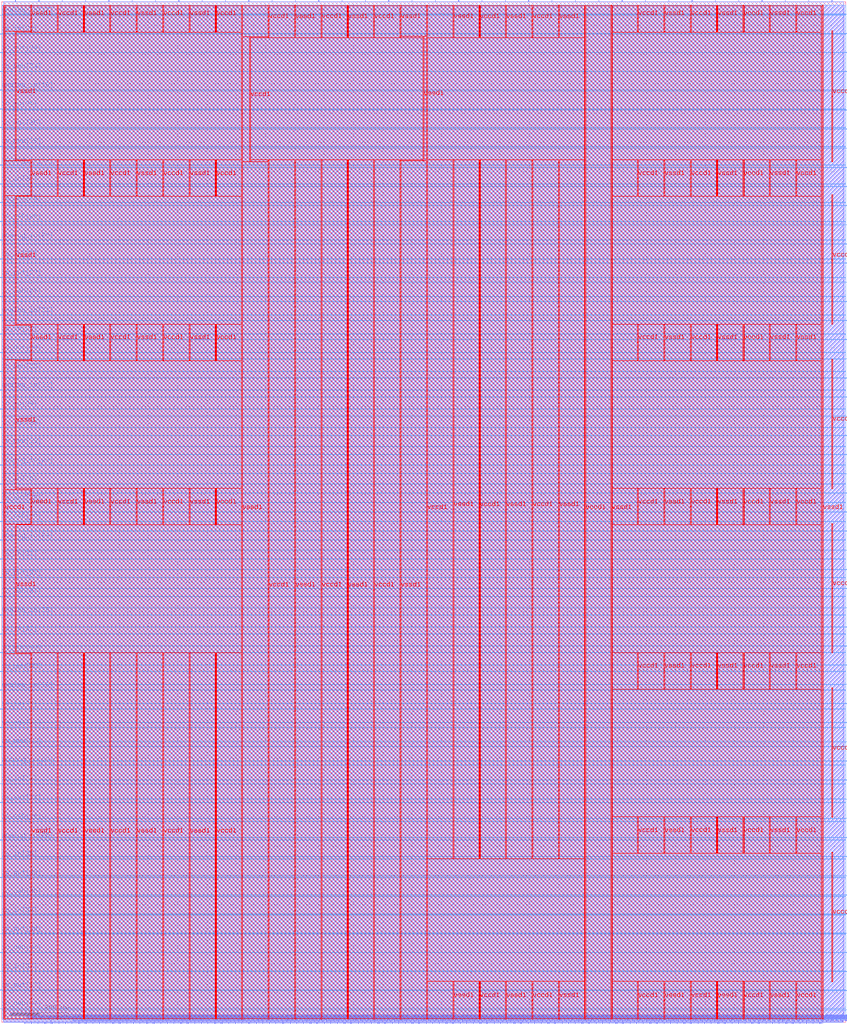
<source format=lef>
VERSION 5.7 ;
  NOWIREEXTENSIONATPIN ON ;
  DIVIDERCHAR "/" ;
  BUSBITCHARS "[]" ;
MACRO Marmot
  CLASS BLOCK ;
  FOREIGN Marmot ;
  ORIGIN 0.000 0.000 ;
  SIZE 2880.000 BY 3480.000 ;
  PIN analog_io[0]
    DIRECTION INOUT ;
    USE SIGNAL ;
    PORT
      LAYER met3 ;
        RECT 2879.000 1412.780 2884.800 1413.980 ;
    END
  END analog_io[0]
  PIN analog_io[10]
    DIRECTION INOUT ;
    USE SIGNAL ;
    PORT
      LAYER met2 ;
        RECT 2195.530 3479.000 2196.090 3484.800 ;
    END
  END analog_io[10]
  PIN analog_io[11]
    DIRECTION INOUT ;
    USE SIGNAL ;
    PORT
      LAYER met2 ;
        RECT 1877.210 3479.000 1877.770 3484.800 ;
    END
  END analog_io[11]
  PIN analog_io[12]
    DIRECTION INOUT ;
    USE SIGNAL ;
    PORT
      LAYER met2 ;
        RECT 1558.890 3479.000 1559.450 3484.800 ;
    END
  END analog_io[12]
  PIN analog_io[13]
    DIRECTION INOUT ;
    USE SIGNAL ;
    PORT
      LAYER met2 ;
        RECT 1240.570 3479.000 1241.130 3484.800 ;
    END
  END analog_io[13]
  PIN analog_io[14]
    DIRECTION INOUT ;
    USE SIGNAL ;
    PORT
      LAYER met2 ;
        RECT 922.250 3479.000 922.810 3484.800 ;
    END
  END analog_io[14]
  PIN analog_io[15]
    DIRECTION INOUT ;
    USE SIGNAL ;
    PORT
      LAYER met2 ;
        RECT 603.930 3479.000 604.490 3484.800 ;
    END
  END analog_io[15]
  PIN analog_io[16]
    DIRECTION INOUT ;
    USE SIGNAL ;
    PORT
      LAYER met2 ;
        RECT 285.610 3479.000 286.170 3484.800 ;
    END
  END analog_io[16]
  PIN analog_io[17]
    DIRECTION INOUT ;
    USE SIGNAL ;
    PORT
      LAYER met3 ;
        RECT -4.800 3433.060 1.000 3434.260 ;
    END
  END analog_io[17]
  PIN analog_io[18]
    DIRECTION INOUT ;
    USE SIGNAL ;
    PORT
      LAYER met3 ;
        RECT -4.800 3177.380 1.000 3178.580 ;
    END
  END analog_io[18]
  PIN analog_io[19]
    DIRECTION INOUT ;
    USE SIGNAL ;
    PORT
      LAYER met3 ;
        RECT -4.800 2921.700 1.000 2922.900 ;
    END
  END analog_io[19]
  PIN analog_io[1]
    DIRECTION INOUT ;
    USE SIGNAL ;
    PORT
      LAYER met3 ;
        RECT 2879.000 1673.900 2884.800 1675.100 ;
    END
  END analog_io[1]
  PIN analog_io[20]
    DIRECTION INOUT ;
    USE SIGNAL ;
    PORT
      LAYER met3 ;
        RECT -4.800 2666.020 1.000 2667.220 ;
    END
  END analog_io[20]
  PIN analog_io[21]
    DIRECTION INOUT ;
    USE SIGNAL ;
    PORT
      LAYER met3 ;
        RECT -4.800 2410.340 1.000 2411.540 ;
    END
  END analog_io[21]
  PIN analog_io[22]
    DIRECTION INOUT ;
    USE SIGNAL ;
    PORT
      LAYER met3 ;
        RECT -4.800 2154.660 1.000 2155.860 ;
    END
  END analog_io[22]
  PIN analog_io[23]
    DIRECTION INOUT ;
    USE SIGNAL ;
    PORT
      LAYER met3 ;
        RECT -4.800 1898.980 1.000 1900.180 ;
    END
  END analog_io[23]
  PIN analog_io[24]
    DIRECTION INOUT ;
    USE SIGNAL ;
    PORT
      LAYER met3 ;
        RECT -4.800 1643.300 1.000 1644.500 ;
    END
  END analog_io[24]
  PIN analog_io[25]
    DIRECTION INOUT ;
    USE SIGNAL ;
    PORT
      LAYER met3 ;
        RECT -4.800 1387.620 1.000 1388.820 ;
    END
  END analog_io[25]
  PIN analog_io[26]
    DIRECTION INOUT ;
    USE SIGNAL ;
    PORT
      LAYER met3 ;
        RECT -4.800 1131.940 1.000 1133.140 ;
    END
  END analog_io[26]
  PIN analog_io[27]
    DIRECTION INOUT ;
    USE SIGNAL ;
    PORT
      LAYER met3 ;
        RECT -4.800 876.260 1.000 877.460 ;
    END
  END analog_io[27]
  PIN analog_io[28]
    DIRECTION INOUT ;
    USE SIGNAL ;
    PORT
      LAYER met3 ;
        RECT -4.800 620.580 1.000 621.780 ;
    END
  END analog_io[28]
  PIN analog_io[2]
    DIRECTION INOUT ;
    USE SIGNAL ;
    PORT
      LAYER met3 ;
        RECT 2879.000 1935.020 2884.800 1936.220 ;
    END
  END analog_io[2]
  PIN analog_io[3]
    DIRECTION INOUT ;
    USE SIGNAL ;
    PORT
      LAYER met3 ;
        RECT 2879.000 2196.140 2884.800 2197.340 ;
    END
  END analog_io[3]
  PIN analog_io[4]
    DIRECTION INOUT ;
    USE SIGNAL ;
    PORT
      LAYER met3 ;
        RECT 2879.000 2457.260 2884.800 2458.460 ;
    END
  END analog_io[4]
  PIN analog_io[5]
    DIRECTION INOUT ;
    USE SIGNAL ;
    PORT
      LAYER met3 ;
        RECT 2879.000 2718.380 2884.800 2719.580 ;
    END
  END analog_io[5]
  PIN analog_io[6]
    DIRECTION INOUT ;
    USE SIGNAL ;
    PORT
      LAYER met3 ;
        RECT 2879.000 2979.500 2884.800 2980.700 ;
    END
  END analog_io[6]
  PIN analog_io[7]
    DIRECTION INOUT ;
    USE SIGNAL ;
    PORT
      LAYER met3 ;
        RECT 2879.000 3240.620 2884.800 3241.820 ;
    END
  END analog_io[7]
  PIN analog_io[8]
    DIRECTION INOUT ;
    USE SIGNAL ;
    PORT
      LAYER met2 ;
        RECT 2832.170 3479.000 2832.730 3484.800 ;
    END
  END analog_io[8]
  PIN analog_io[9]
    DIRECTION INOUT ;
    USE SIGNAL ;
    PORT
      LAYER met2 ;
        RECT 2513.850 3479.000 2514.410 3484.800 ;
    END
  END analog_io[9]
  PIN io_in[0]
    DIRECTION INPUT ;
    USE SIGNAL ;
    PORT
      LAYER met3 ;
        RECT 2879.000 41.900 2884.800 43.100 ;
    END
  END io_in[0]
  PIN io_in[10]
    DIRECTION INPUT ;
    USE SIGNAL ;
    PORT
      LAYER met3 ;
        RECT 2879.000 2261.420 2884.800 2262.620 ;
    END
  END io_in[10]
  PIN io_in[11]
    DIRECTION INPUT ;
    USE SIGNAL ;
    PORT
      LAYER met3 ;
        RECT 2879.000 2522.540 2884.800 2523.740 ;
    END
  END io_in[11]
  PIN io_in[12]
    DIRECTION INPUT ;
    USE SIGNAL ;
    PORT
      LAYER met3 ;
        RECT 2879.000 2783.660 2884.800 2784.860 ;
    END
  END io_in[12]
  PIN io_in[13]
    DIRECTION INPUT ;
    USE SIGNAL ;
    PORT
      LAYER met3 ;
        RECT 2879.000 3044.780 2884.800 3045.980 ;
    END
  END io_in[13]
  PIN io_in[14]
    DIRECTION INPUT ;
    USE SIGNAL ;
    PORT
      LAYER met3 ;
        RECT 2879.000 3305.900 2884.800 3307.100 ;
    END
  END io_in[14]
  PIN io_in[15]
    DIRECTION INPUT ;
    USE SIGNAL ;
    PORT
      LAYER met2 ;
        RECT 2752.590 3479.000 2753.150 3484.800 ;
    END
  END io_in[15]
  PIN io_in[16]
    DIRECTION INPUT ;
    USE SIGNAL ;
    PORT
      LAYER met2 ;
        RECT 2434.270 3479.000 2434.830 3484.800 ;
    END
  END io_in[16]
  PIN io_in[17]
    DIRECTION INPUT ;
    USE SIGNAL ;
    PORT
      LAYER met2 ;
        RECT 2115.950 3479.000 2116.510 3484.800 ;
    END
  END io_in[17]
  PIN io_in[18]
    DIRECTION INPUT ;
    USE SIGNAL ;
    PORT
      LAYER met2 ;
        RECT 1797.630 3479.000 1798.190 3484.800 ;
    END
  END io_in[18]
  PIN io_in[19]
    DIRECTION INPUT ;
    USE SIGNAL ;
    PORT
      LAYER met2 ;
        RECT 1479.310 3479.000 1479.870 3484.800 ;
    END
  END io_in[19]
  PIN io_in[1]
    DIRECTION INPUT ;
    USE SIGNAL ;
    PORT
      LAYER met3 ;
        RECT 2879.000 237.740 2884.800 238.940 ;
    END
  END io_in[1]
  PIN io_in[20]
    DIRECTION INPUT ;
    USE SIGNAL ;
    PORT
      LAYER met2 ;
        RECT 1160.990 3479.000 1161.550 3484.800 ;
    END
  END io_in[20]
  PIN io_in[21]
    DIRECTION INPUT ;
    USE SIGNAL ;
    PORT
      LAYER met2 ;
        RECT 842.670 3479.000 843.230 3484.800 ;
    END
  END io_in[21]
  PIN io_in[22]
    DIRECTION INPUT ;
    USE SIGNAL ;
    PORT
      LAYER met2 ;
        RECT 524.350 3479.000 524.910 3484.800 ;
    END
  END io_in[22]
  PIN io_in[23]
    DIRECTION INPUT ;
    USE SIGNAL ;
    PORT
      LAYER met2 ;
        RECT 206.030 3479.000 206.590 3484.800 ;
    END
  END io_in[23]
  PIN io_in[24]
    DIRECTION INPUT ;
    USE SIGNAL ;
    PORT
      LAYER met3 ;
        RECT -4.800 3369.140 1.000 3370.340 ;
    END
  END io_in[24]
  PIN io_in[25]
    DIRECTION INPUT ;
    USE SIGNAL ;
    PORT
      LAYER met3 ;
        RECT -4.800 3113.460 1.000 3114.660 ;
    END
  END io_in[25]
  PIN io_in[26]
    DIRECTION INPUT ;
    USE SIGNAL ;
    PORT
      LAYER met3 ;
        RECT -4.800 2857.780 1.000 2858.980 ;
    END
  END io_in[26]
  PIN io_in[27]
    DIRECTION INPUT ;
    USE SIGNAL ;
    PORT
      LAYER met3 ;
        RECT -4.800 2602.100 1.000 2603.300 ;
    END
  END io_in[27]
  PIN io_in[28]
    DIRECTION INPUT ;
    USE SIGNAL ;
    PORT
      LAYER met3 ;
        RECT -4.800 2346.420 1.000 2347.620 ;
    END
  END io_in[28]
  PIN io_in[29]
    DIRECTION INPUT ;
    USE SIGNAL ;
    PORT
      LAYER met3 ;
        RECT -4.800 2090.740 1.000 2091.940 ;
    END
  END io_in[29]
  PIN io_in[2]
    DIRECTION INPUT ;
    USE SIGNAL ;
    PORT
      LAYER met3 ;
        RECT 2879.000 433.580 2884.800 434.780 ;
    END
  END io_in[2]
  PIN io_in[30]
    DIRECTION INPUT ;
    USE SIGNAL ;
    PORT
      LAYER met3 ;
        RECT -4.800 1835.060 1.000 1836.260 ;
    END
  END io_in[30]
  PIN io_in[31]
    DIRECTION INPUT ;
    USE SIGNAL ;
    PORT
      LAYER met3 ;
        RECT -4.800 1579.380 1.000 1580.580 ;
    END
  END io_in[31]
  PIN io_in[32]
    DIRECTION INPUT ;
    USE SIGNAL ;
    PORT
      LAYER met3 ;
        RECT -4.800 1323.700 1.000 1324.900 ;
    END
  END io_in[32]
  PIN io_in[33]
    DIRECTION INPUT ;
    USE SIGNAL ;
    PORT
      LAYER met3 ;
        RECT -4.800 1068.020 1.000 1069.220 ;
    END
  END io_in[33]
  PIN io_in[34]
    DIRECTION INPUT ;
    USE SIGNAL ;
    PORT
      LAYER met3 ;
        RECT -4.800 812.340 1.000 813.540 ;
    END
  END io_in[34]
  PIN io_in[35]
    DIRECTION INPUT ;
    USE SIGNAL ;
    PORT
      LAYER met3 ;
        RECT -4.800 556.660 1.000 557.860 ;
    END
  END io_in[35]
  PIN io_in[36]
    DIRECTION INPUT ;
    USE SIGNAL ;
    PORT
      LAYER met3 ;
        RECT -4.800 364.900 1.000 366.100 ;
    END
  END io_in[36]
  PIN io_in[37]
    DIRECTION INPUT ;
    USE SIGNAL ;
    PORT
      LAYER met3 ;
        RECT -4.800 173.140 1.000 174.340 ;
    END
  END io_in[37]
  PIN io_in[3]
    DIRECTION INPUT ;
    USE SIGNAL ;
    PORT
      LAYER met3 ;
        RECT 2879.000 629.420 2884.800 630.620 ;
    END
  END io_in[3]
  PIN io_in[4]
    DIRECTION INPUT ;
    USE SIGNAL ;
    PORT
      LAYER met3 ;
        RECT 2879.000 825.260 2884.800 826.460 ;
    END
  END io_in[4]
  PIN io_in[5]
    DIRECTION INPUT ;
    USE SIGNAL ;
    PORT
      LAYER met3 ;
        RECT 2879.000 1021.100 2884.800 1022.300 ;
    END
  END io_in[5]
  PIN io_in[6]
    DIRECTION INPUT ;
    USE SIGNAL ;
    PORT
      LAYER met3 ;
        RECT 2879.000 1216.940 2884.800 1218.140 ;
    END
  END io_in[6]
  PIN io_in[7]
    DIRECTION INPUT ;
    USE SIGNAL ;
    PORT
      LAYER met3 ;
        RECT 2879.000 1478.060 2884.800 1479.260 ;
    END
  END io_in[7]
  PIN io_in[8]
    DIRECTION INPUT ;
    USE SIGNAL ;
    PORT
      LAYER met3 ;
        RECT 2879.000 1739.180 2884.800 1740.380 ;
    END
  END io_in[8]
  PIN io_in[9]
    DIRECTION INPUT ;
    USE SIGNAL ;
    PORT
      LAYER met3 ;
        RECT 2879.000 2000.300 2884.800 2001.500 ;
    END
  END io_in[9]
  PIN io_oeb[0]
    DIRECTION OUTPUT TRISTATE ;
    USE SIGNAL ;
    PORT
      LAYER met3 ;
        RECT 2879.000 172.460 2884.800 173.660 ;
    END
  END io_oeb[0]
  PIN io_oeb[10]
    DIRECTION OUTPUT TRISTATE ;
    USE SIGNAL ;
    PORT
      LAYER met3 ;
        RECT 2879.000 2391.980 2884.800 2393.180 ;
    END
  END io_oeb[10]
  PIN io_oeb[11]
    DIRECTION OUTPUT TRISTATE ;
    USE SIGNAL ;
    PORT
      LAYER met3 ;
        RECT 2879.000 2653.100 2884.800 2654.300 ;
    END
  END io_oeb[11]
  PIN io_oeb[12]
    DIRECTION OUTPUT TRISTATE ;
    USE SIGNAL ;
    PORT
      LAYER met3 ;
        RECT 2879.000 2914.220 2884.800 2915.420 ;
    END
  END io_oeb[12]
  PIN io_oeb[13]
    DIRECTION OUTPUT TRISTATE ;
    USE SIGNAL ;
    PORT
      LAYER met3 ;
        RECT 2879.000 3175.340 2884.800 3176.540 ;
    END
  END io_oeb[13]
  PIN io_oeb[14]
    DIRECTION OUTPUT TRISTATE ;
    USE SIGNAL ;
    PORT
      LAYER met3 ;
        RECT 2879.000 3436.460 2884.800 3437.660 ;
    END
  END io_oeb[14]
  PIN io_oeb[15]
    DIRECTION OUTPUT TRISTATE ;
    USE SIGNAL ;
    PORT
      LAYER met2 ;
        RECT 2593.430 3479.000 2593.990 3484.800 ;
    END
  END io_oeb[15]
  PIN io_oeb[16]
    DIRECTION OUTPUT TRISTATE ;
    USE SIGNAL ;
    PORT
      LAYER met2 ;
        RECT 2275.110 3479.000 2275.670 3484.800 ;
    END
  END io_oeb[16]
  PIN io_oeb[17]
    DIRECTION OUTPUT TRISTATE ;
    USE SIGNAL ;
    PORT
      LAYER met2 ;
        RECT 1956.790 3479.000 1957.350 3484.800 ;
    END
  END io_oeb[17]
  PIN io_oeb[18]
    DIRECTION OUTPUT TRISTATE ;
    USE SIGNAL ;
    PORT
      LAYER met2 ;
        RECT 1638.470 3479.000 1639.030 3484.800 ;
    END
  END io_oeb[18]
  PIN io_oeb[19]
    DIRECTION OUTPUT TRISTATE ;
    USE SIGNAL ;
    PORT
      LAYER met2 ;
        RECT 1320.150 3479.000 1320.710 3484.800 ;
    END
  END io_oeb[19]
  PIN io_oeb[1]
    DIRECTION OUTPUT TRISTATE ;
    USE SIGNAL ;
    PORT
      LAYER met3 ;
        RECT 2879.000 368.300 2884.800 369.500 ;
    END
  END io_oeb[1]
  PIN io_oeb[20]
    DIRECTION OUTPUT TRISTATE ;
    USE SIGNAL ;
    PORT
      LAYER met2 ;
        RECT 1001.830 3479.000 1002.390 3484.800 ;
    END
  END io_oeb[20]
  PIN io_oeb[21]
    DIRECTION OUTPUT TRISTATE ;
    USE SIGNAL ;
    PORT
      LAYER met2 ;
        RECT 683.510 3479.000 684.070 3484.800 ;
    END
  END io_oeb[21]
  PIN io_oeb[22]
    DIRECTION OUTPUT TRISTATE ;
    USE SIGNAL ;
    PORT
      LAYER met2 ;
        RECT 365.190 3479.000 365.750 3484.800 ;
    END
  END io_oeb[22]
  PIN io_oeb[23]
    DIRECTION OUTPUT TRISTATE ;
    USE SIGNAL ;
    PORT
      LAYER met2 ;
        RECT 46.870 3479.000 47.430 3484.800 ;
    END
  END io_oeb[23]
  PIN io_oeb[24]
    DIRECTION OUTPUT TRISTATE ;
    USE SIGNAL ;
    PORT
      LAYER met3 ;
        RECT -4.800 3241.300 1.000 3242.500 ;
    END
  END io_oeb[24]
  PIN io_oeb[25]
    DIRECTION OUTPUT TRISTATE ;
    USE SIGNAL ;
    PORT
      LAYER met3 ;
        RECT -4.800 2985.620 1.000 2986.820 ;
    END
  END io_oeb[25]
  PIN io_oeb[26]
    DIRECTION OUTPUT TRISTATE ;
    USE SIGNAL ;
    PORT
      LAYER met3 ;
        RECT -4.800 2729.940 1.000 2731.140 ;
    END
  END io_oeb[26]
  PIN io_oeb[27]
    DIRECTION OUTPUT TRISTATE ;
    USE SIGNAL ;
    PORT
      LAYER met3 ;
        RECT -4.800 2474.260 1.000 2475.460 ;
    END
  END io_oeb[27]
  PIN io_oeb[28]
    DIRECTION OUTPUT TRISTATE ;
    USE SIGNAL ;
    PORT
      LAYER met3 ;
        RECT -4.800 2218.580 1.000 2219.780 ;
    END
  END io_oeb[28]
  PIN io_oeb[29]
    DIRECTION OUTPUT TRISTATE ;
    USE SIGNAL ;
    PORT
      LAYER met3 ;
        RECT -4.800 1962.900 1.000 1964.100 ;
    END
  END io_oeb[29]
  PIN io_oeb[2]
    DIRECTION OUTPUT TRISTATE ;
    USE SIGNAL ;
    PORT
      LAYER met3 ;
        RECT 2879.000 564.140 2884.800 565.340 ;
    END
  END io_oeb[2]
  PIN io_oeb[30]
    DIRECTION OUTPUT TRISTATE ;
    USE SIGNAL ;
    PORT
      LAYER met3 ;
        RECT -4.800 1707.220 1.000 1708.420 ;
    END
  END io_oeb[30]
  PIN io_oeb[31]
    DIRECTION OUTPUT TRISTATE ;
    USE SIGNAL ;
    PORT
      LAYER met3 ;
        RECT -4.800 1451.540 1.000 1452.740 ;
    END
  END io_oeb[31]
  PIN io_oeb[32]
    DIRECTION OUTPUT TRISTATE ;
    USE SIGNAL ;
    PORT
      LAYER met3 ;
        RECT -4.800 1195.860 1.000 1197.060 ;
    END
  END io_oeb[32]
  PIN io_oeb[33]
    DIRECTION OUTPUT TRISTATE ;
    USE SIGNAL ;
    PORT
      LAYER met3 ;
        RECT -4.800 940.180 1.000 941.380 ;
    END
  END io_oeb[33]
  PIN io_oeb[34]
    DIRECTION OUTPUT TRISTATE ;
    USE SIGNAL ;
    PORT
      LAYER met3 ;
        RECT -4.800 684.500 1.000 685.700 ;
    END
  END io_oeb[34]
  PIN io_oeb[35]
    DIRECTION OUTPUT TRISTATE ;
    USE SIGNAL ;
    PORT
      LAYER met3 ;
        RECT -4.800 428.820 1.000 430.020 ;
    END
  END io_oeb[35]
  PIN io_oeb[36]
    DIRECTION OUTPUT TRISTATE ;
    USE SIGNAL ;
    PORT
      LAYER met3 ;
        RECT -4.800 237.060 1.000 238.260 ;
    END
  END io_oeb[36]
  PIN io_oeb[37]
    DIRECTION OUTPUT TRISTATE ;
    USE SIGNAL ;
    PORT
      LAYER met3 ;
        RECT -4.800 45.300 1.000 46.500 ;
    END
  END io_oeb[37]
  PIN io_oeb[3]
    DIRECTION OUTPUT TRISTATE ;
    USE SIGNAL ;
    PORT
      LAYER met3 ;
        RECT 2879.000 759.980 2884.800 761.180 ;
    END
  END io_oeb[3]
  PIN io_oeb[4]
    DIRECTION OUTPUT TRISTATE ;
    USE SIGNAL ;
    PORT
      LAYER met3 ;
        RECT 2879.000 955.820 2884.800 957.020 ;
    END
  END io_oeb[4]
  PIN io_oeb[5]
    DIRECTION OUTPUT TRISTATE ;
    USE SIGNAL ;
    PORT
      LAYER met3 ;
        RECT 2879.000 1151.660 2884.800 1152.860 ;
    END
  END io_oeb[5]
  PIN io_oeb[6]
    DIRECTION OUTPUT TRISTATE ;
    USE SIGNAL ;
    PORT
      LAYER met3 ;
        RECT 2879.000 1347.500 2884.800 1348.700 ;
    END
  END io_oeb[6]
  PIN io_oeb[7]
    DIRECTION OUTPUT TRISTATE ;
    USE SIGNAL ;
    PORT
      LAYER met3 ;
        RECT 2879.000 1608.620 2884.800 1609.820 ;
    END
  END io_oeb[7]
  PIN io_oeb[8]
    DIRECTION OUTPUT TRISTATE ;
    USE SIGNAL ;
    PORT
      LAYER met3 ;
        RECT 2879.000 1869.740 2884.800 1870.940 ;
    END
  END io_oeb[8]
  PIN io_oeb[9]
    DIRECTION OUTPUT TRISTATE ;
    USE SIGNAL ;
    PORT
      LAYER met3 ;
        RECT 2879.000 2130.860 2884.800 2132.060 ;
    END
  END io_oeb[9]
  PIN io_out[0]
    DIRECTION OUTPUT TRISTATE ;
    USE SIGNAL ;
    PORT
      LAYER met3 ;
        RECT 2879.000 107.180 2884.800 108.380 ;
    END
  END io_out[0]
  PIN io_out[10]
    DIRECTION OUTPUT TRISTATE ;
    USE SIGNAL ;
    PORT
      LAYER met3 ;
        RECT 2879.000 2326.700 2884.800 2327.900 ;
    END
  END io_out[10]
  PIN io_out[11]
    DIRECTION OUTPUT TRISTATE ;
    USE SIGNAL ;
    PORT
      LAYER met3 ;
        RECT 2879.000 2587.820 2884.800 2589.020 ;
    END
  END io_out[11]
  PIN io_out[12]
    DIRECTION OUTPUT TRISTATE ;
    USE SIGNAL ;
    PORT
      LAYER met3 ;
        RECT 2879.000 2848.940 2884.800 2850.140 ;
    END
  END io_out[12]
  PIN io_out[13]
    DIRECTION OUTPUT TRISTATE ;
    USE SIGNAL ;
    PORT
      LAYER met3 ;
        RECT 2879.000 3110.060 2884.800 3111.260 ;
    END
  END io_out[13]
  PIN io_out[14]
    DIRECTION OUTPUT TRISTATE ;
    USE SIGNAL ;
    PORT
      LAYER met3 ;
        RECT 2879.000 3371.180 2884.800 3372.380 ;
    END
  END io_out[14]
  PIN io_out[15]
    DIRECTION OUTPUT TRISTATE ;
    USE SIGNAL ;
    PORT
      LAYER met2 ;
        RECT 2673.010 3479.000 2673.570 3484.800 ;
    END
  END io_out[15]
  PIN io_out[16]
    DIRECTION OUTPUT TRISTATE ;
    USE SIGNAL ;
    PORT
      LAYER met2 ;
        RECT 2354.690 3479.000 2355.250 3484.800 ;
    END
  END io_out[16]
  PIN io_out[17]
    DIRECTION OUTPUT TRISTATE ;
    USE SIGNAL ;
    PORT
      LAYER met2 ;
        RECT 2036.370 3479.000 2036.930 3484.800 ;
    END
  END io_out[17]
  PIN io_out[18]
    DIRECTION OUTPUT TRISTATE ;
    USE SIGNAL ;
    PORT
      LAYER met2 ;
        RECT 1718.050 3479.000 1718.610 3484.800 ;
    END
  END io_out[18]
  PIN io_out[19]
    DIRECTION OUTPUT TRISTATE ;
    USE SIGNAL ;
    PORT
      LAYER met2 ;
        RECT 1399.730 3479.000 1400.290 3484.800 ;
    END
  END io_out[19]
  PIN io_out[1]
    DIRECTION OUTPUT TRISTATE ;
    USE SIGNAL ;
    PORT
      LAYER met3 ;
        RECT 2879.000 303.020 2884.800 304.220 ;
    END
  END io_out[1]
  PIN io_out[20]
    DIRECTION OUTPUT TRISTATE ;
    USE SIGNAL ;
    PORT
      LAYER met2 ;
        RECT 1081.410 3479.000 1081.970 3484.800 ;
    END
  END io_out[20]
  PIN io_out[21]
    DIRECTION OUTPUT TRISTATE ;
    USE SIGNAL ;
    PORT
      LAYER met2 ;
        RECT 763.090 3479.000 763.650 3484.800 ;
    END
  END io_out[21]
  PIN io_out[22]
    DIRECTION OUTPUT TRISTATE ;
    USE SIGNAL ;
    PORT
      LAYER met2 ;
        RECT 444.770 3479.000 445.330 3484.800 ;
    END
  END io_out[22]
  PIN io_out[23]
    DIRECTION OUTPUT TRISTATE ;
    USE SIGNAL ;
    PORT
      LAYER met2 ;
        RECT 126.450 3479.000 127.010 3484.800 ;
    END
  END io_out[23]
  PIN io_out[24]
    DIRECTION OUTPUT TRISTATE ;
    USE SIGNAL ;
    PORT
      LAYER met3 ;
        RECT -4.800 3305.220 1.000 3306.420 ;
    END
  END io_out[24]
  PIN io_out[25]
    DIRECTION OUTPUT TRISTATE ;
    USE SIGNAL ;
    PORT
      LAYER met3 ;
        RECT -4.800 3049.540 1.000 3050.740 ;
    END
  END io_out[25]
  PIN io_out[26]
    DIRECTION OUTPUT TRISTATE ;
    USE SIGNAL ;
    PORT
      LAYER met3 ;
        RECT -4.800 2793.860 1.000 2795.060 ;
    END
  END io_out[26]
  PIN io_out[27]
    DIRECTION OUTPUT TRISTATE ;
    USE SIGNAL ;
    PORT
      LAYER met3 ;
        RECT -4.800 2538.180 1.000 2539.380 ;
    END
  END io_out[27]
  PIN io_out[28]
    DIRECTION OUTPUT TRISTATE ;
    USE SIGNAL ;
    PORT
      LAYER met3 ;
        RECT -4.800 2282.500 1.000 2283.700 ;
    END
  END io_out[28]
  PIN io_out[29]
    DIRECTION OUTPUT TRISTATE ;
    USE SIGNAL ;
    PORT
      LAYER met3 ;
        RECT -4.800 2026.820 1.000 2028.020 ;
    END
  END io_out[29]
  PIN io_out[2]
    DIRECTION OUTPUT TRISTATE ;
    USE SIGNAL ;
    PORT
      LAYER met3 ;
        RECT 2879.000 498.860 2884.800 500.060 ;
    END
  END io_out[2]
  PIN io_out[30]
    DIRECTION OUTPUT TRISTATE ;
    USE SIGNAL ;
    PORT
      LAYER met3 ;
        RECT -4.800 1771.140 1.000 1772.340 ;
    END
  END io_out[30]
  PIN io_out[31]
    DIRECTION OUTPUT TRISTATE ;
    USE SIGNAL ;
    PORT
      LAYER met3 ;
        RECT -4.800 1515.460 1.000 1516.660 ;
    END
  END io_out[31]
  PIN io_out[32]
    DIRECTION OUTPUT TRISTATE ;
    USE SIGNAL ;
    PORT
      LAYER met3 ;
        RECT -4.800 1259.780 1.000 1260.980 ;
    END
  END io_out[32]
  PIN io_out[33]
    DIRECTION OUTPUT TRISTATE ;
    USE SIGNAL ;
    PORT
      LAYER met3 ;
        RECT -4.800 1004.100 1.000 1005.300 ;
    END
  END io_out[33]
  PIN io_out[34]
    DIRECTION OUTPUT TRISTATE ;
    USE SIGNAL ;
    PORT
      LAYER met3 ;
        RECT -4.800 748.420 1.000 749.620 ;
    END
  END io_out[34]
  PIN io_out[35]
    DIRECTION OUTPUT TRISTATE ;
    USE SIGNAL ;
    PORT
      LAYER met3 ;
        RECT -4.800 492.740 1.000 493.940 ;
    END
  END io_out[35]
  PIN io_out[36]
    DIRECTION OUTPUT TRISTATE ;
    USE SIGNAL ;
    PORT
      LAYER met3 ;
        RECT -4.800 300.980 1.000 302.180 ;
    END
  END io_out[36]
  PIN io_out[37]
    DIRECTION OUTPUT TRISTATE ;
    USE SIGNAL ;
    PORT
      LAYER met3 ;
        RECT -4.800 109.220 1.000 110.420 ;
    END
  END io_out[37]
  PIN io_out[3]
    DIRECTION OUTPUT TRISTATE ;
    USE SIGNAL ;
    PORT
      LAYER met3 ;
        RECT 2879.000 694.700 2884.800 695.900 ;
    END
  END io_out[3]
  PIN io_out[4]
    DIRECTION OUTPUT TRISTATE ;
    USE SIGNAL ;
    PORT
      LAYER met3 ;
        RECT 2879.000 890.540 2884.800 891.740 ;
    END
  END io_out[4]
  PIN io_out[5]
    DIRECTION OUTPUT TRISTATE ;
    USE SIGNAL ;
    PORT
      LAYER met3 ;
        RECT 2879.000 1086.380 2884.800 1087.580 ;
    END
  END io_out[5]
  PIN io_out[6]
    DIRECTION OUTPUT TRISTATE ;
    USE SIGNAL ;
    PORT
      LAYER met3 ;
        RECT 2879.000 1282.220 2884.800 1283.420 ;
    END
  END io_out[6]
  PIN io_out[7]
    DIRECTION OUTPUT TRISTATE ;
    USE SIGNAL ;
    PORT
      LAYER met3 ;
        RECT 2879.000 1543.340 2884.800 1544.540 ;
    END
  END io_out[7]
  PIN io_out[8]
    DIRECTION OUTPUT TRISTATE ;
    USE SIGNAL ;
    PORT
      LAYER met3 ;
        RECT 2879.000 1804.460 2884.800 1805.660 ;
    END
  END io_out[8]
  PIN io_out[9]
    DIRECTION OUTPUT TRISTATE ;
    USE SIGNAL ;
    PORT
      LAYER met3 ;
        RECT 2879.000 2065.580 2884.800 2066.780 ;
    END
  END io_out[9]
  PIN la_data_in[0]
    DIRECTION INPUT ;
    USE SIGNAL ;
    PORT
      LAYER met2 ;
        RECT 664.190 -4.800 664.750 1.000 ;
    END
  END la_data_in[0]
  PIN la_data_in[100]
    DIRECTION INPUT ;
    USE SIGNAL ;
    PORT
      LAYER met2 ;
        RECT 2320.190 -4.800 2320.750 1.000 ;
    END
  END la_data_in[100]
  PIN la_data_in[101]
    DIRECTION INPUT ;
    USE SIGNAL ;
    PORT
      LAYER met2 ;
        RECT 2336.750 -4.800 2337.310 1.000 ;
    END
  END la_data_in[101]
  PIN la_data_in[102]
    DIRECTION INPUT ;
    USE SIGNAL ;
    PORT
      LAYER met2 ;
        RECT 2353.310 -4.800 2353.870 1.000 ;
    END
  END la_data_in[102]
  PIN la_data_in[103]
    DIRECTION INPUT ;
    USE SIGNAL ;
    PORT
      LAYER met2 ;
        RECT 2369.870 -4.800 2370.430 1.000 ;
    END
  END la_data_in[103]
  PIN la_data_in[104]
    DIRECTION INPUT ;
    USE SIGNAL ;
    PORT
      LAYER met2 ;
        RECT 2386.430 -4.800 2386.990 1.000 ;
    END
  END la_data_in[104]
  PIN la_data_in[105]
    DIRECTION INPUT ;
    USE SIGNAL ;
    PORT
      LAYER met2 ;
        RECT 2402.990 -4.800 2403.550 1.000 ;
    END
  END la_data_in[105]
  PIN la_data_in[106]
    DIRECTION INPUT ;
    USE SIGNAL ;
    PORT
      LAYER met2 ;
        RECT 2419.550 -4.800 2420.110 1.000 ;
    END
  END la_data_in[106]
  PIN la_data_in[107]
    DIRECTION INPUT ;
    USE SIGNAL ;
    PORT
      LAYER met2 ;
        RECT 2436.110 -4.800 2436.670 1.000 ;
    END
  END la_data_in[107]
  PIN la_data_in[108]
    DIRECTION INPUT ;
    USE SIGNAL ;
    PORT
      LAYER met2 ;
        RECT 2452.670 -4.800 2453.230 1.000 ;
    END
  END la_data_in[108]
  PIN la_data_in[109]
    DIRECTION INPUT ;
    USE SIGNAL ;
    PORT
      LAYER met2 ;
        RECT 2469.230 -4.800 2469.790 1.000 ;
    END
  END la_data_in[109]
  PIN la_data_in[10]
    DIRECTION INPUT ;
    USE SIGNAL ;
    PORT
      LAYER met2 ;
        RECT 829.790 -4.800 830.350 1.000 ;
    END
  END la_data_in[10]
  PIN la_data_in[110]
    DIRECTION INPUT ;
    USE SIGNAL ;
    PORT
      LAYER met2 ;
        RECT 2485.790 -4.800 2486.350 1.000 ;
    END
  END la_data_in[110]
  PIN la_data_in[111]
    DIRECTION INPUT ;
    USE SIGNAL ;
    PORT
      LAYER met2 ;
        RECT 2502.350 -4.800 2502.910 1.000 ;
    END
  END la_data_in[111]
  PIN la_data_in[112]
    DIRECTION INPUT ;
    USE SIGNAL ;
    PORT
      LAYER met2 ;
        RECT 2518.910 -4.800 2519.470 1.000 ;
    END
  END la_data_in[112]
  PIN la_data_in[113]
    DIRECTION INPUT ;
    USE SIGNAL ;
    PORT
      LAYER met2 ;
        RECT 2535.470 -4.800 2536.030 1.000 ;
    END
  END la_data_in[113]
  PIN la_data_in[114]
    DIRECTION INPUT ;
    USE SIGNAL ;
    PORT
      LAYER met2 ;
        RECT 2552.030 -4.800 2552.590 1.000 ;
    END
  END la_data_in[114]
  PIN la_data_in[115]
    DIRECTION INPUT ;
    USE SIGNAL ;
    PORT
      LAYER met2 ;
        RECT 2568.590 -4.800 2569.150 1.000 ;
    END
  END la_data_in[115]
  PIN la_data_in[116]
    DIRECTION INPUT ;
    USE SIGNAL ;
    PORT
      LAYER met2 ;
        RECT 2585.150 -4.800 2585.710 1.000 ;
    END
  END la_data_in[116]
  PIN la_data_in[117]
    DIRECTION INPUT ;
    USE SIGNAL ;
    PORT
      LAYER met2 ;
        RECT 2601.710 -4.800 2602.270 1.000 ;
    END
  END la_data_in[117]
  PIN la_data_in[118]
    DIRECTION INPUT ;
    USE SIGNAL ;
    PORT
      LAYER met2 ;
        RECT 2618.270 -4.800 2618.830 1.000 ;
    END
  END la_data_in[118]
  PIN la_data_in[119]
    DIRECTION INPUT ;
    USE SIGNAL ;
    PORT
      LAYER met2 ;
        RECT 2634.830 -4.800 2635.390 1.000 ;
    END
  END la_data_in[119]
  PIN la_data_in[11]
    DIRECTION INPUT ;
    USE SIGNAL ;
    PORT
      LAYER met2 ;
        RECT 846.350 -4.800 846.910 1.000 ;
    END
  END la_data_in[11]
  PIN la_data_in[120]
    DIRECTION INPUT ;
    USE SIGNAL ;
    PORT
      LAYER met2 ;
        RECT 2651.390 -4.800 2651.950 1.000 ;
    END
  END la_data_in[120]
  PIN la_data_in[121]
    DIRECTION INPUT ;
    USE SIGNAL ;
    PORT
      LAYER met2 ;
        RECT 2667.950 -4.800 2668.510 1.000 ;
    END
  END la_data_in[121]
  PIN la_data_in[122]
    DIRECTION INPUT ;
    USE SIGNAL ;
    PORT
      LAYER met2 ;
        RECT 2684.510 -4.800 2685.070 1.000 ;
    END
  END la_data_in[122]
  PIN la_data_in[123]
    DIRECTION INPUT ;
    USE SIGNAL ;
    PORT
      LAYER met2 ;
        RECT 2701.070 -4.800 2701.630 1.000 ;
    END
  END la_data_in[123]
  PIN la_data_in[124]
    DIRECTION INPUT ;
    USE SIGNAL ;
    PORT
      LAYER met2 ;
        RECT 2717.630 -4.800 2718.190 1.000 ;
    END
  END la_data_in[124]
  PIN la_data_in[125]
    DIRECTION INPUT ;
    USE SIGNAL ;
    PORT
      LAYER met2 ;
        RECT 2734.190 -4.800 2734.750 1.000 ;
    END
  END la_data_in[125]
  PIN la_data_in[126]
    DIRECTION INPUT ;
    USE SIGNAL ;
    PORT
      LAYER met2 ;
        RECT 2750.750 -4.800 2751.310 1.000 ;
    END
  END la_data_in[126]
  PIN la_data_in[127]
    DIRECTION INPUT ;
    USE SIGNAL ;
    PORT
      LAYER met2 ;
        RECT 2767.310 -4.800 2767.870 1.000 ;
    END
  END la_data_in[127]
  PIN la_data_in[12]
    DIRECTION INPUT ;
    USE SIGNAL ;
    PORT
      LAYER met2 ;
        RECT 862.910 -4.800 863.470 1.000 ;
    END
  END la_data_in[12]
  PIN la_data_in[13]
    DIRECTION INPUT ;
    USE SIGNAL ;
    PORT
      LAYER met2 ;
        RECT 879.470 -4.800 880.030 1.000 ;
    END
  END la_data_in[13]
  PIN la_data_in[14]
    DIRECTION INPUT ;
    USE SIGNAL ;
    PORT
      LAYER met2 ;
        RECT 896.030 -4.800 896.590 1.000 ;
    END
  END la_data_in[14]
  PIN la_data_in[15]
    DIRECTION INPUT ;
    USE SIGNAL ;
    PORT
      LAYER met2 ;
        RECT 912.590 -4.800 913.150 1.000 ;
    END
  END la_data_in[15]
  PIN la_data_in[16]
    DIRECTION INPUT ;
    USE SIGNAL ;
    PORT
      LAYER met2 ;
        RECT 929.150 -4.800 929.710 1.000 ;
    END
  END la_data_in[16]
  PIN la_data_in[17]
    DIRECTION INPUT ;
    USE SIGNAL ;
    PORT
      LAYER met2 ;
        RECT 945.710 -4.800 946.270 1.000 ;
    END
  END la_data_in[17]
  PIN la_data_in[18]
    DIRECTION INPUT ;
    USE SIGNAL ;
    PORT
      LAYER met2 ;
        RECT 962.270 -4.800 962.830 1.000 ;
    END
  END la_data_in[18]
  PIN la_data_in[19]
    DIRECTION INPUT ;
    USE SIGNAL ;
    PORT
      LAYER met2 ;
        RECT 978.830 -4.800 979.390 1.000 ;
    END
  END la_data_in[19]
  PIN la_data_in[1]
    DIRECTION INPUT ;
    USE SIGNAL ;
    PORT
      LAYER met2 ;
        RECT 680.750 -4.800 681.310 1.000 ;
    END
  END la_data_in[1]
  PIN la_data_in[20]
    DIRECTION INPUT ;
    USE SIGNAL ;
    PORT
      LAYER met2 ;
        RECT 995.390 -4.800 995.950 1.000 ;
    END
  END la_data_in[20]
  PIN la_data_in[21]
    DIRECTION INPUT ;
    USE SIGNAL ;
    PORT
      LAYER met2 ;
        RECT 1011.950 -4.800 1012.510 1.000 ;
    END
  END la_data_in[21]
  PIN la_data_in[22]
    DIRECTION INPUT ;
    USE SIGNAL ;
    PORT
      LAYER met2 ;
        RECT 1028.510 -4.800 1029.070 1.000 ;
    END
  END la_data_in[22]
  PIN la_data_in[23]
    DIRECTION INPUT ;
    USE SIGNAL ;
    PORT
      LAYER met2 ;
        RECT 1045.070 -4.800 1045.630 1.000 ;
    END
  END la_data_in[23]
  PIN la_data_in[24]
    DIRECTION INPUT ;
    USE SIGNAL ;
    PORT
      LAYER met2 ;
        RECT 1061.630 -4.800 1062.190 1.000 ;
    END
  END la_data_in[24]
  PIN la_data_in[25]
    DIRECTION INPUT ;
    USE SIGNAL ;
    PORT
      LAYER met2 ;
        RECT 1078.190 -4.800 1078.750 1.000 ;
    END
  END la_data_in[25]
  PIN la_data_in[26]
    DIRECTION INPUT ;
    USE SIGNAL ;
    PORT
      LAYER met2 ;
        RECT 1094.750 -4.800 1095.310 1.000 ;
    END
  END la_data_in[26]
  PIN la_data_in[27]
    DIRECTION INPUT ;
    USE SIGNAL ;
    PORT
      LAYER met2 ;
        RECT 1111.310 -4.800 1111.870 1.000 ;
    END
  END la_data_in[27]
  PIN la_data_in[28]
    DIRECTION INPUT ;
    USE SIGNAL ;
    PORT
      LAYER met2 ;
        RECT 1127.870 -4.800 1128.430 1.000 ;
    END
  END la_data_in[28]
  PIN la_data_in[29]
    DIRECTION INPUT ;
    USE SIGNAL ;
    PORT
      LAYER met2 ;
        RECT 1144.430 -4.800 1144.990 1.000 ;
    END
  END la_data_in[29]
  PIN la_data_in[2]
    DIRECTION INPUT ;
    USE SIGNAL ;
    PORT
      LAYER met2 ;
        RECT 697.310 -4.800 697.870 1.000 ;
    END
  END la_data_in[2]
  PIN la_data_in[30]
    DIRECTION INPUT ;
    USE SIGNAL ;
    PORT
      LAYER met2 ;
        RECT 1160.990 -4.800 1161.550 1.000 ;
    END
  END la_data_in[30]
  PIN la_data_in[31]
    DIRECTION INPUT ;
    USE SIGNAL ;
    PORT
      LAYER met2 ;
        RECT 1177.550 -4.800 1178.110 1.000 ;
    END
  END la_data_in[31]
  PIN la_data_in[32]
    DIRECTION INPUT ;
    USE SIGNAL ;
    PORT
      LAYER met2 ;
        RECT 1194.110 -4.800 1194.670 1.000 ;
    END
  END la_data_in[32]
  PIN la_data_in[33]
    DIRECTION INPUT ;
    USE SIGNAL ;
    PORT
      LAYER met2 ;
        RECT 1210.670 -4.800 1211.230 1.000 ;
    END
  END la_data_in[33]
  PIN la_data_in[34]
    DIRECTION INPUT ;
    USE SIGNAL ;
    PORT
      LAYER met2 ;
        RECT 1227.230 -4.800 1227.790 1.000 ;
    END
  END la_data_in[34]
  PIN la_data_in[35]
    DIRECTION INPUT ;
    USE SIGNAL ;
    PORT
      LAYER met2 ;
        RECT 1243.790 -4.800 1244.350 1.000 ;
    END
  END la_data_in[35]
  PIN la_data_in[36]
    DIRECTION INPUT ;
    USE SIGNAL ;
    PORT
      LAYER met2 ;
        RECT 1260.350 -4.800 1260.910 1.000 ;
    END
  END la_data_in[36]
  PIN la_data_in[37]
    DIRECTION INPUT ;
    USE SIGNAL ;
    PORT
      LAYER met2 ;
        RECT 1276.910 -4.800 1277.470 1.000 ;
    END
  END la_data_in[37]
  PIN la_data_in[38]
    DIRECTION INPUT ;
    USE SIGNAL ;
    PORT
      LAYER met2 ;
        RECT 1293.470 -4.800 1294.030 1.000 ;
    END
  END la_data_in[38]
  PIN la_data_in[39]
    DIRECTION INPUT ;
    USE SIGNAL ;
    PORT
      LAYER met2 ;
        RECT 1310.030 -4.800 1310.590 1.000 ;
    END
  END la_data_in[39]
  PIN la_data_in[3]
    DIRECTION INPUT ;
    USE SIGNAL ;
    PORT
      LAYER met2 ;
        RECT 713.870 -4.800 714.430 1.000 ;
    END
  END la_data_in[3]
  PIN la_data_in[40]
    DIRECTION INPUT ;
    USE SIGNAL ;
    PORT
      LAYER met2 ;
        RECT 1326.590 -4.800 1327.150 1.000 ;
    END
  END la_data_in[40]
  PIN la_data_in[41]
    DIRECTION INPUT ;
    USE SIGNAL ;
    PORT
      LAYER met2 ;
        RECT 1343.150 -4.800 1343.710 1.000 ;
    END
  END la_data_in[41]
  PIN la_data_in[42]
    DIRECTION INPUT ;
    USE SIGNAL ;
    PORT
      LAYER met2 ;
        RECT 1359.710 -4.800 1360.270 1.000 ;
    END
  END la_data_in[42]
  PIN la_data_in[43]
    DIRECTION INPUT ;
    USE SIGNAL ;
    PORT
      LAYER met2 ;
        RECT 1376.270 -4.800 1376.830 1.000 ;
    END
  END la_data_in[43]
  PIN la_data_in[44]
    DIRECTION INPUT ;
    USE SIGNAL ;
    PORT
      LAYER met2 ;
        RECT 1392.830 -4.800 1393.390 1.000 ;
    END
  END la_data_in[44]
  PIN la_data_in[45]
    DIRECTION INPUT ;
    USE SIGNAL ;
    PORT
      LAYER met2 ;
        RECT 1409.390 -4.800 1409.950 1.000 ;
    END
  END la_data_in[45]
  PIN la_data_in[46]
    DIRECTION INPUT ;
    USE SIGNAL ;
    PORT
      LAYER met2 ;
        RECT 1425.950 -4.800 1426.510 1.000 ;
    END
  END la_data_in[46]
  PIN la_data_in[47]
    DIRECTION INPUT ;
    USE SIGNAL ;
    PORT
      LAYER met2 ;
        RECT 1442.510 -4.800 1443.070 1.000 ;
    END
  END la_data_in[47]
  PIN la_data_in[48]
    DIRECTION INPUT ;
    USE SIGNAL ;
    PORT
      LAYER met2 ;
        RECT 1459.070 -4.800 1459.630 1.000 ;
    END
  END la_data_in[48]
  PIN la_data_in[49]
    DIRECTION INPUT ;
    USE SIGNAL ;
    PORT
      LAYER met2 ;
        RECT 1475.630 -4.800 1476.190 1.000 ;
    END
  END la_data_in[49]
  PIN la_data_in[4]
    DIRECTION INPUT ;
    USE SIGNAL ;
    PORT
      LAYER met2 ;
        RECT 730.430 -4.800 730.990 1.000 ;
    END
  END la_data_in[4]
  PIN la_data_in[50]
    DIRECTION INPUT ;
    USE SIGNAL ;
    PORT
      LAYER met2 ;
        RECT 1492.190 -4.800 1492.750 1.000 ;
    END
  END la_data_in[50]
  PIN la_data_in[51]
    DIRECTION INPUT ;
    USE SIGNAL ;
    PORT
      LAYER met2 ;
        RECT 1508.750 -4.800 1509.310 1.000 ;
    END
  END la_data_in[51]
  PIN la_data_in[52]
    DIRECTION INPUT ;
    USE SIGNAL ;
    PORT
      LAYER met2 ;
        RECT 1525.310 -4.800 1525.870 1.000 ;
    END
  END la_data_in[52]
  PIN la_data_in[53]
    DIRECTION INPUT ;
    USE SIGNAL ;
    PORT
      LAYER met2 ;
        RECT 1541.870 -4.800 1542.430 1.000 ;
    END
  END la_data_in[53]
  PIN la_data_in[54]
    DIRECTION INPUT ;
    USE SIGNAL ;
    PORT
      LAYER met2 ;
        RECT 1558.430 -4.800 1558.990 1.000 ;
    END
  END la_data_in[54]
  PIN la_data_in[55]
    DIRECTION INPUT ;
    USE SIGNAL ;
    PORT
      LAYER met2 ;
        RECT 1574.990 -4.800 1575.550 1.000 ;
    END
  END la_data_in[55]
  PIN la_data_in[56]
    DIRECTION INPUT ;
    USE SIGNAL ;
    PORT
      LAYER met2 ;
        RECT 1591.550 -4.800 1592.110 1.000 ;
    END
  END la_data_in[56]
  PIN la_data_in[57]
    DIRECTION INPUT ;
    USE SIGNAL ;
    PORT
      LAYER met2 ;
        RECT 1608.110 -4.800 1608.670 1.000 ;
    END
  END la_data_in[57]
  PIN la_data_in[58]
    DIRECTION INPUT ;
    USE SIGNAL ;
    PORT
      LAYER met2 ;
        RECT 1624.670 -4.800 1625.230 1.000 ;
    END
  END la_data_in[58]
  PIN la_data_in[59]
    DIRECTION INPUT ;
    USE SIGNAL ;
    PORT
      LAYER met2 ;
        RECT 1641.230 -4.800 1641.790 1.000 ;
    END
  END la_data_in[59]
  PIN la_data_in[5]
    DIRECTION INPUT ;
    USE SIGNAL ;
    PORT
      LAYER met2 ;
        RECT 746.990 -4.800 747.550 1.000 ;
    END
  END la_data_in[5]
  PIN la_data_in[60]
    DIRECTION INPUT ;
    USE SIGNAL ;
    PORT
      LAYER met2 ;
        RECT 1657.790 -4.800 1658.350 1.000 ;
    END
  END la_data_in[60]
  PIN la_data_in[61]
    DIRECTION INPUT ;
    USE SIGNAL ;
    PORT
      LAYER met2 ;
        RECT 1674.350 -4.800 1674.910 1.000 ;
    END
  END la_data_in[61]
  PIN la_data_in[62]
    DIRECTION INPUT ;
    USE SIGNAL ;
    PORT
      LAYER met2 ;
        RECT 1690.910 -4.800 1691.470 1.000 ;
    END
  END la_data_in[62]
  PIN la_data_in[63]
    DIRECTION INPUT ;
    USE SIGNAL ;
    PORT
      LAYER met2 ;
        RECT 1707.470 -4.800 1708.030 1.000 ;
    END
  END la_data_in[63]
  PIN la_data_in[64]
    DIRECTION INPUT ;
    USE SIGNAL ;
    PORT
      LAYER met2 ;
        RECT 1724.030 -4.800 1724.590 1.000 ;
    END
  END la_data_in[64]
  PIN la_data_in[65]
    DIRECTION INPUT ;
    USE SIGNAL ;
    PORT
      LAYER met2 ;
        RECT 1740.590 -4.800 1741.150 1.000 ;
    END
  END la_data_in[65]
  PIN la_data_in[66]
    DIRECTION INPUT ;
    USE SIGNAL ;
    PORT
      LAYER met2 ;
        RECT 1757.150 -4.800 1757.710 1.000 ;
    END
  END la_data_in[66]
  PIN la_data_in[67]
    DIRECTION INPUT ;
    USE SIGNAL ;
    PORT
      LAYER met2 ;
        RECT 1773.710 -4.800 1774.270 1.000 ;
    END
  END la_data_in[67]
  PIN la_data_in[68]
    DIRECTION INPUT ;
    USE SIGNAL ;
    PORT
      LAYER met2 ;
        RECT 1790.270 -4.800 1790.830 1.000 ;
    END
  END la_data_in[68]
  PIN la_data_in[69]
    DIRECTION INPUT ;
    USE SIGNAL ;
    PORT
      LAYER met2 ;
        RECT 1806.830 -4.800 1807.390 1.000 ;
    END
  END la_data_in[69]
  PIN la_data_in[6]
    DIRECTION INPUT ;
    USE SIGNAL ;
    PORT
      LAYER met2 ;
        RECT 763.550 -4.800 764.110 1.000 ;
    END
  END la_data_in[6]
  PIN la_data_in[70]
    DIRECTION INPUT ;
    USE SIGNAL ;
    PORT
      LAYER met2 ;
        RECT 1823.390 -4.800 1823.950 1.000 ;
    END
  END la_data_in[70]
  PIN la_data_in[71]
    DIRECTION INPUT ;
    USE SIGNAL ;
    PORT
      LAYER met2 ;
        RECT 1839.950 -4.800 1840.510 1.000 ;
    END
  END la_data_in[71]
  PIN la_data_in[72]
    DIRECTION INPUT ;
    USE SIGNAL ;
    PORT
      LAYER met2 ;
        RECT 1856.510 -4.800 1857.070 1.000 ;
    END
  END la_data_in[72]
  PIN la_data_in[73]
    DIRECTION INPUT ;
    USE SIGNAL ;
    PORT
      LAYER met2 ;
        RECT 1873.070 -4.800 1873.630 1.000 ;
    END
  END la_data_in[73]
  PIN la_data_in[74]
    DIRECTION INPUT ;
    USE SIGNAL ;
    PORT
      LAYER met2 ;
        RECT 1889.630 -4.800 1890.190 1.000 ;
    END
  END la_data_in[74]
  PIN la_data_in[75]
    DIRECTION INPUT ;
    USE SIGNAL ;
    PORT
      LAYER met2 ;
        RECT 1906.190 -4.800 1906.750 1.000 ;
    END
  END la_data_in[75]
  PIN la_data_in[76]
    DIRECTION INPUT ;
    USE SIGNAL ;
    PORT
      LAYER met2 ;
        RECT 1922.750 -4.800 1923.310 1.000 ;
    END
  END la_data_in[76]
  PIN la_data_in[77]
    DIRECTION INPUT ;
    USE SIGNAL ;
    PORT
      LAYER met2 ;
        RECT 1939.310 -4.800 1939.870 1.000 ;
    END
  END la_data_in[77]
  PIN la_data_in[78]
    DIRECTION INPUT ;
    USE SIGNAL ;
    PORT
      LAYER met2 ;
        RECT 1955.870 -4.800 1956.430 1.000 ;
    END
  END la_data_in[78]
  PIN la_data_in[79]
    DIRECTION INPUT ;
    USE SIGNAL ;
    PORT
      LAYER met2 ;
        RECT 1972.430 -4.800 1972.990 1.000 ;
    END
  END la_data_in[79]
  PIN la_data_in[7]
    DIRECTION INPUT ;
    USE SIGNAL ;
    PORT
      LAYER met2 ;
        RECT 780.110 -4.800 780.670 1.000 ;
    END
  END la_data_in[7]
  PIN la_data_in[80]
    DIRECTION INPUT ;
    USE SIGNAL ;
    PORT
      LAYER met2 ;
        RECT 1988.990 -4.800 1989.550 1.000 ;
    END
  END la_data_in[80]
  PIN la_data_in[81]
    DIRECTION INPUT ;
    USE SIGNAL ;
    PORT
      LAYER met2 ;
        RECT 2005.550 -4.800 2006.110 1.000 ;
    END
  END la_data_in[81]
  PIN la_data_in[82]
    DIRECTION INPUT ;
    USE SIGNAL ;
    PORT
      LAYER met2 ;
        RECT 2022.110 -4.800 2022.670 1.000 ;
    END
  END la_data_in[82]
  PIN la_data_in[83]
    DIRECTION INPUT ;
    USE SIGNAL ;
    PORT
      LAYER met2 ;
        RECT 2038.670 -4.800 2039.230 1.000 ;
    END
  END la_data_in[83]
  PIN la_data_in[84]
    DIRECTION INPUT ;
    USE SIGNAL ;
    PORT
      LAYER met2 ;
        RECT 2055.230 -4.800 2055.790 1.000 ;
    END
  END la_data_in[84]
  PIN la_data_in[85]
    DIRECTION INPUT ;
    USE SIGNAL ;
    PORT
      LAYER met2 ;
        RECT 2071.790 -4.800 2072.350 1.000 ;
    END
  END la_data_in[85]
  PIN la_data_in[86]
    DIRECTION INPUT ;
    USE SIGNAL ;
    PORT
      LAYER met2 ;
        RECT 2088.350 -4.800 2088.910 1.000 ;
    END
  END la_data_in[86]
  PIN la_data_in[87]
    DIRECTION INPUT ;
    USE SIGNAL ;
    PORT
      LAYER met2 ;
        RECT 2104.910 -4.800 2105.470 1.000 ;
    END
  END la_data_in[87]
  PIN la_data_in[88]
    DIRECTION INPUT ;
    USE SIGNAL ;
    PORT
      LAYER met2 ;
        RECT 2121.470 -4.800 2122.030 1.000 ;
    END
  END la_data_in[88]
  PIN la_data_in[89]
    DIRECTION INPUT ;
    USE SIGNAL ;
    PORT
      LAYER met2 ;
        RECT 2138.030 -4.800 2138.590 1.000 ;
    END
  END la_data_in[89]
  PIN la_data_in[8]
    DIRECTION INPUT ;
    USE SIGNAL ;
    PORT
      LAYER met2 ;
        RECT 796.670 -4.800 797.230 1.000 ;
    END
  END la_data_in[8]
  PIN la_data_in[90]
    DIRECTION INPUT ;
    USE SIGNAL ;
    PORT
      LAYER met2 ;
        RECT 2154.590 -4.800 2155.150 1.000 ;
    END
  END la_data_in[90]
  PIN la_data_in[91]
    DIRECTION INPUT ;
    USE SIGNAL ;
    PORT
      LAYER met2 ;
        RECT 2171.150 -4.800 2171.710 1.000 ;
    END
  END la_data_in[91]
  PIN la_data_in[92]
    DIRECTION INPUT ;
    USE SIGNAL ;
    PORT
      LAYER met2 ;
        RECT 2187.710 -4.800 2188.270 1.000 ;
    END
  END la_data_in[92]
  PIN la_data_in[93]
    DIRECTION INPUT ;
    USE SIGNAL ;
    PORT
      LAYER met2 ;
        RECT 2204.270 -4.800 2204.830 1.000 ;
    END
  END la_data_in[93]
  PIN la_data_in[94]
    DIRECTION INPUT ;
    USE SIGNAL ;
    PORT
      LAYER met2 ;
        RECT 2220.830 -4.800 2221.390 1.000 ;
    END
  END la_data_in[94]
  PIN la_data_in[95]
    DIRECTION INPUT ;
    USE SIGNAL ;
    PORT
      LAYER met2 ;
        RECT 2237.390 -4.800 2237.950 1.000 ;
    END
  END la_data_in[95]
  PIN la_data_in[96]
    DIRECTION INPUT ;
    USE SIGNAL ;
    PORT
      LAYER met2 ;
        RECT 2253.950 -4.800 2254.510 1.000 ;
    END
  END la_data_in[96]
  PIN la_data_in[97]
    DIRECTION INPUT ;
    USE SIGNAL ;
    PORT
      LAYER met2 ;
        RECT 2270.510 -4.800 2271.070 1.000 ;
    END
  END la_data_in[97]
  PIN la_data_in[98]
    DIRECTION INPUT ;
    USE SIGNAL ;
    PORT
      LAYER met2 ;
        RECT 2287.070 -4.800 2287.630 1.000 ;
    END
  END la_data_in[98]
  PIN la_data_in[99]
    DIRECTION INPUT ;
    USE SIGNAL ;
    PORT
      LAYER met2 ;
        RECT 2303.630 -4.800 2304.190 1.000 ;
    END
  END la_data_in[99]
  PIN la_data_in[9]
    DIRECTION INPUT ;
    USE SIGNAL ;
    PORT
      LAYER met2 ;
        RECT 813.230 -4.800 813.790 1.000 ;
    END
  END la_data_in[9]
  PIN la_data_out[0]
    DIRECTION OUTPUT TRISTATE ;
    USE SIGNAL ;
    PORT
      LAYER met2 ;
        RECT 669.710 -4.800 670.270 1.000 ;
    END
  END la_data_out[0]
  PIN la_data_out[100]
    DIRECTION OUTPUT TRISTATE ;
    USE SIGNAL ;
    PORT
      LAYER met2 ;
        RECT 2325.710 -4.800 2326.270 1.000 ;
    END
  END la_data_out[100]
  PIN la_data_out[101]
    DIRECTION OUTPUT TRISTATE ;
    USE SIGNAL ;
    PORT
      LAYER met2 ;
        RECT 2342.270 -4.800 2342.830 1.000 ;
    END
  END la_data_out[101]
  PIN la_data_out[102]
    DIRECTION OUTPUT TRISTATE ;
    USE SIGNAL ;
    PORT
      LAYER met2 ;
        RECT 2358.830 -4.800 2359.390 1.000 ;
    END
  END la_data_out[102]
  PIN la_data_out[103]
    DIRECTION OUTPUT TRISTATE ;
    USE SIGNAL ;
    PORT
      LAYER met2 ;
        RECT 2375.390 -4.800 2375.950 1.000 ;
    END
  END la_data_out[103]
  PIN la_data_out[104]
    DIRECTION OUTPUT TRISTATE ;
    USE SIGNAL ;
    PORT
      LAYER met2 ;
        RECT 2391.950 -4.800 2392.510 1.000 ;
    END
  END la_data_out[104]
  PIN la_data_out[105]
    DIRECTION OUTPUT TRISTATE ;
    USE SIGNAL ;
    PORT
      LAYER met2 ;
        RECT 2408.510 -4.800 2409.070 1.000 ;
    END
  END la_data_out[105]
  PIN la_data_out[106]
    DIRECTION OUTPUT TRISTATE ;
    USE SIGNAL ;
    PORT
      LAYER met2 ;
        RECT 2425.070 -4.800 2425.630 1.000 ;
    END
  END la_data_out[106]
  PIN la_data_out[107]
    DIRECTION OUTPUT TRISTATE ;
    USE SIGNAL ;
    PORT
      LAYER met2 ;
        RECT 2441.630 -4.800 2442.190 1.000 ;
    END
  END la_data_out[107]
  PIN la_data_out[108]
    DIRECTION OUTPUT TRISTATE ;
    USE SIGNAL ;
    PORT
      LAYER met2 ;
        RECT 2458.190 -4.800 2458.750 1.000 ;
    END
  END la_data_out[108]
  PIN la_data_out[109]
    DIRECTION OUTPUT TRISTATE ;
    USE SIGNAL ;
    PORT
      LAYER met2 ;
        RECT 2474.750 -4.800 2475.310 1.000 ;
    END
  END la_data_out[109]
  PIN la_data_out[10]
    DIRECTION OUTPUT TRISTATE ;
    USE SIGNAL ;
    PORT
      LAYER met2 ;
        RECT 835.310 -4.800 835.870 1.000 ;
    END
  END la_data_out[10]
  PIN la_data_out[110]
    DIRECTION OUTPUT TRISTATE ;
    USE SIGNAL ;
    PORT
      LAYER met2 ;
        RECT 2491.310 -4.800 2491.870 1.000 ;
    END
  END la_data_out[110]
  PIN la_data_out[111]
    DIRECTION OUTPUT TRISTATE ;
    USE SIGNAL ;
    PORT
      LAYER met2 ;
        RECT 2507.870 -4.800 2508.430 1.000 ;
    END
  END la_data_out[111]
  PIN la_data_out[112]
    DIRECTION OUTPUT TRISTATE ;
    USE SIGNAL ;
    PORT
      LAYER met2 ;
        RECT 2524.430 -4.800 2524.990 1.000 ;
    END
  END la_data_out[112]
  PIN la_data_out[113]
    DIRECTION OUTPUT TRISTATE ;
    USE SIGNAL ;
    PORT
      LAYER met2 ;
        RECT 2540.990 -4.800 2541.550 1.000 ;
    END
  END la_data_out[113]
  PIN la_data_out[114]
    DIRECTION OUTPUT TRISTATE ;
    USE SIGNAL ;
    PORT
      LAYER met2 ;
        RECT 2557.550 -4.800 2558.110 1.000 ;
    END
  END la_data_out[114]
  PIN la_data_out[115]
    DIRECTION OUTPUT TRISTATE ;
    USE SIGNAL ;
    PORT
      LAYER met2 ;
        RECT 2574.110 -4.800 2574.670 1.000 ;
    END
  END la_data_out[115]
  PIN la_data_out[116]
    DIRECTION OUTPUT TRISTATE ;
    USE SIGNAL ;
    PORT
      LAYER met2 ;
        RECT 2590.670 -4.800 2591.230 1.000 ;
    END
  END la_data_out[116]
  PIN la_data_out[117]
    DIRECTION OUTPUT TRISTATE ;
    USE SIGNAL ;
    PORT
      LAYER met2 ;
        RECT 2607.230 -4.800 2607.790 1.000 ;
    END
  END la_data_out[117]
  PIN la_data_out[118]
    DIRECTION OUTPUT TRISTATE ;
    USE SIGNAL ;
    PORT
      LAYER met2 ;
        RECT 2623.790 -4.800 2624.350 1.000 ;
    END
  END la_data_out[118]
  PIN la_data_out[119]
    DIRECTION OUTPUT TRISTATE ;
    USE SIGNAL ;
    PORT
      LAYER met2 ;
        RECT 2640.350 -4.800 2640.910 1.000 ;
    END
  END la_data_out[119]
  PIN la_data_out[11]
    DIRECTION OUTPUT TRISTATE ;
    USE SIGNAL ;
    PORT
      LAYER met2 ;
        RECT 851.870 -4.800 852.430 1.000 ;
    END
  END la_data_out[11]
  PIN la_data_out[120]
    DIRECTION OUTPUT TRISTATE ;
    USE SIGNAL ;
    PORT
      LAYER met2 ;
        RECT 2656.910 -4.800 2657.470 1.000 ;
    END
  END la_data_out[120]
  PIN la_data_out[121]
    DIRECTION OUTPUT TRISTATE ;
    USE SIGNAL ;
    PORT
      LAYER met2 ;
        RECT 2673.470 -4.800 2674.030 1.000 ;
    END
  END la_data_out[121]
  PIN la_data_out[122]
    DIRECTION OUTPUT TRISTATE ;
    USE SIGNAL ;
    PORT
      LAYER met2 ;
        RECT 2690.030 -4.800 2690.590 1.000 ;
    END
  END la_data_out[122]
  PIN la_data_out[123]
    DIRECTION OUTPUT TRISTATE ;
    USE SIGNAL ;
    PORT
      LAYER met2 ;
        RECT 2706.590 -4.800 2707.150 1.000 ;
    END
  END la_data_out[123]
  PIN la_data_out[124]
    DIRECTION OUTPUT TRISTATE ;
    USE SIGNAL ;
    PORT
      LAYER met2 ;
        RECT 2723.150 -4.800 2723.710 1.000 ;
    END
  END la_data_out[124]
  PIN la_data_out[125]
    DIRECTION OUTPUT TRISTATE ;
    USE SIGNAL ;
    PORT
      LAYER met2 ;
        RECT 2739.710 -4.800 2740.270 1.000 ;
    END
  END la_data_out[125]
  PIN la_data_out[126]
    DIRECTION OUTPUT TRISTATE ;
    USE SIGNAL ;
    PORT
      LAYER met2 ;
        RECT 2756.270 -4.800 2756.830 1.000 ;
    END
  END la_data_out[126]
  PIN la_data_out[127]
    DIRECTION OUTPUT TRISTATE ;
    USE SIGNAL ;
    PORT
      LAYER met2 ;
        RECT 2772.830 -4.800 2773.390 1.000 ;
    END
  END la_data_out[127]
  PIN la_data_out[12]
    DIRECTION OUTPUT TRISTATE ;
    USE SIGNAL ;
    PORT
      LAYER met2 ;
        RECT 868.430 -4.800 868.990 1.000 ;
    END
  END la_data_out[12]
  PIN la_data_out[13]
    DIRECTION OUTPUT TRISTATE ;
    USE SIGNAL ;
    PORT
      LAYER met2 ;
        RECT 884.990 -4.800 885.550 1.000 ;
    END
  END la_data_out[13]
  PIN la_data_out[14]
    DIRECTION OUTPUT TRISTATE ;
    USE SIGNAL ;
    PORT
      LAYER met2 ;
        RECT 901.550 -4.800 902.110 1.000 ;
    END
  END la_data_out[14]
  PIN la_data_out[15]
    DIRECTION OUTPUT TRISTATE ;
    USE SIGNAL ;
    PORT
      LAYER met2 ;
        RECT 918.110 -4.800 918.670 1.000 ;
    END
  END la_data_out[15]
  PIN la_data_out[16]
    DIRECTION OUTPUT TRISTATE ;
    USE SIGNAL ;
    PORT
      LAYER met2 ;
        RECT 934.670 -4.800 935.230 1.000 ;
    END
  END la_data_out[16]
  PIN la_data_out[17]
    DIRECTION OUTPUT TRISTATE ;
    USE SIGNAL ;
    PORT
      LAYER met2 ;
        RECT 951.230 -4.800 951.790 1.000 ;
    END
  END la_data_out[17]
  PIN la_data_out[18]
    DIRECTION OUTPUT TRISTATE ;
    USE SIGNAL ;
    PORT
      LAYER met2 ;
        RECT 967.790 -4.800 968.350 1.000 ;
    END
  END la_data_out[18]
  PIN la_data_out[19]
    DIRECTION OUTPUT TRISTATE ;
    USE SIGNAL ;
    PORT
      LAYER met2 ;
        RECT 984.350 -4.800 984.910 1.000 ;
    END
  END la_data_out[19]
  PIN la_data_out[1]
    DIRECTION OUTPUT TRISTATE ;
    USE SIGNAL ;
    PORT
      LAYER met2 ;
        RECT 686.270 -4.800 686.830 1.000 ;
    END
  END la_data_out[1]
  PIN la_data_out[20]
    DIRECTION OUTPUT TRISTATE ;
    USE SIGNAL ;
    PORT
      LAYER met2 ;
        RECT 1000.910 -4.800 1001.470 1.000 ;
    END
  END la_data_out[20]
  PIN la_data_out[21]
    DIRECTION OUTPUT TRISTATE ;
    USE SIGNAL ;
    PORT
      LAYER met2 ;
        RECT 1017.470 -4.800 1018.030 1.000 ;
    END
  END la_data_out[21]
  PIN la_data_out[22]
    DIRECTION OUTPUT TRISTATE ;
    USE SIGNAL ;
    PORT
      LAYER met2 ;
        RECT 1034.030 -4.800 1034.590 1.000 ;
    END
  END la_data_out[22]
  PIN la_data_out[23]
    DIRECTION OUTPUT TRISTATE ;
    USE SIGNAL ;
    PORT
      LAYER met2 ;
        RECT 1050.590 -4.800 1051.150 1.000 ;
    END
  END la_data_out[23]
  PIN la_data_out[24]
    DIRECTION OUTPUT TRISTATE ;
    USE SIGNAL ;
    PORT
      LAYER met2 ;
        RECT 1067.150 -4.800 1067.710 1.000 ;
    END
  END la_data_out[24]
  PIN la_data_out[25]
    DIRECTION OUTPUT TRISTATE ;
    USE SIGNAL ;
    PORT
      LAYER met2 ;
        RECT 1083.710 -4.800 1084.270 1.000 ;
    END
  END la_data_out[25]
  PIN la_data_out[26]
    DIRECTION OUTPUT TRISTATE ;
    USE SIGNAL ;
    PORT
      LAYER met2 ;
        RECT 1100.270 -4.800 1100.830 1.000 ;
    END
  END la_data_out[26]
  PIN la_data_out[27]
    DIRECTION OUTPUT TRISTATE ;
    USE SIGNAL ;
    PORT
      LAYER met2 ;
        RECT 1116.830 -4.800 1117.390 1.000 ;
    END
  END la_data_out[27]
  PIN la_data_out[28]
    DIRECTION OUTPUT TRISTATE ;
    USE SIGNAL ;
    PORT
      LAYER met2 ;
        RECT 1133.390 -4.800 1133.950 1.000 ;
    END
  END la_data_out[28]
  PIN la_data_out[29]
    DIRECTION OUTPUT TRISTATE ;
    USE SIGNAL ;
    PORT
      LAYER met2 ;
        RECT 1149.950 -4.800 1150.510 1.000 ;
    END
  END la_data_out[29]
  PIN la_data_out[2]
    DIRECTION OUTPUT TRISTATE ;
    USE SIGNAL ;
    PORT
      LAYER met2 ;
        RECT 702.830 -4.800 703.390 1.000 ;
    END
  END la_data_out[2]
  PIN la_data_out[30]
    DIRECTION OUTPUT TRISTATE ;
    USE SIGNAL ;
    PORT
      LAYER met2 ;
        RECT 1166.510 -4.800 1167.070 1.000 ;
    END
  END la_data_out[30]
  PIN la_data_out[31]
    DIRECTION OUTPUT TRISTATE ;
    USE SIGNAL ;
    PORT
      LAYER met2 ;
        RECT 1183.070 -4.800 1183.630 1.000 ;
    END
  END la_data_out[31]
  PIN la_data_out[32]
    DIRECTION OUTPUT TRISTATE ;
    USE SIGNAL ;
    PORT
      LAYER met2 ;
        RECT 1199.630 -4.800 1200.190 1.000 ;
    END
  END la_data_out[32]
  PIN la_data_out[33]
    DIRECTION OUTPUT TRISTATE ;
    USE SIGNAL ;
    PORT
      LAYER met2 ;
        RECT 1216.190 -4.800 1216.750 1.000 ;
    END
  END la_data_out[33]
  PIN la_data_out[34]
    DIRECTION OUTPUT TRISTATE ;
    USE SIGNAL ;
    PORT
      LAYER met2 ;
        RECT 1232.750 -4.800 1233.310 1.000 ;
    END
  END la_data_out[34]
  PIN la_data_out[35]
    DIRECTION OUTPUT TRISTATE ;
    USE SIGNAL ;
    PORT
      LAYER met2 ;
        RECT 1249.310 -4.800 1249.870 1.000 ;
    END
  END la_data_out[35]
  PIN la_data_out[36]
    DIRECTION OUTPUT TRISTATE ;
    USE SIGNAL ;
    PORT
      LAYER met2 ;
        RECT 1265.870 -4.800 1266.430 1.000 ;
    END
  END la_data_out[36]
  PIN la_data_out[37]
    DIRECTION OUTPUT TRISTATE ;
    USE SIGNAL ;
    PORT
      LAYER met2 ;
        RECT 1282.430 -4.800 1282.990 1.000 ;
    END
  END la_data_out[37]
  PIN la_data_out[38]
    DIRECTION OUTPUT TRISTATE ;
    USE SIGNAL ;
    PORT
      LAYER met2 ;
        RECT 1298.990 -4.800 1299.550 1.000 ;
    END
  END la_data_out[38]
  PIN la_data_out[39]
    DIRECTION OUTPUT TRISTATE ;
    USE SIGNAL ;
    PORT
      LAYER met2 ;
        RECT 1315.550 -4.800 1316.110 1.000 ;
    END
  END la_data_out[39]
  PIN la_data_out[3]
    DIRECTION OUTPUT TRISTATE ;
    USE SIGNAL ;
    PORT
      LAYER met2 ;
        RECT 719.390 -4.800 719.950 1.000 ;
    END
  END la_data_out[3]
  PIN la_data_out[40]
    DIRECTION OUTPUT TRISTATE ;
    USE SIGNAL ;
    PORT
      LAYER met2 ;
        RECT 1332.110 -4.800 1332.670 1.000 ;
    END
  END la_data_out[40]
  PIN la_data_out[41]
    DIRECTION OUTPUT TRISTATE ;
    USE SIGNAL ;
    PORT
      LAYER met2 ;
        RECT 1348.670 -4.800 1349.230 1.000 ;
    END
  END la_data_out[41]
  PIN la_data_out[42]
    DIRECTION OUTPUT TRISTATE ;
    USE SIGNAL ;
    PORT
      LAYER met2 ;
        RECT 1365.230 -4.800 1365.790 1.000 ;
    END
  END la_data_out[42]
  PIN la_data_out[43]
    DIRECTION OUTPUT TRISTATE ;
    USE SIGNAL ;
    PORT
      LAYER met2 ;
        RECT 1381.790 -4.800 1382.350 1.000 ;
    END
  END la_data_out[43]
  PIN la_data_out[44]
    DIRECTION OUTPUT TRISTATE ;
    USE SIGNAL ;
    PORT
      LAYER met2 ;
        RECT 1398.350 -4.800 1398.910 1.000 ;
    END
  END la_data_out[44]
  PIN la_data_out[45]
    DIRECTION OUTPUT TRISTATE ;
    USE SIGNAL ;
    PORT
      LAYER met2 ;
        RECT 1414.910 -4.800 1415.470 1.000 ;
    END
  END la_data_out[45]
  PIN la_data_out[46]
    DIRECTION OUTPUT TRISTATE ;
    USE SIGNAL ;
    PORT
      LAYER met2 ;
        RECT 1431.470 -4.800 1432.030 1.000 ;
    END
  END la_data_out[46]
  PIN la_data_out[47]
    DIRECTION OUTPUT TRISTATE ;
    USE SIGNAL ;
    PORT
      LAYER met2 ;
        RECT 1448.030 -4.800 1448.590 1.000 ;
    END
  END la_data_out[47]
  PIN la_data_out[48]
    DIRECTION OUTPUT TRISTATE ;
    USE SIGNAL ;
    PORT
      LAYER met2 ;
        RECT 1464.590 -4.800 1465.150 1.000 ;
    END
  END la_data_out[48]
  PIN la_data_out[49]
    DIRECTION OUTPUT TRISTATE ;
    USE SIGNAL ;
    PORT
      LAYER met2 ;
        RECT 1481.150 -4.800 1481.710 1.000 ;
    END
  END la_data_out[49]
  PIN la_data_out[4]
    DIRECTION OUTPUT TRISTATE ;
    USE SIGNAL ;
    PORT
      LAYER met2 ;
        RECT 735.950 -4.800 736.510 1.000 ;
    END
  END la_data_out[4]
  PIN la_data_out[50]
    DIRECTION OUTPUT TRISTATE ;
    USE SIGNAL ;
    PORT
      LAYER met2 ;
        RECT 1497.710 -4.800 1498.270 1.000 ;
    END
  END la_data_out[50]
  PIN la_data_out[51]
    DIRECTION OUTPUT TRISTATE ;
    USE SIGNAL ;
    PORT
      LAYER met2 ;
        RECT 1514.270 -4.800 1514.830 1.000 ;
    END
  END la_data_out[51]
  PIN la_data_out[52]
    DIRECTION OUTPUT TRISTATE ;
    USE SIGNAL ;
    PORT
      LAYER met2 ;
        RECT 1530.830 -4.800 1531.390 1.000 ;
    END
  END la_data_out[52]
  PIN la_data_out[53]
    DIRECTION OUTPUT TRISTATE ;
    USE SIGNAL ;
    PORT
      LAYER met2 ;
        RECT 1547.390 -4.800 1547.950 1.000 ;
    END
  END la_data_out[53]
  PIN la_data_out[54]
    DIRECTION OUTPUT TRISTATE ;
    USE SIGNAL ;
    PORT
      LAYER met2 ;
        RECT 1563.950 -4.800 1564.510 1.000 ;
    END
  END la_data_out[54]
  PIN la_data_out[55]
    DIRECTION OUTPUT TRISTATE ;
    USE SIGNAL ;
    PORT
      LAYER met2 ;
        RECT 1580.510 -4.800 1581.070 1.000 ;
    END
  END la_data_out[55]
  PIN la_data_out[56]
    DIRECTION OUTPUT TRISTATE ;
    USE SIGNAL ;
    PORT
      LAYER met2 ;
        RECT 1597.070 -4.800 1597.630 1.000 ;
    END
  END la_data_out[56]
  PIN la_data_out[57]
    DIRECTION OUTPUT TRISTATE ;
    USE SIGNAL ;
    PORT
      LAYER met2 ;
        RECT 1613.630 -4.800 1614.190 1.000 ;
    END
  END la_data_out[57]
  PIN la_data_out[58]
    DIRECTION OUTPUT TRISTATE ;
    USE SIGNAL ;
    PORT
      LAYER met2 ;
        RECT 1630.190 -4.800 1630.750 1.000 ;
    END
  END la_data_out[58]
  PIN la_data_out[59]
    DIRECTION OUTPUT TRISTATE ;
    USE SIGNAL ;
    PORT
      LAYER met2 ;
        RECT 1646.750 -4.800 1647.310 1.000 ;
    END
  END la_data_out[59]
  PIN la_data_out[5]
    DIRECTION OUTPUT TRISTATE ;
    USE SIGNAL ;
    PORT
      LAYER met2 ;
        RECT 752.510 -4.800 753.070 1.000 ;
    END
  END la_data_out[5]
  PIN la_data_out[60]
    DIRECTION OUTPUT TRISTATE ;
    USE SIGNAL ;
    PORT
      LAYER met2 ;
        RECT 1663.310 -4.800 1663.870 1.000 ;
    END
  END la_data_out[60]
  PIN la_data_out[61]
    DIRECTION OUTPUT TRISTATE ;
    USE SIGNAL ;
    PORT
      LAYER met2 ;
        RECT 1679.870 -4.800 1680.430 1.000 ;
    END
  END la_data_out[61]
  PIN la_data_out[62]
    DIRECTION OUTPUT TRISTATE ;
    USE SIGNAL ;
    PORT
      LAYER met2 ;
        RECT 1696.430 -4.800 1696.990 1.000 ;
    END
  END la_data_out[62]
  PIN la_data_out[63]
    DIRECTION OUTPUT TRISTATE ;
    USE SIGNAL ;
    PORT
      LAYER met2 ;
        RECT 1712.990 -4.800 1713.550 1.000 ;
    END
  END la_data_out[63]
  PIN la_data_out[64]
    DIRECTION OUTPUT TRISTATE ;
    USE SIGNAL ;
    PORT
      LAYER met2 ;
        RECT 1729.550 -4.800 1730.110 1.000 ;
    END
  END la_data_out[64]
  PIN la_data_out[65]
    DIRECTION OUTPUT TRISTATE ;
    USE SIGNAL ;
    PORT
      LAYER met2 ;
        RECT 1746.110 -4.800 1746.670 1.000 ;
    END
  END la_data_out[65]
  PIN la_data_out[66]
    DIRECTION OUTPUT TRISTATE ;
    USE SIGNAL ;
    PORT
      LAYER met2 ;
        RECT 1762.670 -4.800 1763.230 1.000 ;
    END
  END la_data_out[66]
  PIN la_data_out[67]
    DIRECTION OUTPUT TRISTATE ;
    USE SIGNAL ;
    PORT
      LAYER met2 ;
        RECT 1779.230 -4.800 1779.790 1.000 ;
    END
  END la_data_out[67]
  PIN la_data_out[68]
    DIRECTION OUTPUT TRISTATE ;
    USE SIGNAL ;
    PORT
      LAYER met2 ;
        RECT 1795.790 -4.800 1796.350 1.000 ;
    END
  END la_data_out[68]
  PIN la_data_out[69]
    DIRECTION OUTPUT TRISTATE ;
    USE SIGNAL ;
    PORT
      LAYER met2 ;
        RECT 1812.350 -4.800 1812.910 1.000 ;
    END
  END la_data_out[69]
  PIN la_data_out[6]
    DIRECTION OUTPUT TRISTATE ;
    USE SIGNAL ;
    PORT
      LAYER met2 ;
        RECT 769.070 -4.800 769.630 1.000 ;
    END
  END la_data_out[6]
  PIN la_data_out[70]
    DIRECTION OUTPUT TRISTATE ;
    USE SIGNAL ;
    PORT
      LAYER met2 ;
        RECT 1828.910 -4.800 1829.470 1.000 ;
    END
  END la_data_out[70]
  PIN la_data_out[71]
    DIRECTION OUTPUT TRISTATE ;
    USE SIGNAL ;
    PORT
      LAYER met2 ;
        RECT 1845.470 -4.800 1846.030 1.000 ;
    END
  END la_data_out[71]
  PIN la_data_out[72]
    DIRECTION OUTPUT TRISTATE ;
    USE SIGNAL ;
    PORT
      LAYER met2 ;
        RECT 1862.030 -4.800 1862.590 1.000 ;
    END
  END la_data_out[72]
  PIN la_data_out[73]
    DIRECTION OUTPUT TRISTATE ;
    USE SIGNAL ;
    PORT
      LAYER met2 ;
        RECT 1878.590 -4.800 1879.150 1.000 ;
    END
  END la_data_out[73]
  PIN la_data_out[74]
    DIRECTION OUTPUT TRISTATE ;
    USE SIGNAL ;
    PORT
      LAYER met2 ;
        RECT 1895.150 -4.800 1895.710 1.000 ;
    END
  END la_data_out[74]
  PIN la_data_out[75]
    DIRECTION OUTPUT TRISTATE ;
    USE SIGNAL ;
    PORT
      LAYER met2 ;
        RECT 1911.710 -4.800 1912.270 1.000 ;
    END
  END la_data_out[75]
  PIN la_data_out[76]
    DIRECTION OUTPUT TRISTATE ;
    USE SIGNAL ;
    PORT
      LAYER met2 ;
        RECT 1928.270 -4.800 1928.830 1.000 ;
    END
  END la_data_out[76]
  PIN la_data_out[77]
    DIRECTION OUTPUT TRISTATE ;
    USE SIGNAL ;
    PORT
      LAYER met2 ;
        RECT 1944.830 -4.800 1945.390 1.000 ;
    END
  END la_data_out[77]
  PIN la_data_out[78]
    DIRECTION OUTPUT TRISTATE ;
    USE SIGNAL ;
    PORT
      LAYER met2 ;
        RECT 1961.390 -4.800 1961.950 1.000 ;
    END
  END la_data_out[78]
  PIN la_data_out[79]
    DIRECTION OUTPUT TRISTATE ;
    USE SIGNAL ;
    PORT
      LAYER met2 ;
        RECT 1977.950 -4.800 1978.510 1.000 ;
    END
  END la_data_out[79]
  PIN la_data_out[7]
    DIRECTION OUTPUT TRISTATE ;
    USE SIGNAL ;
    PORT
      LAYER met2 ;
        RECT 785.630 -4.800 786.190 1.000 ;
    END
  END la_data_out[7]
  PIN la_data_out[80]
    DIRECTION OUTPUT TRISTATE ;
    USE SIGNAL ;
    PORT
      LAYER met2 ;
        RECT 1994.510 -4.800 1995.070 1.000 ;
    END
  END la_data_out[80]
  PIN la_data_out[81]
    DIRECTION OUTPUT TRISTATE ;
    USE SIGNAL ;
    PORT
      LAYER met2 ;
        RECT 2011.070 -4.800 2011.630 1.000 ;
    END
  END la_data_out[81]
  PIN la_data_out[82]
    DIRECTION OUTPUT TRISTATE ;
    USE SIGNAL ;
    PORT
      LAYER met2 ;
        RECT 2027.630 -4.800 2028.190 1.000 ;
    END
  END la_data_out[82]
  PIN la_data_out[83]
    DIRECTION OUTPUT TRISTATE ;
    USE SIGNAL ;
    PORT
      LAYER met2 ;
        RECT 2044.190 -4.800 2044.750 1.000 ;
    END
  END la_data_out[83]
  PIN la_data_out[84]
    DIRECTION OUTPUT TRISTATE ;
    USE SIGNAL ;
    PORT
      LAYER met2 ;
        RECT 2060.750 -4.800 2061.310 1.000 ;
    END
  END la_data_out[84]
  PIN la_data_out[85]
    DIRECTION OUTPUT TRISTATE ;
    USE SIGNAL ;
    PORT
      LAYER met2 ;
        RECT 2077.310 -4.800 2077.870 1.000 ;
    END
  END la_data_out[85]
  PIN la_data_out[86]
    DIRECTION OUTPUT TRISTATE ;
    USE SIGNAL ;
    PORT
      LAYER met2 ;
        RECT 2093.870 -4.800 2094.430 1.000 ;
    END
  END la_data_out[86]
  PIN la_data_out[87]
    DIRECTION OUTPUT TRISTATE ;
    USE SIGNAL ;
    PORT
      LAYER met2 ;
        RECT 2110.430 -4.800 2110.990 1.000 ;
    END
  END la_data_out[87]
  PIN la_data_out[88]
    DIRECTION OUTPUT TRISTATE ;
    USE SIGNAL ;
    PORT
      LAYER met2 ;
        RECT 2126.990 -4.800 2127.550 1.000 ;
    END
  END la_data_out[88]
  PIN la_data_out[89]
    DIRECTION OUTPUT TRISTATE ;
    USE SIGNAL ;
    PORT
      LAYER met2 ;
        RECT 2143.550 -4.800 2144.110 1.000 ;
    END
  END la_data_out[89]
  PIN la_data_out[8]
    DIRECTION OUTPUT TRISTATE ;
    USE SIGNAL ;
    PORT
      LAYER met2 ;
        RECT 802.190 -4.800 802.750 1.000 ;
    END
  END la_data_out[8]
  PIN la_data_out[90]
    DIRECTION OUTPUT TRISTATE ;
    USE SIGNAL ;
    PORT
      LAYER met2 ;
        RECT 2160.110 -4.800 2160.670 1.000 ;
    END
  END la_data_out[90]
  PIN la_data_out[91]
    DIRECTION OUTPUT TRISTATE ;
    USE SIGNAL ;
    PORT
      LAYER met2 ;
        RECT 2176.670 -4.800 2177.230 1.000 ;
    END
  END la_data_out[91]
  PIN la_data_out[92]
    DIRECTION OUTPUT TRISTATE ;
    USE SIGNAL ;
    PORT
      LAYER met2 ;
        RECT 2193.230 -4.800 2193.790 1.000 ;
    END
  END la_data_out[92]
  PIN la_data_out[93]
    DIRECTION OUTPUT TRISTATE ;
    USE SIGNAL ;
    PORT
      LAYER met2 ;
        RECT 2209.790 -4.800 2210.350 1.000 ;
    END
  END la_data_out[93]
  PIN la_data_out[94]
    DIRECTION OUTPUT TRISTATE ;
    USE SIGNAL ;
    PORT
      LAYER met2 ;
        RECT 2226.350 -4.800 2226.910 1.000 ;
    END
  END la_data_out[94]
  PIN la_data_out[95]
    DIRECTION OUTPUT TRISTATE ;
    USE SIGNAL ;
    PORT
      LAYER met2 ;
        RECT 2242.910 -4.800 2243.470 1.000 ;
    END
  END la_data_out[95]
  PIN la_data_out[96]
    DIRECTION OUTPUT TRISTATE ;
    USE SIGNAL ;
    PORT
      LAYER met2 ;
        RECT 2259.470 -4.800 2260.030 1.000 ;
    END
  END la_data_out[96]
  PIN la_data_out[97]
    DIRECTION OUTPUT TRISTATE ;
    USE SIGNAL ;
    PORT
      LAYER met2 ;
        RECT 2276.030 -4.800 2276.590 1.000 ;
    END
  END la_data_out[97]
  PIN la_data_out[98]
    DIRECTION OUTPUT TRISTATE ;
    USE SIGNAL ;
    PORT
      LAYER met2 ;
        RECT 2292.590 -4.800 2293.150 1.000 ;
    END
  END la_data_out[98]
  PIN la_data_out[99]
    DIRECTION OUTPUT TRISTATE ;
    USE SIGNAL ;
    PORT
      LAYER met2 ;
        RECT 2309.150 -4.800 2309.710 1.000 ;
    END
  END la_data_out[99]
  PIN la_data_out[9]
    DIRECTION OUTPUT TRISTATE ;
    USE SIGNAL ;
    PORT
      LAYER met2 ;
        RECT 818.750 -4.800 819.310 1.000 ;
    END
  END la_data_out[9]
  PIN la_oenb[0]
    DIRECTION INPUT ;
    USE SIGNAL ;
    PORT
      LAYER met2 ;
        RECT 675.230 -4.800 675.790 1.000 ;
    END
  END la_oenb[0]
  PIN la_oenb[100]
    DIRECTION INPUT ;
    USE SIGNAL ;
    PORT
      LAYER met2 ;
        RECT 2331.230 -4.800 2331.790 1.000 ;
    END
  END la_oenb[100]
  PIN la_oenb[101]
    DIRECTION INPUT ;
    USE SIGNAL ;
    PORT
      LAYER met2 ;
        RECT 2347.790 -4.800 2348.350 1.000 ;
    END
  END la_oenb[101]
  PIN la_oenb[102]
    DIRECTION INPUT ;
    USE SIGNAL ;
    PORT
      LAYER met2 ;
        RECT 2364.350 -4.800 2364.910 1.000 ;
    END
  END la_oenb[102]
  PIN la_oenb[103]
    DIRECTION INPUT ;
    USE SIGNAL ;
    PORT
      LAYER met2 ;
        RECT 2380.910 -4.800 2381.470 1.000 ;
    END
  END la_oenb[103]
  PIN la_oenb[104]
    DIRECTION INPUT ;
    USE SIGNAL ;
    PORT
      LAYER met2 ;
        RECT 2397.470 -4.800 2398.030 1.000 ;
    END
  END la_oenb[104]
  PIN la_oenb[105]
    DIRECTION INPUT ;
    USE SIGNAL ;
    PORT
      LAYER met2 ;
        RECT 2414.030 -4.800 2414.590 1.000 ;
    END
  END la_oenb[105]
  PIN la_oenb[106]
    DIRECTION INPUT ;
    USE SIGNAL ;
    PORT
      LAYER met2 ;
        RECT 2430.590 -4.800 2431.150 1.000 ;
    END
  END la_oenb[106]
  PIN la_oenb[107]
    DIRECTION INPUT ;
    USE SIGNAL ;
    PORT
      LAYER met2 ;
        RECT 2447.150 -4.800 2447.710 1.000 ;
    END
  END la_oenb[107]
  PIN la_oenb[108]
    DIRECTION INPUT ;
    USE SIGNAL ;
    PORT
      LAYER met2 ;
        RECT 2463.710 -4.800 2464.270 1.000 ;
    END
  END la_oenb[108]
  PIN la_oenb[109]
    DIRECTION INPUT ;
    USE SIGNAL ;
    PORT
      LAYER met2 ;
        RECT 2480.270 -4.800 2480.830 1.000 ;
    END
  END la_oenb[109]
  PIN la_oenb[10]
    DIRECTION INPUT ;
    USE SIGNAL ;
    PORT
      LAYER met2 ;
        RECT 840.830 -4.800 841.390 1.000 ;
    END
  END la_oenb[10]
  PIN la_oenb[110]
    DIRECTION INPUT ;
    USE SIGNAL ;
    PORT
      LAYER met2 ;
        RECT 2496.830 -4.800 2497.390 1.000 ;
    END
  END la_oenb[110]
  PIN la_oenb[111]
    DIRECTION INPUT ;
    USE SIGNAL ;
    PORT
      LAYER met2 ;
        RECT 2513.390 -4.800 2513.950 1.000 ;
    END
  END la_oenb[111]
  PIN la_oenb[112]
    DIRECTION INPUT ;
    USE SIGNAL ;
    PORT
      LAYER met2 ;
        RECT 2529.950 -4.800 2530.510 1.000 ;
    END
  END la_oenb[112]
  PIN la_oenb[113]
    DIRECTION INPUT ;
    USE SIGNAL ;
    PORT
      LAYER met2 ;
        RECT 2546.510 -4.800 2547.070 1.000 ;
    END
  END la_oenb[113]
  PIN la_oenb[114]
    DIRECTION INPUT ;
    USE SIGNAL ;
    PORT
      LAYER met2 ;
        RECT 2563.070 -4.800 2563.630 1.000 ;
    END
  END la_oenb[114]
  PIN la_oenb[115]
    DIRECTION INPUT ;
    USE SIGNAL ;
    PORT
      LAYER met2 ;
        RECT 2579.630 -4.800 2580.190 1.000 ;
    END
  END la_oenb[115]
  PIN la_oenb[116]
    DIRECTION INPUT ;
    USE SIGNAL ;
    PORT
      LAYER met2 ;
        RECT 2596.190 -4.800 2596.750 1.000 ;
    END
  END la_oenb[116]
  PIN la_oenb[117]
    DIRECTION INPUT ;
    USE SIGNAL ;
    PORT
      LAYER met2 ;
        RECT 2612.750 -4.800 2613.310 1.000 ;
    END
  END la_oenb[117]
  PIN la_oenb[118]
    DIRECTION INPUT ;
    USE SIGNAL ;
    PORT
      LAYER met2 ;
        RECT 2629.310 -4.800 2629.870 1.000 ;
    END
  END la_oenb[118]
  PIN la_oenb[119]
    DIRECTION INPUT ;
    USE SIGNAL ;
    PORT
      LAYER met2 ;
        RECT 2645.870 -4.800 2646.430 1.000 ;
    END
  END la_oenb[119]
  PIN la_oenb[11]
    DIRECTION INPUT ;
    USE SIGNAL ;
    PORT
      LAYER met2 ;
        RECT 857.390 -4.800 857.950 1.000 ;
    END
  END la_oenb[11]
  PIN la_oenb[120]
    DIRECTION INPUT ;
    USE SIGNAL ;
    PORT
      LAYER met2 ;
        RECT 2662.430 -4.800 2662.990 1.000 ;
    END
  END la_oenb[120]
  PIN la_oenb[121]
    DIRECTION INPUT ;
    USE SIGNAL ;
    PORT
      LAYER met2 ;
        RECT 2678.990 -4.800 2679.550 1.000 ;
    END
  END la_oenb[121]
  PIN la_oenb[122]
    DIRECTION INPUT ;
    USE SIGNAL ;
    PORT
      LAYER met2 ;
        RECT 2695.550 -4.800 2696.110 1.000 ;
    END
  END la_oenb[122]
  PIN la_oenb[123]
    DIRECTION INPUT ;
    USE SIGNAL ;
    PORT
      LAYER met2 ;
        RECT 2712.110 -4.800 2712.670 1.000 ;
    END
  END la_oenb[123]
  PIN la_oenb[124]
    DIRECTION INPUT ;
    USE SIGNAL ;
    PORT
      LAYER met2 ;
        RECT 2728.670 -4.800 2729.230 1.000 ;
    END
  END la_oenb[124]
  PIN la_oenb[125]
    DIRECTION INPUT ;
    USE SIGNAL ;
    PORT
      LAYER met2 ;
        RECT 2745.230 -4.800 2745.790 1.000 ;
    END
  END la_oenb[125]
  PIN la_oenb[126]
    DIRECTION INPUT ;
    USE SIGNAL ;
    PORT
      LAYER met2 ;
        RECT 2761.790 -4.800 2762.350 1.000 ;
    END
  END la_oenb[126]
  PIN la_oenb[127]
    DIRECTION INPUT ;
    USE SIGNAL ;
    PORT
      LAYER met2 ;
        RECT 2778.350 -4.800 2778.910 1.000 ;
    END
  END la_oenb[127]
  PIN la_oenb[12]
    DIRECTION INPUT ;
    USE SIGNAL ;
    PORT
      LAYER met2 ;
        RECT 873.950 -4.800 874.510 1.000 ;
    END
  END la_oenb[12]
  PIN la_oenb[13]
    DIRECTION INPUT ;
    USE SIGNAL ;
    PORT
      LAYER met2 ;
        RECT 890.510 -4.800 891.070 1.000 ;
    END
  END la_oenb[13]
  PIN la_oenb[14]
    DIRECTION INPUT ;
    USE SIGNAL ;
    PORT
      LAYER met2 ;
        RECT 907.070 -4.800 907.630 1.000 ;
    END
  END la_oenb[14]
  PIN la_oenb[15]
    DIRECTION INPUT ;
    USE SIGNAL ;
    PORT
      LAYER met2 ;
        RECT 923.630 -4.800 924.190 1.000 ;
    END
  END la_oenb[15]
  PIN la_oenb[16]
    DIRECTION INPUT ;
    USE SIGNAL ;
    PORT
      LAYER met2 ;
        RECT 940.190 -4.800 940.750 1.000 ;
    END
  END la_oenb[16]
  PIN la_oenb[17]
    DIRECTION INPUT ;
    USE SIGNAL ;
    PORT
      LAYER met2 ;
        RECT 956.750 -4.800 957.310 1.000 ;
    END
  END la_oenb[17]
  PIN la_oenb[18]
    DIRECTION INPUT ;
    USE SIGNAL ;
    PORT
      LAYER met2 ;
        RECT 973.310 -4.800 973.870 1.000 ;
    END
  END la_oenb[18]
  PIN la_oenb[19]
    DIRECTION INPUT ;
    USE SIGNAL ;
    PORT
      LAYER met2 ;
        RECT 989.870 -4.800 990.430 1.000 ;
    END
  END la_oenb[19]
  PIN la_oenb[1]
    DIRECTION INPUT ;
    USE SIGNAL ;
    PORT
      LAYER met2 ;
        RECT 691.790 -4.800 692.350 1.000 ;
    END
  END la_oenb[1]
  PIN la_oenb[20]
    DIRECTION INPUT ;
    USE SIGNAL ;
    PORT
      LAYER met2 ;
        RECT 1006.430 -4.800 1006.990 1.000 ;
    END
  END la_oenb[20]
  PIN la_oenb[21]
    DIRECTION INPUT ;
    USE SIGNAL ;
    PORT
      LAYER met2 ;
        RECT 1022.990 -4.800 1023.550 1.000 ;
    END
  END la_oenb[21]
  PIN la_oenb[22]
    DIRECTION INPUT ;
    USE SIGNAL ;
    PORT
      LAYER met2 ;
        RECT 1039.550 -4.800 1040.110 1.000 ;
    END
  END la_oenb[22]
  PIN la_oenb[23]
    DIRECTION INPUT ;
    USE SIGNAL ;
    PORT
      LAYER met2 ;
        RECT 1056.110 -4.800 1056.670 1.000 ;
    END
  END la_oenb[23]
  PIN la_oenb[24]
    DIRECTION INPUT ;
    USE SIGNAL ;
    PORT
      LAYER met2 ;
        RECT 1072.670 -4.800 1073.230 1.000 ;
    END
  END la_oenb[24]
  PIN la_oenb[25]
    DIRECTION INPUT ;
    USE SIGNAL ;
    PORT
      LAYER met2 ;
        RECT 1089.230 -4.800 1089.790 1.000 ;
    END
  END la_oenb[25]
  PIN la_oenb[26]
    DIRECTION INPUT ;
    USE SIGNAL ;
    PORT
      LAYER met2 ;
        RECT 1105.790 -4.800 1106.350 1.000 ;
    END
  END la_oenb[26]
  PIN la_oenb[27]
    DIRECTION INPUT ;
    USE SIGNAL ;
    PORT
      LAYER met2 ;
        RECT 1122.350 -4.800 1122.910 1.000 ;
    END
  END la_oenb[27]
  PIN la_oenb[28]
    DIRECTION INPUT ;
    USE SIGNAL ;
    PORT
      LAYER met2 ;
        RECT 1138.910 -4.800 1139.470 1.000 ;
    END
  END la_oenb[28]
  PIN la_oenb[29]
    DIRECTION INPUT ;
    USE SIGNAL ;
    PORT
      LAYER met2 ;
        RECT 1155.470 -4.800 1156.030 1.000 ;
    END
  END la_oenb[29]
  PIN la_oenb[2]
    DIRECTION INPUT ;
    USE SIGNAL ;
    PORT
      LAYER met2 ;
        RECT 708.350 -4.800 708.910 1.000 ;
    END
  END la_oenb[2]
  PIN la_oenb[30]
    DIRECTION INPUT ;
    USE SIGNAL ;
    PORT
      LAYER met2 ;
        RECT 1172.030 -4.800 1172.590 1.000 ;
    END
  END la_oenb[30]
  PIN la_oenb[31]
    DIRECTION INPUT ;
    USE SIGNAL ;
    PORT
      LAYER met2 ;
        RECT 1188.590 -4.800 1189.150 1.000 ;
    END
  END la_oenb[31]
  PIN la_oenb[32]
    DIRECTION INPUT ;
    USE SIGNAL ;
    PORT
      LAYER met2 ;
        RECT 1205.150 -4.800 1205.710 1.000 ;
    END
  END la_oenb[32]
  PIN la_oenb[33]
    DIRECTION INPUT ;
    USE SIGNAL ;
    PORT
      LAYER met2 ;
        RECT 1221.710 -4.800 1222.270 1.000 ;
    END
  END la_oenb[33]
  PIN la_oenb[34]
    DIRECTION INPUT ;
    USE SIGNAL ;
    PORT
      LAYER met2 ;
        RECT 1238.270 -4.800 1238.830 1.000 ;
    END
  END la_oenb[34]
  PIN la_oenb[35]
    DIRECTION INPUT ;
    USE SIGNAL ;
    PORT
      LAYER met2 ;
        RECT 1254.830 -4.800 1255.390 1.000 ;
    END
  END la_oenb[35]
  PIN la_oenb[36]
    DIRECTION INPUT ;
    USE SIGNAL ;
    PORT
      LAYER met2 ;
        RECT 1271.390 -4.800 1271.950 1.000 ;
    END
  END la_oenb[36]
  PIN la_oenb[37]
    DIRECTION INPUT ;
    USE SIGNAL ;
    PORT
      LAYER met2 ;
        RECT 1287.950 -4.800 1288.510 1.000 ;
    END
  END la_oenb[37]
  PIN la_oenb[38]
    DIRECTION INPUT ;
    USE SIGNAL ;
    PORT
      LAYER met2 ;
        RECT 1304.510 -4.800 1305.070 1.000 ;
    END
  END la_oenb[38]
  PIN la_oenb[39]
    DIRECTION INPUT ;
    USE SIGNAL ;
    PORT
      LAYER met2 ;
        RECT 1321.070 -4.800 1321.630 1.000 ;
    END
  END la_oenb[39]
  PIN la_oenb[3]
    DIRECTION INPUT ;
    USE SIGNAL ;
    PORT
      LAYER met2 ;
        RECT 724.910 -4.800 725.470 1.000 ;
    END
  END la_oenb[3]
  PIN la_oenb[40]
    DIRECTION INPUT ;
    USE SIGNAL ;
    PORT
      LAYER met2 ;
        RECT 1337.630 -4.800 1338.190 1.000 ;
    END
  END la_oenb[40]
  PIN la_oenb[41]
    DIRECTION INPUT ;
    USE SIGNAL ;
    PORT
      LAYER met2 ;
        RECT 1354.190 -4.800 1354.750 1.000 ;
    END
  END la_oenb[41]
  PIN la_oenb[42]
    DIRECTION INPUT ;
    USE SIGNAL ;
    PORT
      LAYER met2 ;
        RECT 1370.750 -4.800 1371.310 1.000 ;
    END
  END la_oenb[42]
  PIN la_oenb[43]
    DIRECTION INPUT ;
    USE SIGNAL ;
    PORT
      LAYER met2 ;
        RECT 1387.310 -4.800 1387.870 1.000 ;
    END
  END la_oenb[43]
  PIN la_oenb[44]
    DIRECTION INPUT ;
    USE SIGNAL ;
    PORT
      LAYER met2 ;
        RECT 1403.870 -4.800 1404.430 1.000 ;
    END
  END la_oenb[44]
  PIN la_oenb[45]
    DIRECTION INPUT ;
    USE SIGNAL ;
    PORT
      LAYER met2 ;
        RECT 1420.430 -4.800 1420.990 1.000 ;
    END
  END la_oenb[45]
  PIN la_oenb[46]
    DIRECTION INPUT ;
    USE SIGNAL ;
    PORT
      LAYER met2 ;
        RECT 1436.990 -4.800 1437.550 1.000 ;
    END
  END la_oenb[46]
  PIN la_oenb[47]
    DIRECTION INPUT ;
    USE SIGNAL ;
    PORT
      LAYER met2 ;
        RECT 1453.550 -4.800 1454.110 1.000 ;
    END
  END la_oenb[47]
  PIN la_oenb[48]
    DIRECTION INPUT ;
    USE SIGNAL ;
    PORT
      LAYER met2 ;
        RECT 1470.110 -4.800 1470.670 1.000 ;
    END
  END la_oenb[48]
  PIN la_oenb[49]
    DIRECTION INPUT ;
    USE SIGNAL ;
    PORT
      LAYER met2 ;
        RECT 1486.670 -4.800 1487.230 1.000 ;
    END
  END la_oenb[49]
  PIN la_oenb[4]
    DIRECTION INPUT ;
    USE SIGNAL ;
    PORT
      LAYER met2 ;
        RECT 741.470 -4.800 742.030 1.000 ;
    END
  END la_oenb[4]
  PIN la_oenb[50]
    DIRECTION INPUT ;
    USE SIGNAL ;
    PORT
      LAYER met2 ;
        RECT 1503.230 -4.800 1503.790 1.000 ;
    END
  END la_oenb[50]
  PIN la_oenb[51]
    DIRECTION INPUT ;
    USE SIGNAL ;
    PORT
      LAYER met2 ;
        RECT 1519.790 -4.800 1520.350 1.000 ;
    END
  END la_oenb[51]
  PIN la_oenb[52]
    DIRECTION INPUT ;
    USE SIGNAL ;
    PORT
      LAYER met2 ;
        RECT 1536.350 -4.800 1536.910 1.000 ;
    END
  END la_oenb[52]
  PIN la_oenb[53]
    DIRECTION INPUT ;
    USE SIGNAL ;
    PORT
      LAYER met2 ;
        RECT 1552.910 -4.800 1553.470 1.000 ;
    END
  END la_oenb[53]
  PIN la_oenb[54]
    DIRECTION INPUT ;
    USE SIGNAL ;
    PORT
      LAYER met2 ;
        RECT 1569.470 -4.800 1570.030 1.000 ;
    END
  END la_oenb[54]
  PIN la_oenb[55]
    DIRECTION INPUT ;
    USE SIGNAL ;
    PORT
      LAYER met2 ;
        RECT 1586.030 -4.800 1586.590 1.000 ;
    END
  END la_oenb[55]
  PIN la_oenb[56]
    DIRECTION INPUT ;
    USE SIGNAL ;
    PORT
      LAYER met2 ;
        RECT 1602.590 -4.800 1603.150 1.000 ;
    END
  END la_oenb[56]
  PIN la_oenb[57]
    DIRECTION INPUT ;
    USE SIGNAL ;
    PORT
      LAYER met2 ;
        RECT 1619.150 -4.800 1619.710 1.000 ;
    END
  END la_oenb[57]
  PIN la_oenb[58]
    DIRECTION INPUT ;
    USE SIGNAL ;
    PORT
      LAYER met2 ;
        RECT 1635.710 -4.800 1636.270 1.000 ;
    END
  END la_oenb[58]
  PIN la_oenb[59]
    DIRECTION INPUT ;
    USE SIGNAL ;
    PORT
      LAYER met2 ;
        RECT 1652.270 -4.800 1652.830 1.000 ;
    END
  END la_oenb[59]
  PIN la_oenb[5]
    DIRECTION INPUT ;
    USE SIGNAL ;
    PORT
      LAYER met2 ;
        RECT 758.030 -4.800 758.590 1.000 ;
    END
  END la_oenb[5]
  PIN la_oenb[60]
    DIRECTION INPUT ;
    USE SIGNAL ;
    PORT
      LAYER met2 ;
        RECT 1668.830 -4.800 1669.390 1.000 ;
    END
  END la_oenb[60]
  PIN la_oenb[61]
    DIRECTION INPUT ;
    USE SIGNAL ;
    PORT
      LAYER met2 ;
        RECT 1685.390 -4.800 1685.950 1.000 ;
    END
  END la_oenb[61]
  PIN la_oenb[62]
    DIRECTION INPUT ;
    USE SIGNAL ;
    PORT
      LAYER met2 ;
        RECT 1701.950 -4.800 1702.510 1.000 ;
    END
  END la_oenb[62]
  PIN la_oenb[63]
    DIRECTION INPUT ;
    USE SIGNAL ;
    PORT
      LAYER met2 ;
        RECT 1718.510 -4.800 1719.070 1.000 ;
    END
  END la_oenb[63]
  PIN la_oenb[64]
    DIRECTION INPUT ;
    USE SIGNAL ;
    PORT
      LAYER met2 ;
        RECT 1735.070 -4.800 1735.630 1.000 ;
    END
  END la_oenb[64]
  PIN la_oenb[65]
    DIRECTION INPUT ;
    USE SIGNAL ;
    PORT
      LAYER met2 ;
        RECT 1751.630 -4.800 1752.190 1.000 ;
    END
  END la_oenb[65]
  PIN la_oenb[66]
    DIRECTION INPUT ;
    USE SIGNAL ;
    PORT
      LAYER met2 ;
        RECT 1768.190 -4.800 1768.750 1.000 ;
    END
  END la_oenb[66]
  PIN la_oenb[67]
    DIRECTION INPUT ;
    USE SIGNAL ;
    PORT
      LAYER met2 ;
        RECT 1784.750 -4.800 1785.310 1.000 ;
    END
  END la_oenb[67]
  PIN la_oenb[68]
    DIRECTION INPUT ;
    USE SIGNAL ;
    PORT
      LAYER met2 ;
        RECT 1801.310 -4.800 1801.870 1.000 ;
    END
  END la_oenb[68]
  PIN la_oenb[69]
    DIRECTION INPUT ;
    USE SIGNAL ;
    PORT
      LAYER met2 ;
        RECT 1817.870 -4.800 1818.430 1.000 ;
    END
  END la_oenb[69]
  PIN la_oenb[6]
    DIRECTION INPUT ;
    USE SIGNAL ;
    PORT
      LAYER met2 ;
        RECT 774.590 -4.800 775.150 1.000 ;
    END
  END la_oenb[6]
  PIN la_oenb[70]
    DIRECTION INPUT ;
    USE SIGNAL ;
    PORT
      LAYER met2 ;
        RECT 1834.430 -4.800 1834.990 1.000 ;
    END
  END la_oenb[70]
  PIN la_oenb[71]
    DIRECTION INPUT ;
    USE SIGNAL ;
    PORT
      LAYER met2 ;
        RECT 1850.990 -4.800 1851.550 1.000 ;
    END
  END la_oenb[71]
  PIN la_oenb[72]
    DIRECTION INPUT ;
    USE SIGNAL ;
    PORT
      LAYER met2 ;
        RECT 1867.550 -4.800 1868.110 1.000 ;
    END
  END la_oenb[72]
  PIN la_oenb[73]
    DIRECTION INPUT ;
    USE SIGNAL ;
    PORT
      LAYER met2 ;
        RECT 1884.110 -4.800 1884.670 1.000 ;
    END
  END la_oenb[73]
  PIN la_oenb[74]
    DIRECTION INPUT ;
    USE SIGNAL ;
    PORT
      LAYER met2 ;
        RECT 1900.670 -4.800 1901.230 1.000 ;
    END
  END la_oenb[74]
  PIN la_oenb[75]
    DIRECTION INPUT ;
    USE SIGNAL ;
    PORT
      LAYER met2 ;
        RECT 1917.230 -4.800 1917.790 1.000 ;
    END
  END la_oenb[75]
  PIN la_oenb[76]
    DIRECTION INPUT ;
    USE SIGNAL ;
    PORT
      LAYER met2 ;
        RECT 1933.790 -4.800 1934.350 1.000 ;
    END
  END la_oenb[76]
  PIN la_oenb[77]
    DIRECTION INPUT ;
    USE SIGNAL ;
    PORT
      LAYER met2 ;
        RECT 1950.350 -4.800 1950.910 1.000 ;
    END
  END la_oenb[77]
  PIN la_oenb[78]
    DIRECTION INPUT ;
    USE SIGNAL ;
    PORT
      LAYER met2 ;
        RECT 1966.910 -4.800 1967.470 1.000 ;
    END
  END la_oenb[78]
  PIN la_oenb[79]
    DIRECTION INPUT ;
    USE SIGNAL ;
    PORT
      LAYER met2 ;
        RECT 1983.470 -4.800 1984.030 1.000 ;
    END
  END la_oenb[79]
  PIN la_oenb[7]
    DIRECTION INPUT ;
    USE SIGNAL ;
    PORT
      LAYER met2 ;
        RECT 791.150 -4.800 791.710 1.000 ;
    END
  END la_oenb[7]
  PIN la_oenb[80]
    DIRECTION INPUT ;
    USE SIGNAL ;
    PORT
      LAYER met2 ;
        RECT 2000.030 -4.800 2000.590 1.000 ;
    END
  END la_oenb[80]
  PIN la_oenb[81]
    DIRECTION INPUT ;
    USE SIGNAL ;
    PORT
      LAYER met2 ;
        RECT 2016.590 -4.800 2017.150 1.000 ;
    END
  END la_oenb[81]
  PIN la_oenb[82]
    DIRECTION INPUT ;
    USE SIGNAL ;
    PORT
      LAYER met2 ;
        RECT 2033.150 -4.800 2033.710 1.000 ;
    END
  END la_oenb[82]
  PIN la_oenb[83]
    DIRECTION INPUT ;
    USE SIGNAL ;
    PORT
      LAYER met2 ;
        RECT 2049.710 -4.800 2050.270 1.000 ;
    END
  END la_oenb[83]
  PIN la_oenb[84]
    DIRECTION INPUT ;
    USE SIGNAL ;
    PORT
      LAYER met2 ;
        RECT 2066.270 -4.800 2066.830 1.000 ;
    END
  END la_oenb[84]
  PIN la_oenb[85]
    DIRECTION INPUT ;
    USE SIGNAL ;
    PORT
      LAYER met2 ;
        RECT 2082.830 -4.800 2083.390 1.000 ;
    END
  END la_oenb[85]
  PIN la_oenb[86]
    DIRECTION INPUT ;
    USE SIGNAL ;
    PORT
      LAYER met2 ;
        RECT 2099.390 -4.800 2099.950 1.000 ;
    END
  END la_oenb[86]
  PIN la_oenb[87]
    DIRECTION INPUT ;
    USE SIGNAL ;
    PORT
      LAYER met2 ;
        RECT 2115.950 -4.800 2116.510 1.000 ;
    END
  END la_oenb[87]
  PIN la_oenb[88]
    DIRECTION INPUT ;
    USE SIGNAL ;
    PORT
      LAYER met2 ;
        RECT 2132.510 -4.800 2133.070 1.000 ;
    END
  END la_oenb[88]
  PIN la_oenb[89]
    DIRECTION INPUT ;
    USE SIGNAL ;
    PORT
      LAYER met2 ;
        RECT 2149.070 -4.800 2149.630 1.000 ;
    END
  END la_oenb[89]
  PIN la_oenb[8]
    DIRECTION INPUT ;
    USE SIGNAL ;
    PORT
      LAYER met2 ;
        RECT 807.710 -4.800 808.270 1.000 ;
    END
  END la_oenb[8]
  PIN la_oenb[90]
    DIRECTION INPUT ;
    USE SIGNAL ;
    PORT
      LAYER met2 ;
        RECT 2165.630 -4.800 2166.190 1.000 ;
    END
  END la_oenb[90]
  PIN la_oenb[91]
    DIRECTION INPUT ;
    USE SIGNAL ;
    PORT
      LAYER met2 ;
        RECT 2182.190 -4.800 2182.750 1.000 ;
    END
  END la_oenb[91]
  PIN la_oenb[92]
    DIRECTION INPUT ;
    USE SIGNAL ;
    PORT
      LAYER met2 ;
        RECT 2198.750 -4.800 2199.310 1.000 ;
    END
  END la_oenb[92]
  PIN la_oenb[93]
    DIRECTION INPUT ;
    USE SIGNAL ;
    PORT
      LAYER met2 ;
        RECT 2215.310 -4.800 2215.870 1.000 ;
    END
  END la_oenb[93]
  PIN la_oenb[94]
    DIRECTION INPUT ;
    USE SIGNAL ;
    PORT
      LAYER met2 ;
        RECT 2231.870 -4.800 2232.430 1.000 ;
    END
  END la_oenb[94]
  PIN la_oenb[95]
    DIRECTION INPUT ;
    USE SIGNAL ;
    PORT
      LAYER met2 ;
        RECT 2248.430 -4.800 2248.990 1.000 ;
    END
  END la_oenb[95]
  PIN la_oenb[96]
    DIRECTION INPUT ;
    USE SIGNAL ;
    PORT
      LAYER met2 ;
        RECT 2264.990 -4.800 2265.550 1.000 ;
    END
  END la_oenb[96]
  PIN la_oenb[97]
    DIRECTION INPUT ;
    USE SIGNAL ;
    PORT
      LAYER met2 ;
        RECT 2281.550 -4.800 2282.110 1.000 ;
    END
  END la_oenb[97]
  PIN la_oenb[98]
    DIRECTION INPUT ;
    USE SIGNAL ;
    PORT
      LAYER met2 ;
        RECT 2298.110 -4.800 2298.670 1.000 ;
    END
  END la_oenb[98]
  PIN la_oenb[99]
    DIRECTION INPUT ;
    USE SIGNAL ;
    PORT
      LAYER met2 ;
        RECT 2314.670 -4.800 2315.230 1.000 ;
    END
  END la_oenb[99]
  PIN la_oenb[9]
    DIRECTION INPUT ;
    USE SIGNAL ;
    PORT
      LAYER met2 ;
        RECT 824.270 -4.800 824.830 1.000 ;
    END
  END la_oenb[9]
  PIN user_clock2
    DIRECTION INPUT ;
    USE SIGNAL ;
    PORT
      LAYER met2 ;
        RECT 2783.870 -4.800 2784.430 1.000 ;
    END
  END user_clock2
  PIN user_irq[0]
    DIRECTION OUTPUT TRISTATE ;
    USE SIGNAL ;
    PORT
      LAYER met2 ;
        RECT 2789.390 -4.800 2789.950 1.000 ;
    END
  END user_irq[0]
  PIN user_irq[1]
    DIRECTION OUTPUT TRISTATE ;
    USE SIGNAL ;
    PORT
      LAYER met2 ;
        RECT 2794.910 -4.800 2795.470 1.000 ;
    END
  END user_irq[1]
  PIN user_irq[2]
    DIRECTION OUTPUT TRISTATE ;
    USE SIGNAL ;
    PORT
      LAYER met2 ;
        RECT 2800.430 -4.800 2800.990 1.000 ;
    END
  END user_irq[2]
  PIN vccd1
    DIRECTION INOUT ;
    USE POWER ;
    PORT
      LAYER met4 ;
        RECT 8.970 10.640 12.070 3468.240 ;
    END
    PORT
      LAYER met4 ;
        RECT 188.970 10.640 192.070 1260.000 ;
    END
    PORT
      LAYER met4 ;
        RECT 188.970 1696.540 192.070 1820.000 ;
    END
    PORT
      LAYER met4 ;
        RECT 188.970 2256.540 192.070 2380.000 ;
    END
    PORT
      LAYER met4 ;
        RECT 188.970 2816.540 192.070 2940.000 ;
    END
    PORT
      LAYER met4 ;
        RECT 188.970 3376.540 192.070 3468.240 ;
    END
    PORT
      LAYER met4 ;
        RECT 368.970 10.640 372.070 1260.000 ;
    END
    PORT
      LAYER met4 ;
        RECT 368.970 1696.540 372.070 1820.000 ;
    END
    PORT
      LAYER met4 ;
        RECT 368.970 2256.540 372.070 2380.000 ;
    END
    PORT
      LAYER met4 ;
        RECT 368.970 2816.540 372.070 2940.000 ;
    END
    PORT
      LAYER met4 ;
        RECT 368.970 3376.540 372.070 3468.240 ;
    END
    PORT
      LAYER met4 ;
        RECT 548.970 10.640 552.070 1260.000 ;
    END
    PORT
      LAYER met4 ;
        RECT 548.970 1696.540 552.070 1820.000 ;
    END
    PORT
      LAYER met4 ;
        RECT 548.970 2256.540 552.070 2380.000 ;
    END
    PORT
      LAYER met4 ;
        RECT 548.970 2816.540 552.070 2940.000 ;
    END
    PORT
      LAYER met4 ;
        RECT 548.970 3376.540 552.070 3468.240 ;
    END
    PORT
      LAYER met4 ;
        RECT 728.970 10.640 732.070 1260.000 ;
    END
    PORT
      LAYER met4 ;
        RECT 728.970 1696.540 732.070 1820.000 ;
    END
    PORT
      LAYER met4 ;
        RECT 728.970 2256.540 732.070 2380.000 ;
    END
    PORT
      LAYER met4 ;
        RECT 728.970 2816.540 732.070 2940.000 ;
    END
    PORT
      LAYER met4 ;
        RECT 728.970 3376.540 732.070 3468.240 ;
    END
    PORT
      LAYER met4 ;
        RECT 908.970 10.640 912.070 2940.000 ;
    END
    PORT
      LAYER met4 ;
        RECT 908.970 3357.500 912.070 3468.240 ;
    END
    PORT
      LAYER met4 ;
        RECT 1088.970 10.640 1092.070 2940.000 ;
    END
    PORT
      LAYER met4 ;
        RECT 1088.970 3357.500 1092.070 3468.240 ;
    END
    PORT
      LAYER met4 ;
        RECT 1268.970 10.640 1272.070 2940.000 ;
    END
    PORT
      LAYER met4 ;
        RECT 1268.970 3357.500 1272.070 3468.240 ;
    END
    PORT
      LAYER met4 ;
        RECT 1448.970 10.640 1452.070 3468.240 ;
    END
    PORT
      LAYER met4 ;
        RECT 1628.970 10.640 1632.070 140.000 ;
    END
    PORT
      LAYER met4 ;
        RECT 1628.970 557.500 1632.070 2940.000 ;
    END
    PORT
      LAYER met4 ;
        RECT 1628.970 3357.500 1632.070 3468.240 ;
    END
    PORT
      LAYER met4 ;
        RECT 1808.970 10.640 1812.070 140.000 ;
    END
    PORT
      LAYER met4 ;
        RECT 1808.970 557.500 1812.070 2940.000 ;
    END
    PORT
      LAYER met4 ;
        RECT 1808.970 3357.500 1812.070 3468.240 ;
    END
    PORT
      LAYER met4 ;
        RECT 1988.970 10.640 1992.070 3468.240 ;
    END
    PORT
      LAYER met4 ;
        RECT 2168.970 10.640 2172.070 140.000 ;
    END
    PORT
      LAYER met4 ;
        RECT 2168.970 576.540 2172.070 700.000 ;
    END
    PORT
      LAYER met4 ;
        RECT 2168.970 1136.540 2172.070 1260.000 ;
    END
    PORT
      LAYER met4 ;
        RECT 2168.970 1696.540 2172.070 1820.000 ;
    END
    PORT
      LAYER met4 ;
        RECT 2168.970 2256.540 2172.070 2380.000 ;
    END
    PORT
      LAYER met4 ;
        RECT 2168.970 2816.540 2172.070 2940.000 ;
    END
    PORT
      LAYER met4 ;
        RECT 2168.970 3376.540 2172.070 3468.240 ;
    END
    PORT
      LAYER met4 ;
        RECT 2348.970 10.640 2352.070 140.000 ;
    END
    PORT
      LAYER met4 ;
        RECT 2348.970 576.540 2352.070 700.000 ;
    END
    PORT
      LAYER met4 ;
        RECT 2348.970 1136.540 2352.070 1260.000 ;
    END
    PORT
      LAYER met4 ;
        RECT 2348.970 1696.540 2352.070 1820.000 ;
    END
    PORT
      LAYER met4 ;
        RECT 2348.970 2256.540 2352.070 2380.000 ;
    END
    PORT
      LAYER met4 ;
        RECT 2348.970 2816.540 2352.070 2940.000 ;
    END
    PORT
      LAYER met4 ;
        RECT 2348.970 3376.540 2352.070 3468.240 ;
    END
    PORT
      LAYER met4 ;
        RECT 2528.970 10.640 2532.070 140.000 ;
    END
    PORT
      LAYER met4 ;
        RECT 2528.970 576.540 2532.070 700.000 ;
    END
    PORT
      LAYER met4 ;
        RECT 2528.970 1136.540 2532.070 1260.000 ;
    END
    PORT
      LAYER met4 ;
        RECT 2528.970 1696.540 2532.070 1820.000 ;
    END
    PORT
      LAYER met4 ;
        RECT 2528.970 2256.540 2532.070 2380.000 ;
    END
    PORT
      LAYER met4 ;
        RECT 2528.970 2816.540 2532.070 2940.000 ;
    END
    PORT
      LAYER met4 ;
        RECT 2528.970 3376.540 2532.070 3468.240 ;
    END
    PORT
      LAYER met4 ;
        RECT 2708.970 10.640 2712.070 140.000 ;
    END
    PORT
      LAYER met4 ;
        RECT 2708.970 576.540 2712.070 700.000 ;
    END
    PORT
      LAYER met4 ;
        RECT 2708.970 1136.540 2712.070 1260.000 ;
    END
    PORT
      LAYER met4 ;
        RECT 2708.970 1696.540 2712.070 1820.000 ;
    END
    PORT
      LAYER met4 ;
        RECT 2708.970 2256.540 2712.070 2380.000 ;
    END
    PORT
      LAYER met4 ;
        RECT 2708.970 2816.540 2712.070 2940.000 ;
    END
    PORT
      LAYER met4 ;
        RECT 2708.970 3376.540 2712.070 3468.240 ;
    END
#    PORT
#      LAYER met5 ;
#        RECT 5.280 14.330 2874.320 17.430 ;
#    END
#    PORT
#      LAYER met5 ;
#        RECT 5.280 194.330 2874.320 197.430 ;
#    END
#    PORT
#      LAYER met5 ;
#        RECT 5.280 374.330 2874.320 377.430 ;
#    END
#    PORT
#      LAYER met5 ;
#        RECT 5.280 554.330 2874.320 557.430 ;
#    END
#    PORT
#      LAYER met5 ;
#        RECT 5.280 734.330 2874.320 737.430 ;
#    END
#    PORT
#      LAYER met5 ;
#        RECT 5.280 914.330 2874.320 917.430 ;
#    END
#    PORT
#      LAYER met5 ;
#        RECT 5.280 1094.330 2874.320 1097.430 ;
#    END
#    PORT
#      LAYER met5 ;
#        RECT 5.280 1274.330 2874.320 1277.430 ;
#    END
#    PORT
#      LAYER met5 ;
#        RECT 5.280 1454.330 2874.320 1457.430 ;
#    END
#    PORT
#      LAYER met5 ;
#        RECT 5.280 1634.330 2874.320 1637.430 ;
#    END
#    PORT
#      LAYER met5 ;
#        RECT 5.280 1814.330 2874.320 1817.430 ;
#    END
#    PORT
#      LAYER met5 ;
#        RECT 5.280 1994.330 2874.320 1997.430 ;
#    END
#    PORT
#      LAYER met5 ;
#        RECT 5.280 2174.330 2874.320 2177.430 ;
#    END
#    PORT
#      LAYER met5 ;
#        RECT 5.280 2354.330 2874.320 2357.430 ;
#    END
#    PORT
#      LAYER met5 ;
#        RECT 5.280 2534.330 2874.320 2537.430 ;
#    END
#    PORT
#      LAYER met5 ;
#        RECT 5.280 2714.330 2874.320 2717.430 ;
#    END
#    PORT
#      LAYER met5 ;
#        RECT 5.280 2894.330 2874.320 2897.430 ;
#    END
#    PORT
#      LAYER met5 ;
#        RECT 5.280 3074.330 2874.320 3077.430 ;
#    END
#    PORT
#      LAYER met5 ;
#        RECT 5.280 3254.330 2874.320 3257.430 ;
#    END
#    PORT
#      LAYER met5 ;
#        RECT 5.280 3434.330 2874.320 3437.430 ;
#    END
    PORT
      LAYER met4 ;
        RECT 845.310 2934.640 848.410 3359.440 ;
    END
    PORT
      LAYER met4 ;
        RECT 2831.590 138.480 2834.690 579.600 ;
    END
    PORT
      LAYER met4 ;
        RECT 2831.590 698.800 2834.690 1139.920 ;
    END
    PORT
      LAYER met4 ;
        RECT 2831.590 1259.120 2834.690 1700.240 ;
    END
    PORT
      LAYER met4 ;
        RECT 2831.590 1819.440 2834.690 2260.560 ;
    END
    PORT
      LAYER met4 ;
        RECT 2831.590 2379.760 2834.690 2820.880 ;
    END
    PORT
      LAYER met4 ;
        RECT 2831.590 2934.640 2834.690 3381.200 ;
    END
#    PORT
#      LAYER met5 ;
#        RECT 1988.970 635.950 2874.320 639.050 ;
#    END
#    PORT
#      LAYER met5 ;
#        RECT 1988.970 1196.950 2874.320 1200.050 ;
#    END
  END vccd1
  PIN vssd1
    DIRECTION INOUT ;
    USE GROUND ;
    PORT
      LAYER met4 ;
        RECT 98.970 10.640 102.070 1260.000 ;
    END
    PORT
      LAYER met4 ;
        RECT 98.970 1696.540 102.070 1820.000 ;
    END
    PORT
      LAYER met4 ;
        RECT 98.970 2256.540 102.070 2380.000 ;
    END
    PORT
      LAYER met4 ;
        RECT 98.970 2816.540 102.070 2940.000 ;
    END
    PORT
      LAYER met4 ;
        RECT 98.970 3376.540 102.070 3468.240 ;
    END
    PORT
      LAYER met4 ;
        RECT 278.970 10.640 282.070 1260.000 ;
    END
    PORT
      LAYER met4 ;
        RECT 278.970 1696.540 282.070 1820.000 ;
    END
    PORT
      LAYER met4 ;
        RECT 278.970 2256.540 282.070 2380.000 ;
    END
    PORT
      LAYER met4 ;
        RECT 278.970 2816.540 282.070 2940.000 ;
    END
    PORT
      LAYER met4 ;
        RECT 278.970 3376.540 282.070 3468.240 ;
    END
    PORT
      LAYER met4 ;
        RECT 458.970 10.640 462.070 1260.000 ;
    END
    PORT
      LAYER met4 ;
        RECT 458.970 1696.540 462.070 1820.000 ;
    END
    PORT
      LAYER met4 ;
        RECT 458.970 2256.540 462.070 2380.000 ;
    END
    PORT
      LAYER met4 ;
        RECT 458.970 2816.540 462.070 2940.000 ;
    END
    PORT
      LAYER met4 ;
        RECT 458.970 3376.540 462.070 3468.240 ;
    END
    PORT
      LAYER met4 ;
        RECT 638.970 10.640 642.070 1260.000 ;
    END
    PORT
      LAYER met4 ;
        RECT 638.970 1696.540 642.070 1820.000 ;
    END
    PORT
      LAYER met4 ;
        RECT 638.970 2256.540 642.070 2380.000 ;
    END
    PORT
      LAYER met4 ;
        RECT 638.970 2816.540 642.070 2940.000 ;
    END
    PORT
      LAYER met4 ;
        RECT 638.970 3376.540 642.070 3468.240 ;
    END
    PORT
      LAYER met4 ;
        RECT 818.970 10.640 822.070 3468.240 ;
    END
    PORT
      LAYER met4 ;
        RECT 998.970 10.640 1002.070 2940.000 ;
    END
    PORT
      LAYER met4 ;
        RECT 998.970 3357.500 1002.070 3468.240 ;
    END
    PORT
      LAYER met4 ;
        RECT 1178.970 10.640 1182.070 2940.000 ;
    END
    PORT
      LAYER met4 ;
        RECT 1178.970 3357.500 1182.070 3468.240 ;
    END
    PORT
      LAYER met4 ;
        RECT 1358.970 10.640 1362.070 2940.000 ;
    END
    PORT
      LAYER met4 ;
        RECT 1358.970 3357.500 1362.070 3468.240 ;
    END
    PORT
      LAYER met4 ;
        RECT 1538.970 10.640 1542.070 140.000 ;
    END
    PORT
      LAYER met4 ;
        RECT 1538.970 557.500 1542.070 2940.000 ;
    END
    PORT
      LAYER met4 ;
        RECT 1538.970 3357.500 1542.070 3468.240 ;
    END
    PORT
      LAYER met4 ;
        RECT 1718.970 10.640 1722.070 140.000 ;
    END
    PORT
      LAYER met4 ;
        RECT 1718.970 557.500 1722.070 2940.000 ;
    END
    PORT
      LAYER met4 ;
        RECT 1718.970 3357.500 1722.070 3468.240 ;
    END
    PORT
      LAYER met4 ;
        RECT 1898.970 10.640 1902.070 140.000 ;
    END
    PORT
      LAYER met4 ;
        RECT 1898.970 557.500 1902.070 2940.000 ;
    END
    PORT
      LAYER met4 ;
        RECT 1898.970 3357.500 1902.070 3468.240 ;
    END
    PORT
      LAYER met4 ;
        RECT 2078.970 10.640 2082.070 3468.240 ;
    END
    PORT
      LAYER met4 ;
        RECT 2258.970 10.640 2262.070 140.000 ;
    END
    PORT
      LAYER met4 ;
        RECT 2258.970 576.540 2262.070 700.000 ;
    END
    PORT
      LAYER met4 ;
        RECT 2258.970 1136.540 2262.070 1260.000 ;
    END
    PORT
      LAYER met4 ;
        RECT 2258.970 1696.540 2262.070 1820.000 ;
    END
    PORT
      LAYER met4 ;
        RECT 2258.970 2256.540 2262.070 2380.000 ;
    END
    PORT
      LAYER met4 ;
        RECT 2258.970 2816.540 2262.070 2940.000 ;
    END
    PORT
      LAYER met4 ;
        RECT 2258.970 3376.540 2262.070 3468.240 ;
    END
    PORT
      LAYER met4 ;
        RECT 2438.970 10.640 2442.070 140.000 ;
    END
    PORT
      LAYER met4 ;
        RECT 2438.970 576.540 2442.070 700.000 ;
    END
    PORT
      LAYER met4 ;
        RECT 2438.970 1136.540 2442.070 1260.000 ;
    END
    PORT
      LAYER met4 ;
        RECT 2438.970 1696.540 2442.070 1820.000 ;
    END
    PORT
      LAYER met4 ;
        RECT 2438.970 2256.540 2442.070 2380.000 ;
    END
    PORT
      LAYER met4 ;
        RECT 2438.970 2816.540 2442.070 2940.000 ;
    END
    PORT
      LAYER met4 ;
        RECT 2438.970 3376.540 2442.070 3468.240 ;
    END
    PORT
      LAYER met4 ;
        RECT 2618.970 10.640 2622.070 140.000 ;
    END
    PORT
      LAYER met4 ;
        RECT 2618.970 576.540 2622.070 700.000 ;
    END
    PORT
      LAYER met4 ;
        RECT 2618.970 1136.540 2622.070 1260.000 ;
    END
    PORT
      LAYER met4 ;
        RECT 2618.970 1696.540 2622.070 1820.000 ;
    END
    PORT
      LAYER met4 ;
        RECT 2618.970 2256.540 2622.070 2380.000 ;
    END
    PORT
      LAYER met4 ;
        RECT 2618.970 2816.540 2622.070 2940.000 ;
    END
    PORT
      LAYER met4 ;
        RECT 2618.970 3376.540 2622.070 3468.240 ;
    END
    PORT
      LAYER met4 ;
        RECT 2798.970 10.640 2802.070 3468.240 ;
    END
#    PORT
#      LAYER met5 ;
#        RECT 5.280 104.330 2874.320 107.430 ;
#    END
#    PORT
#      LAYER met5 ;
#        RECT 5.280 284.330 2874.320 287.430 ;
#    END
#    PORT
#      LAYER met5 ;
#        RECT 5.280 464.330 2874.320 467.430 ;
#    END
#    PORT
#      LAYER met5 ;
#        RECT 5.280 644.330 2874.320 647.430 ;
#    END
#    PORT
#      LAYER met5 ;
#        RECT 5.280 824.330 2874.320 827.430 ;
#    END
#    PORT
#      LAYER met5 ;
#        RECT 5.280 1004.330 2874.320 1007.430 ;
#    END
#    PORT
#      LAYER met5 ;
#        RECT 5.280 1184.330 2874.320 1187.430 ;
#    END
#    PORT
#      LAYER met5 ;
#        RECT 5.280 1364.330 2874.320 1367.430 ;
#    END
#    PORT
#      LAYER met5 ;
#        RECT 5.280 1544.330 2874.320 1547.430 ;
#    END
#    PORT
#      LAYER met5 ;
#        RECT 5.280 1724.330 2874.320 1727.430 ;
#    END
#    PORT
#      LAYER met5 ;
#        RECT 5.280 1904.330 2874.320 1907.430 ;
#    END
#    PORT
#      LAYER met5 ;
#        RECT 5.280 2084.330 2874.320 2087.430 ;
#    END
#    PORT
#      LAYER met5 ;
#        RECT 5.280 2264.330 2874.320 2267.430 ;
#    END
#    PORT
#      LAYER met5 ;
#        RECT 5.280 2444.330 2874.320 2447.430 ;
#    END
#    PORT
#      LAYER met5 ;
#        RECT 5.280 2624.330 2874.320 2627.430 ;
#    END
#    PORT
#      LAYER met5 ;
#        RECT 5.280 2804.330 2874.320 2807.430 ;
#    END
#    PORT
#      LAYER met5 ;
#        RECT 5.280 2984.330 2874.320 2987.430 ;
#    END
#    PORT
#      LAYER met5 ;
#        RECT 5.280 3164.330 2874.320 3167.430 ;
#    END
#    PORT
#      LAYER met5 ;
#        RECT 5.280 3344.330 2874.320 3347.430 ;
#    END
    PORT
      LAYER met4 ;
        RECT 45.830 1256.400 48.930 1697.520 ;
    END
    PORT
      LAYER met4 ;
        RECT 45.830 1816.720 48.930 2257.840 ;
    END
    PORT
      LAYER met4 ;
        RECT 1437.790 2937.360 1440.890 3362.160 ;
    END
    PORT
      LAYER met4 ;
        RECT 45.830 2377.040 48.930 2818.160 ;
    END
#    PORT
#      LAYER met5 ;
#        RECT 818.970 3410.350 2082.070 3413.450 ;
#    END
    PORT
      LAYER met4 ;
        RECT 45.830 2937.360 48.930 3378.480 ;
    END
#    PORT
#      LAYER met5 ;
#        RECT 5.280 3420.550 822.070 3423.650 ;
#    END
#    PORT
#      LAYER met5 ;
#        RECT 5.280 2876.550 822.070 2879.650 ;
#    END
#    PORT
#      LAYER met5 ;
#        RECT 2078.970 2876.550 2802.070 2879.650 ;
#    END
#    PORT
#      LAYER met5 ;
#        RECT 2078.970 3420.550 2802.070 3423.650 ;
#    END
  END vssd1
  PIN wb_clk_i
    DIRECTION INPUT ;
    USE SIGNAL ;
    PORT
      LAYER met2 ;
        RECT 79.070 -4.800 79.630 1.000 ;
    END
  END wb_clk_i
  PIN wb_rst_i
    DIRECTION INPUT ;
    USE SIGNAL ;
    PORT
      LAYER met2 ;
        RECT 84.590 -4.800 85.150 1.000 ;
    END
  END wb_rst_i
  PIN wbs_ack_o
    DIRECTION OUTPUT TRISTATE ;
    USE SIGNAL ;
    PORT
      LAYER met2 ;
        RECT 90.110 -4.800 90.670 1.000 ;
    END
  END wbs_ack_o
  PIN wbs_adr_i[0]
    DIRECTION INPUT ;
    USE SIGNAL ;
    PORT
      LAYER met2 ;
        RECT 112.190 -4.800 112.750 1.000 ;
    END
  END wbs_adr_i[0]
  PIN wbs_adr_i[10]
    DIRECTION INPUT ;
    USE SIGNAL ;
    PORT
      LAYER met2 ;
        RECT 299.870 -4.800 300.430 1.000 ;
    END
  END wbs_adr_i[10]
  PIN wbs_adr_i[11]
    DIRECTION INPUT ;
    USE SIGNAL ;
    PORT
      LAYER met2 ;
        RECT 316.430 -4.800 316.990 1.000 ;
    END
  END wbs_adr_i[11]
  PIN wbs_adr_i[12]
    DIRECTION INPUT ;
    USE SIGNAL ;
    PORT
      LAYER met2 ;
        RECT 332.990 -4.800 333.550 1.000 ;
    END
  END wbs_adr_i[12]
  PIN wbs_adr_i[13]
    DIRECTION INPUT ;
    USE SIGNAL ;
    PORT
      LAYER met2 ;
        RECT 349.550 -4.800 350.110 1.000 ;
    END
  END wbs_adr_i[13]
  PIN wbs_adr_i[14]
    DIRECTION INPUT ;
    USE SIGNAL ;
    PORT
      LAYER met2 ;
        RECT 366.110 -4.800 366.670 1.000 ;
    END
  END wbs_adr_i[14]
  PIN wbs_adr_i[15]
    DIRECTION INPUT ;
    USE SIGNAL ;
    PORT
      LAYER met2 ;
        RECT 382.670 -4.800 383.230 1.000 ;
    END
  END wbs_adr_i[15]
  PIN wbs_adr_i[16]
    DIRECTION INPUT ;
    USE SIGNAL ;
    PORT
      LAYER met2 ;
        RECT 399.230 -4.800 399.790 1.000 ;
    END
  END wbs_adr_i[16]
  PIN wbs_adr_i[17]
    DIRECTION INPUT ;
    USE SIGNAL ;
    PORT
      LAYER met2 ;
        RECT 415.790 -4.800 416.350 1.000 ;
    END
  END wbs_adr_i[17]
  PIN wbs_adr_i[18]
    DIRECTION INPUT ;
    USE SIGNAL ;
    PORT
      LAYER met2 ;
        RECT 432.350 -4.800 432.910 1.000 ;
    END
  END wbs_adr_i[18]
  PIN wbs_adr_i[19]
    DIRECTION INPUT ;
    USE SIGNAL ;
    PORT
      LAYER met2 ;
        RECT 448.910 -4.800 449.470 1.000 ;
    END
  END wbs_adr_i[19]
  PIN wbs_adr_i[1]
    DIRECTION INPUT ;
    USE SIGNAL ;
    PORT
      LAYER met2 ;
        RECT 134.270 -4.800 134.830 1.000 ;
    END
  END wbs_adr_i[1]
  PIN wbs_adr_i[20]
    DIRECTION INPUT ;
    USE SIGNAL ;
    PORT
      LAYER met2 ;
        RECT 465.470 -4.800 466.030 1.000 ;
    END
  END wbs_adr_i[20]
  PIN wbs_adr_i[21]
    DIRECTION INPUT ;
    USE SIGNAL ;
    PORT
      LAYER met2 ;
        RECT 482.030 -4.800 482.590 1.000 ;
    END
  END wbs_adr_i[21]
  PIN wbs_adr_i[22]
    DIRECTION INPUT ;
    USE SIGNAL ;
    PORT
      LAYER met2 ;
        RECT 498.590 -4.800 499.150 1.000 ;
    END
  END wbs_adr_i[22]
  PIN wbs_adr_i[23]
    DIRECTION INPUT ;
    USE SIGNAL ;
    PORT
      LAYER met2 ;
        RECT 515.150 -4.800 515.710 1.000 ;
    END
  END wbs_adr_i[23]
  PIN wbs_adr_i[24]
    DIRECTION INPUT ;
    USE SIGNAL ;
    PORT
      LAYER met2 ;
        RECT 531.710 -4.800 532.270 1.000 ;
    END
  END wbs_adr_i[24]
  PIN wbs_adr_i[25]
    DIRECTION INPUT ;
    USE SIGNAL ;
    PORT
      LAYER met2 ;
        RECT 548.270 -4.800 548.830 1.000 ;
    END
  END wbs_adr_i[25]
  PIN wbs_adr_i[26]
    DIRECTION INPUT ;
    USE SIGNAL ;
    PORT
      LAYER met2 ;
        RECT 564.830 -4.800 565.390 1.000 ;
    END
  END wbs_adr_i[26]
  PIN wbs_adr_i[27]
    DIRECTION INPUT ;
    USE SIGNAL ;
    PORT
      LAYER met2 ;
        RECT 581.390 -4.800 581.950 1.000 ;
    END
  END wbs_adr_i[27]
  PIN wbs_adr_i[28]
    DIRECTION INPUT ;
    USE SIGNAL ;
    PORT
      LAYER met2 ;
        RECT 597.950 -4.800 598.510 1.000 ;
    END
  END wbs_adr_i[28]
  PIN wbs_adr_i[29]
    DIRECTION INPUT ;
    USE SIGNAL ;
    PORT
      LAYER met2 ;
        RECT 614.510 -4.800 615.070 1.000 ;
    END
  END wbs_adr_i[29]
  PIN wbs_adr_i[2]
    DIRECTION INPUT ;
    USE SIGNAL ;
    PORT
      LAYER met2 ;
        RECT 156.350 -4.800 156.910 1.000 ;
    END
  END wbs_adr_i[2]
  PIN wbs_adr_i[30]
    DIRECTION INPUT ;
    USE SIGNAL ;
    PORT
      LAYER met2 ;
        RECT 631.070 -4.800 631.630 1.000 ;
    END
  END wbs_adr_i[30]
  PIN wbs_adr_i[31]
    DIRECTION INPUT ;
    USE SIGNAL ;
    PORT
      LAYER met2 ;
        RECT 647.630 -4.800 648.190 1.000 ;
    END
  END wbs_adr_i[31]
  PIN wbs_adr_i[3]
    DIRECTION INPUT ;
    USE SIGNAL ;
    PORT
      LAYER met2 ;
        RECT 178.430 -4.800 178.990 1.000 ;
    END
  END wbs_adr_i[3]
  PIN wbs_adr_i[4]
    DIRECTION INPUT ;
    USE SIGNAL ;
    PORT
      LAYER met2 ;
        RECT 200.510 -4.800 201.070 1.000 ;
    END
  END wbs_adr_i[4]
  PIN wbs_adr_i[5]
    DIRECTION INPUT ;
    USE SIGNAL ;
    PORT
      LAYER met2 ;
        RECT 217.070 -4.800 217.630 1.000 ;
    END
  END wbs_adr_i[5]
  PIN wbs_adr_i[6]
    DIRECTION INPUT ;
    USE SIGNAL ;
    PORT
      LAYER met2 ;
        RECT 233.630 -4.800 234.190 1.000 ;
    END
  END wbs_adr_i[6]
  PIN wbs_adr_i[7]
    DIRECTION INPUT ;
    USE SIGNAL ;
    PORT
      LAYER met2 ;
        RECT 250.190 -4.800 250.750 1.000 ;
    END
  END wbs_adr_i[7]
  PIN wbs_adr_i[8]
    DIRECTION INPUT ;
    USE SIGNAL ;
    PORT
      LAYER met2 ;
        RECT 266.750 -4.800 267.310 1.000 ;
    END
  END wbs_adr_i[8]
  PIN wbs_adr_i[9]
    DIRECTION INPUT ;
    USE SIGNAL ;
    PORT
      LAYER met2 ;
        RECT 283.310 -4.800 283.870 1.000 ;
    END
  END wbs_adr_i[9]
  PIN wbs_cyc_i
    DIRECTION INPUT ;
    USE SIGNAL ;
    PORT
      LAYER met2 ;
        RECT 95.630 -4.800 96.190 1.000 ;
    END
  END wbs_cyc_i
  PIN wbs_dat_i[0]
    DIRECTION INPUT ;
    USE SIGNAL ;
    PORT
      LAYER met2 ;
        RECT 117.710 -4.800 118.270 1.000 ;
    END
  END wbs_dat_i[0]
  PIN wbs_dat_i[10]
    DIRECTION INPUT ;
    USE SIGNAL ;
    PORT
      LAYER met2 ;
        RECT 305.390 -4.800 305.950 1.000 ;
    END
  END wbs_dat_i[10]
  PIN wbs_dat_i[11]
    DIRECTION INPUT ;
    USE SIGNAL ;
    PORT
      LAYER met2 ;
        RECT 321.950 -4.800 322.510 1.000 ;
    END
  END wbs_dat_i[11]
  PIN wbs_dat_i[12]
    DIRECTION INPUT ;
    USE SIGNAL ;
    PORT
      LAYER met2 ;
        RECT 338.510 -4.800 339.070 1.000 ;
    END
  END wbs_dat_i[12]
  PIN wbs_dat_i[13]
    DIRECTION INPUT ;
    USE SIGNAL ;
    PORT
      LAYER met2 ;
        RECT 355.070 -4.800 355.630 1.000 ;
    END
  END wbs_dat_i[13]
  PIN wbs_dat_i[14]
    DIRECTION INPUT ;
    USE SIGNAL ;
    PORT
      LAYER met2 ;
        RECT 371.630 -4.800 372.190 1.000 ;
    END
  END wbs_dat_i[14]
  PIN wbs_dat_i[15]
    DIRECTION INPUT ;
    USE SIGNAL ;
    PORT
      LAYER met2 ;
        RECT 388.190 -4.800 388.750 1.000 ;
    END
  END wbs_dat_i[15]
  PIN wbs_dat_i[16]
    DIRECTION INPUT ;
    USE SIGNAL ;
    PORT
      LAYER met2 ;
        RECT 404.750 -4.800 405.310 1.000 ;
    END
  END wbs_dat_i[16]
  PIN wbs_dat_i[17]
    DIRECTION INPUT ;
    USE SIGNAL ;
    PORT
      LAYER met2 ;
        RECT 421.310 -4.800 421.870 1.000 ;
    END
  END wbs_dat_i[17]
  PIN wbs_dat_i[18]
    DIRECTION INPUT ;
    USE SIGNAL ;
    PORT
      LAYER met2 ;
        RECT 437.870 -4.800 438.430 1.000 ;
    END
  END wbs_dat_i[18]
  PIN wbs_dat_i[19]
    DIRECTION INPUT ;
    USE SIGNAL ;
    PORT
      LAYER met2 ;
        RECT 454.430 -4.800 454.990 1.000 ;
    END
  END wbs_dat_i[19]
  PIN wbs_dat_i[1]
    DIRECTION INPUT ;
    USE SIGNAL ;
    PORT
      LAYER met2 ;
        RECT 139.790 -4.800 140.350 1.000 ;
    END
  END wbs_dat_i[1]
  PIN wbs_dat_i[20]
    DIRECTION INPUT ;
    USE SIGNAL ;
    PORT
      LAYER met2 ;
        RECT 470.990 -4.800 471.550 1.000 ;
    END
  END wbs_dat_i[20]
  PIN wbs_dat_i[21]
    DIRECTION INPUT ;
    USE SIGNAL ;
    PORT
      LAYER met2 ;
        RECT 487.550 -4.800 488.110 1.000 ;
    END
  END wbs_dat_i[21]
  PIN wbs_dat_i[22]
    DIRECTION INPUT ;
    USE SIGNAL ;
    PORT
      LAYER met2 ;
        RECT 504.110 -4.800 504.670 1.000 ;
    END
  END wbs_dat_i[22]
  PIN wbs_dat_i[23]
    DIRECTION INPUT ;
    USE SIGNAL ;
    PORT
      LAYER met2 ;
        RECT 520.670 -4.800 521.230 1.000 ;
    END
  END wbs_dat_i[23]
  PIN wbs_dat_i[24]
    DIRECTION INPUT ;
    USE SIGNAL ;
    PORT
      LAYER met2 ;
        RECT 537.230 -4.800 537.790 1.000 ;
    END
  END wbs_dat_i[24]
  PIN wbs_dat_i[25]
    DIRECTION INPUT ;
    USE SIGNAL ;
    PORT
      LAYER met2 ;
        RECT 553.790 -4.800 554.350 1.000 ;
    END
  END wbs_dat_i[25]
  PIN wbs_dat_i[26]
    DIRECTION INPUT ;
    USE SIGNAL ;
    PORT
      LAYER met2 ;
        RECT 570.350 -4.800 570.910 1.000 ;
    END
  END wbs_dat_i[26]
  PIN wbs_dat_i[27]
    DIRECTION INPUT ;
    USE SIGNAL ;
    PORT
      LAYER met2 ;
        RECT 586.910 -4.800 587.470 1.000 ;
    END
  END wbs_dat_i[27]
  PIN wbs_dat_i[28]
    DIRECTION INPUT ;
    USE SIGNAL ;
    PORT
      LAYER met2 ;
        RECT 603.470 -4.800 604.030 1.000 ;
    END
  END wbs_dat_i[28]
  PIN wbs_dat_i[29]
    DIRECTION INPUT ;
    USE SIGNAL ;
    PORT
      LAYER met2 ;
        RECT 620.030 -4.800 620.590 1.000 ;
    END
  END wbs_dat_i[29]
  PIN wbs_dat_i[2]
    DIRECTION INPUT ;
    USE SIGNAL ;
    PORT
      LAYER met2 ;
        RECT 161.870 -4.800 162.430 1.000 ;
    END
  END wbs_dat_i[2]
  PIN wbs_dat_i[30]
    DIRECTION INPUT ;
    USE SIGNAL ;
    PORT
      LAYER met2 ;
        RECT 636.590 -4.800 637.150 1.000 ;
    END
  END wbs_dat_i[30]
  PIN wbs_dat_i[31]
    DIRECTION INPUT ;
    USE SIGNAL ;
    PORT
      LAYER met2 ;
        RECT 653.150 -4.800 653.710 1.000 ;
    END
  END wbs_dat_i[31]
  PIN wbs_dat_i[3]
    DIRECTION INPUT ;
    USE SIGNAL ;
    PORT
      LAYER met2 ;
        RECT 183.950 -4.800 184.510 1.000 ;
    END
  END wbs_dat_i[3]
  PIN wbs_dat_i[4]
    DIRECTION INPUT ;
    USE SIGNAL ;
    PORT
      LAYER met2 ;
        RECT 206.030 -4.800 206.590 1.000 ;
    END
  END wbs_dat_i[4]
  PIN wbs_dat_i[5]
    DIRECTION INPUT ;
    USE SIGNAL ;
    PORT
      LAYER met2 ;
        RECT 222.590 -4.800 223.150 1.000 ;
    END
  END wbs_dat_i[5]
  PIN wbs_dat_i[6]
    DIRECTION INPUT ;
    USE SIGNAL ;
    PORT
      LAYER met2 ;
        RECT 239.150 -4.800 239.710 1.000 ;
    END
  END wbs_dat_i[6]
  PIN wbs_dat_i[7]
    DIRECTION INPUT ;
    USE SIGNAL ;
    PORT
      LAYER met2 ;
        RECT 255.710 -4.800 256.270 1.000 ;
    END
  END wbs_dat_i[7]
  PIN wbs_dat_i[8]
    DIRECTION INPUT ;
    USE SIGNAL ;
    PORT
      LAYER met2 ;
        RECT 272.270 -4.800 272.830 1.000 ;
    END
  END wbs_dat_i[8]
  PIN wbs_dat_i[9]
    DIRECTION INPUT ;
    USE SIGNAL ;
    PORT
      LAYER met2 ;
        RECT 288.830 -4.800 289.390 1.000 ;
    END
  END wbs_dat_i[9]
  PIN wbs_dat_o[0]
    DIRECTION OUTPUT TRISTATE ;
    USE SIGNAL ;
    PORT
      LAYER met2 ;
        RECT 123.230 -4.800 123.790 1.000 ;
    END
  END wbs_dat_o[0]
  PIN wbs_dat_o[10]
    DIRECTION OUTPUT TRISTATE ;
    USE SIGNAL ;
    PORT
      LAYER met2 ;
        RECT 310.910 -4.800 311.470 1.000 ;
    END
  END wbs_dat_o[10]
  PIN wbs_dat_o[11]
    DIRECTION OUTPUT TRISTATE ;
    USE SIGNAL ;
    PORT
      LAYER met2 ;
        RECT 327.470 -4.800 328.030 1.000 ;
    END
  END wbs_dat_o[11]
  PIN wbs_dat_o[12]
    DIRECTION OUTPUT TRISTATE ;
    USE SIGNAL ;
    PORT
      LAYER met2 ;
        RECT 344.030 -4.800 344.590 1.000 ;
    END
  END wbs_dat_o[12]
  PIN wbs_dat_o[13]
    DIRECTION OUTPUT TRISTATE ;
    USE SIGNAL ;
    PORT
      LAYER met2 ;
        RECT 360.590 -4.800 361.150 1.000 ;
    END
  END wbs_dat_o[13]
  PIN wbs_dat_o[14]
    DIRECTION OUTPUT TRISTATE ;
    USE SIGNAL ;
    PORT
      LAYER met2 ;
        RECT 377.150 -4.800 377.710 1.000 ;
    END
  END wbs_dat_o[14]
  PIN wbs_dat_o[15]
    DIRECTION OUTPUT TRISTATE ;
    USE SIGNAL ;
    PORT
      LAYER met2 ;
        RECT 393.710 -4.800 394.270 1.000 ;
    END
  END wbs_dat_o[15]
  PIN wbs_dat_o[16]
    DIRECTION OUTPUT TRISTATE ;
    USE SIGNAL ;
    PORT
      LAYER met2 ;
        RECT 410.270 -4.800 410.830 1.000 ;
    END
  END wbs_dat_o[16]
  PIN wbs_dat_o[17]
    DIRECTION OUTPUT TRISTATE ;
    USE SIGNAL ;
    PORT
      LAYER met2 ;
        RECT 426.830 -4.800 427.390 1.000 ;
    END
  END wbs_dat_o[17]
  PIN wbs_dat_o[18]
    DIRECTION OUTPUT TRISTATE ;
    USE SIGNAL ;
    PORT
      LAYER met2 ;
        RECT 443.390 -4.800 443.950 1.000 ;
    END
  END wbs_dat_o[18]
  PIN wbs_dat_o[19]
    DIRECTION OUTPUT TRISTATE ;
    USE SIGNAL ;
    PORT
      LAYER met2 ;
        RECT 459.950 -4.800 460.510 1.000 ;
    END
  END wbs_dat_o[19]
  PIN wbs_dat_o[1]
    DIRECTION OUTPUT TRISTATE ;
    USE SIGNAL ;
    PORT
      LAYER met2 ;
        RECT 145.310 -4.800 145.870 1.000 ;
    END
  END wbs_dat_o[1]
  PIN wbs_dat_o[20]
    DIRECTION OUTPUT TRISTATE ;
    USE SIGNAL ;
    PORT
      LAYER met2 ;
        RECT 476.510 -4.800 477.070 1.000 ;
    END
  END wbs_dat_o[20]
  PIN wbs_dat_o[21]
    DIRECTION OUTPUT TRISTATE ;
    USE SIGNAL ;
    PORT
      LAYER met2 ;
        RECT 493.070 -4.800 493.630 1.000 ;
    END
  END wbs_dat_o[21]
  PIN wbs_dat_o[22]
    DIRECTION OUTPUT TRISTATE ;
    USE SIGNAL ;
    PORT
      LAYER met2 ;
        RECT 509.630 -4.800 510.190 1.000 ;
    END
  END wbs_dat_o[22]
  PIN wbs_dat_o[23]
    DIRECTION OUTPUT TRISTATE ;
    USE SIGNAL ;
    PORT
      LAYER met2 ;
        RECT 526.190 -4.800 526.750 1.000 ;
    END
  END wbs_dat_o[23]
  PIN wbs_dat_o[24]
    DIRECTION OUTPUT TRISTATE ;
    USE SIGNAL ;
    PORT
      LAYER met2 ;
        RECT 542.750 -4.800 543.310 1.000 ;
    END
  END wbs_dat_o[24]
  PIN wbs_dat_o[25]
    DIRECTION OUTPUT TRISTATE ;
    USE SIGNAL ;
    PORT
      LAYER met2 ;
        RECT 559.310 -4.800 559.870 1.000 ;
    END
  END wbs_dat_o[25]
  PIN wbs_dat_o[26]
    DIRECTION OUTPUT TRISTATE ;
    USE SIGNAL ;
    PORT
      LAYER met2 ;
        RECT 575.870 -4.800 576.430 1.000 ;
    END
  END wbs_dat_o[26]
  PIN wbs_dat_o[27]
    DIRECTION OUTPUT TRISTATE ;
    USE SIGNAL ;
    PORT
      LAYER met2 ;
        RECT 592.430 -4.800 592.990 1.000 ;
    END
  END wbs_dat_o[27]
  PIN wbs_dat_o[28]
    DIRECTION OUTPUT TRISTATE ;
    USE SIGNAL ;
    PORT
      LAYER met2 ;
        RECT 608.990 -4.800 609.550 1.000 ;
    END
  END wbs_dat_o[28]
  PIN wbs_dat_o[29]
    DIRECTION OUTPUT TRISTATE ;
    USE SIGNAL ;
    PORT
      LAYER met2 ;
        RECT 625.550 -4.800 626.110 1.000 ;
    END
  END wbs_dat_o[29]
  PIN wbs_dat_o[2]
    DIRECTION OUTPUT TRISTATE ;
    USE SIGNAL ;
    PORT
      LAYER met2 ;
        RECT 167.390 -4.800 167.950 1.000 ;
    END
  END wbs_dat_o[2]
  PIN wbs_dat_o[30]
    DIRECTION OUTPUT TRISTATE ;
    USE SIGNAL ;
    PORT
      LAYER met2 ;
        RECT 642.110 -4.800 642.670 1.000 ;
    END
  END wbs_dat_o[30]
  PIN wbs_dat_o[31]
    DIRECTION OUTPUT TRISTATE ;
    USE SIGNAL ;
    PORT
      LAYER met2 ;
        RECT 658.670 -4.800 659.230 1.000 ;
    END
  END wbs_dat_o[31]
  PIN wbs_dat_o[3]
    DIRECTION OUTPUT TRISTATE ;
    USE SIGNAL ;
    PORT
      LAYER met2 ;
        RECT 189.470 -4.800 190.030 1.000 ;
    END
  END wbs_dat_o[3]
  PIN wbs_dat_o[4]
    DIRECTION OUTPUT TRISTATE ;
    USE SIGNAL ;
    PORT
      LAYER met2 ;
        RECT 211.550 -4.800 212.110 1.000 ;
    END
  END wbs_dat_o[4]
  PIN wbs_dat_o[5]
    DIRECTION OUTPUT TRISTATE ;
    USE SIGNAL ;
    PORT
      LAYER met2 ;
        RECT 228.110 -4.800 228.670 1.000 ;
    END
  END wbs_dat_o[5]
  PIN wbs_dat_o[6]
    DIRECTION OUTPUT TRISTATE ;
    USE SIGNAL ;
    PORT
      LAYER met2 ;
        RECT 244.670 -4.800 245.230 1.000 ;
    END
  END wbs_dat_o[6]
  PIN wbs_dat_o[7]
    DIRECTION OUTPUT TRISTATE ;
    USE SIGNAL ;
    PORT
      LAYER met2 ;
        RECT 261.230 -4.800 261.790 1.000 ;
    END
  END wbs_dat_o[7]
  PIN wbs_dat_o[8]
    DIRECTION OUTPUT TRISTATE ;
    USE SIGNAL ;
    PORT
      LAYER met2 ;
        RECT 277.790 -4.800 278.350 1.000 ;
    END
  END wbs_dat_o[8]
  PIN wbs_dat_o[9]
    DIRECTION OUTPUT TRISTATE ;
    USE SIGNAL ;
    PORT
      LAYER met2 ;
        RECT 294.350 -4.800 294.910 1.000 ;
    END
  END wbs_dat_o[9]
  PIN wbs_sel_i[0]
    DIRECTION INPUT ;
    USE SIGNAL ;
    PORT
      LAYER met2 ;
        RECT 128.750 -4.800 129.310 1.000 ;
    END
  END wbs_sel_i[0]
  PIN wbs_sel_i[1]
    DIRECTION INPUT ;
    USE SIGNAL ;
    PORT
      LAYER met2 ;
        RECT 150.830 -4.800 151.390 1.000 ;
    END
  END wbs_sel_i[1]
  PIN wbs_sel_i[2]
    DIRECTION INPUT ;
    USE SIGNAL ;
    PORT
      LAYER met2 ;
        RECT 172.910 -4.800 173.470 1.000 ;
    END
  END wbs_sel_i[2]
  PIN wbs_sel_i[3]
    DIRECTION INPUT ;
    USE SIGNAL ;
    PORT
      LAYER met2 ;
        RECT 194.990 -4.800 195.550 1.000 ;
    END
  END wbs_sel_i[3]
  PIN wbs_stb_i
    DIRECTION INPUT ;
    USE SIGNAL ;
    PORT
      LAYER met2 ;
        RECT 101.150 -4.800 101.710 1.000 ;
    END
  END wbs_stb_i
  PIN wbs_we_i
    DIRECTION INPUT ;
    USE SIGNAL ;
    PORT
      LAYER met2 ;
        RECT 106.670 -4.800 107.230 1.000 ;
    END
  END wbs_we_i
  OBS
      LAYER li1 ;
        RECT 5.520 10.795 2874.080 3468.085 ;
      LAYER met1 ;
        RECT 5.520 6.840 2874.080 3468.240 ;
      LAYER met2 ;
        RECT 6.540 3478.720 46.590 3479.000 ;
        RECT 47.710 3478.720 126.170 3479.000 ;
        RECT 127.290 3478.720 205.750 3479.000 ;
        RECT 206.870 3478.720 285.330 3479.000 ;
        RECT 286.450 3478.720 364.910 3479.000 ;
        RECT 366.030 3478.720 444.490 3479.000 ;
        RECT 445.610 3478.720 524.070 3479.000 ;
        RECT 525.190 3478.720 603.650 3479.000 ;
        RECT 604.770 3478.720 683.230 3479.000 ;
        RECT 684.350 3478.720 762.810 3479.000 ;
        RECT 763.930 3478.720 842.390 3479.000 ;
        RECT 843.510 3478.720 921.970 3479.000 ;
        RECT 923.090 3478.720 1001.550 3479.000 ;
        RECT 1002.670 3478.720 1081.130 3479.000 ;
        RECT 1082.250 3478.720 1160.710 3479.000 ;
        RECT 1161.830 3478.720 1240.290 3479.000 ;
        RECT 1241.410 3478.720 1319.870 3479.000 ;
        RECT 1320.990 3478.720 1399.450 3479.000 ;
        RECT 1400.570 3478.720 1479.030 3479.000 ;
        RECT 1480.150 3478.720 1558.610 3479.000 ;
        RECT 1559.730 3478.720 1638.190 3479.000 ;
        RECT 1639.310 3478.720 1717.770 3479.000 ;
        RECT 1718.890 3478.720 1797.350 3479.000 ;
        RECT 1798.470 3478.720 1876.930 3479.000 ;
        RECT 1878.050 3478.720 1956.510 3479.000 ;
        RECT 1957.630 3478.720 2036.090 3479.000 ;
        RECT 2037.210 3478.720 2115.670 3479.000 ;
        RECT 2116.790 3478.720 2195.250 3479.000 ;
        RECT 2196.370 3478.720 2274.830 3479.000 ;
        RECT 2275.950 3478.720 2354.410 3479.000 ;
        RECT 2355.530 3478.720 2433.990 3479.000 ;
        RECT 2435.110 3478.720 2513.570 3479.000 ;
        RECT 2514.690 3478.720 2593.150 3479.000 ;
        RECT 2594.270 3478.720 2672.730 3479.000 ;
        RECT 2673.850 3478.720 2752.310 3479.000 ;
        RECT 2753.430 3478.720 2831.890 3479.000 ;
        RECT 2833.010 3478.720 2871.160 3479.000 ;
        RECT 6.540 1.280 2871.160 3478.720 ;
        RECT 6.540 0.270 78.790 1.280 ;
        RECT 79.910 0.270 84.310 1.280 ;
        RECT 85.430 0.270 89.830 1.280 ;
        RECT 90.950 0.270 95.350 1.280 ;
        RECT 96.470 0.270 100.870 1.280 ;
        RECT 101.990 0.270 106.390 1.280 ;
        RECT 107.510 0.270 111.910 1.280 ;
        RECT 113.030 0.270 117.430 1.280 ;
        RECT 118.550 0.270 122.950 1.280 ;
        RECT 124.070 0.270 128.470 1.280 ;
        RECT 129.590 0.270 133.990 1.280 ;
        RECT 135.110 0.270 139.510 1.280 ;
        RECT 140.630 0.270 145.030 1.280 ;
        RECT 146.150 0.270 150.550 1.280 ;
        RECT 151.670 0.270 156.070 1.280 ;
        RECT 157.190 0.270 161.590 1.280 ;
        RECT 162.710 0.270 167.110 1.280 ;
        RECT 168.230 0.270 172.630 1.280 ;
        RECT 173.750 0.270 178.150 1.280 ;
        RECT 179.270 0.270 183.670 1.280 ;
        RECT 184.790 0.270 189.190 1.280 ;
        RECT 190.310 0.270 194.710 1.280 ;
        RECT 195.830 0.270 200.230 1.280 ;
        RECT 201.350 0.270 205.750 1.280 ;
        RECT 206.870 0.270 211.270 1.280 ;
        RECT 212.390 0.270 216.790 1.280 ;
        RECT 217.910 0.270 222.310 1.280 ;
        RECT 223.430 0.270 227.830 1.280 ;
        RECT 228.950 0.270 233.350 1.280 ;
        RECT 234.470 0.270 238.870 1.280 ;
        RECT 239.990 0.270 244.390 1.280 ;
        RECT 245.510 0.270 249.910 1.280 ;
        RECT 251.030 0.270 255.430 1.280 ;
        RECT 256.550 0.270 260.950 1.280 ;
        RECT 262.070 0.270 266.470 1.280 ;
        RECT 267.590 0.270 271.990 1.280 ;
        RECT 273.110 0.270 277.510 1.280 ;
        RECT 278.630 0.270 283.030 1.280 ;
        RECT 284.150 0.270 288.550 1.280 ;
        RECT 289.670 0.270 294.070 1.280 ;
        RECT 295.190 0.270 299.590 1.280 ;
        RECT 300.710 0.270 305.110 1.280 ;
        RECT 306.230 0.270 310.630 1.280 ;
        RECT 311.750 0.270 316.150 1.280 ;
        RECT 317.270 0.270 321.670 1.280 ;
        RECT 322.790 0.270 327.190 1.280 ;
        RECT 328.310 0.270 332.710 1.280 ;
        RECT 333.830 0.270 338.230 1.280 ;
        RECT 339.350 0.270 343.750 1.280 ;
        RECT 344.870 0.270 349.270 1.280 ;
        RECT 350.390 0.270 354.790 1.280 ;
        RECT 355.910 0.270 360.310 1.280 ;
        RECT 361.430 0.270 365.830 1.280 ;
        RECT 366.950 0.270 371.350 1.280 ;
        RECT 372.470 0.270 376.870 1.280 ;
        RECT 377.990 0.270 382.390 1.280 ;
        RECT 383.510 0.270 387.910 1.280 ;
        RECT 389.030 0.270 393.430 1.280 ;
        RECT 394.550 0.270 398.950 1.280 ;
        RECT 400.070 0.270 404.470 1.280 ;
        RECT 405.590 0.270 409.990 1.280 ;
        RECT 411.110 0.270 415.510 1.280 ;
        RECT 416.630 0.270 421.030 1.280 ;
        RECT 422.150 0.270 426.550 1.280 ;
        RECT 427.670 0.270 432.070 1.280 ;
        RECT 433.190 0.270 437.590 1.280 ;
        RECT 438.710 0.270 443.110 1.280 ;
        RECT 444.230 0.270 448.630 1.280 ;
        RECT 449.750 0.270 454.150 1.280 ;
        RECT 455.270 0.270 459.670 1.280 ;
        RECT 460.790 0.270 465.190 1.280 ;
        RECT 466.310 0.270 470.710 1.280 ;
        RECT 471.830 0.270 476.230 1.280 ;
        RECT 477.350 0.270 481.750 1.280 ;
        RECT 482.870 0.270 487.270 1.280 ;
        RECT 488.390 0.270 492.790 1.280 ;
        RECT 493.910 0.270 498.310 1.280 ;
        RECT 499.430 0.270 503.830 1.280 ;
        RECT 504.950 0.270 509.350 1.280 ;
        RECT 510.470 0.270 514.870 1.280 ;
        RECT 515.990 0.270 520.390 1.280 ;
        RECT 521.510 0.270 525.910 1.280 ;
        RECT 527.030 0.270 531.430 1.280 ;
        RECT 532.550 0.270 536.950 1.280 ;
        RECT 538.070 0.270 542.470 1.280 ;
        RECT 543.590 0.270 547.990 1.280 ;
        RECT 549.110 0.270 553.510 1.280 ;
        RECT 554.630 0.270 559.030 1.280 ;
        RECT 560.150 0.270 564.550 1.280 ;
        RECT 565.670 0.270 570.070 1.280 ;
        RECT 571.190 0.270 575.590 1.280 ;
        RECT 576.710 0.270 581.110 1.280 ;
        RECT 582.230 0.270 586.630 1.280 ;
        RECT 587.750 0.270 592.150 1.280 ;
        RECT 593.270 0.270 597.670 1.280 ;
        RECT 598.790 0.270 603.190 1.280 ;
        RECT 604.310 0.270 608.710 1.280 ;
        RECT 609.830 0.270 614.230 1.280 ;
        RECT 615.350 0.270 619.750 1.280 ;
        RECT 620.870 0.270 625.270 1.280 ;
        RECT 626.390 0.270 630.790 1.280 ;
        RECT 631.910 0.270 636.310 1.280 ;
        RECT 637.430 0.270 641.830 1.280 ;
        RECT 642.950 0.270 647.350 1.280 ;
        RECT 648.470 0.270 652.870 1.280 ;
        RECT 653.990 0.270 658.390 1.280 ;
        RECT 659.510 0.270 663.910 1.280 ;
        RECT 665.030 0.270 669.430 1.280 ;
        RECT 670.550 0.270 674.950 1.280 ;
        RECT 676.070 0.270 680.470 1.280 ;
        RECT 681.590 0.270 685.990 1.280 ;
        RECT 687.110 0.270 691.510 1.280 ;
        RECT 692.630 0.270 697.030 1.280 ;
        RECT 698.150 0.270 702.550 1.280 ;
        RECT 703.670 0.270 708.070 1.280 ;
        RECT 709.190 0.270 713.590 1.280 ;
        RECT 714.710 0.270 719.110 1.280 ;
        RECT 720.230 0.270 724.630 1.280 ;
        RECT 725.750 0.270 730.150 1.280 ;
        RECT 731.270 0.270 735.670 1.280 ;
        RECT 736.790 0.270 741.190 1.280 ;
        RECT 742.310 0.270 746.710 1.280 ;
        RECT 747.830 0.270 752.230 1.280 ;
        RECT 753.350 0.270 757.750 1.280 ;
        RECT 758.870 0.270 763.270 1.280 ;
        RECT 764.390 0.270 768.790 1.280 ;
        RECT 769.910 0.270 774.310 1.280 ;
        RECT 775.430 0.270 779.830 1.280 ;
        RECT 780.950 0.270 785.350 1.280 ;
        RECT 786.470 0.270 790.870 1.280 ;
        RECT 791.990 0.270 796.390 1.280 ;
        RECT 797.510 0.270 801.910 1.280 ;
        RECT 803.030 0.270 807.430 1.280 ;
        RECT 808.550 0.270 812.950 1.280 ;
        RECT 814.070 0.270 818.470 1.280 ;
        RECT 819.590 0.270 823.990 1.280 ;
        RECT 825.110 0.270 829.510 1.280 ;
        RECT 830.630 0.270 835.030 1.280 ;
        RECT 836.150 0.270 840.550 1.280 ;
        RECT 841.670 0.270 846.070 1.280 ;
        RECT 847.190 0.270 851.590 1.280 ;
        RECT 852.710 0.270 857.110 1.280 ;
        RECT 858.230 0.270 862.630 1.280 ;
        RECT 863.750 0.270 868.150 1.280 ;
        RECT 869.270 0.270 873.670 1.280 ;
        RECT 874.790 0.270 879.190 1.280 ;
        RECT 880.310 0.270 884.710 1.280 ;
        RECT 885.830 0.270 890.230 1.280 ;
        RECT 891.350 0.270 895.750 1.280 ;
        RECT 896.870 0.270 901.270 1.280 ;
        RECT 902.390 0.270 906.790 1.280 ;
        RECT 907.910 0.270 912.310 1.280 ;
        RECT 913.430 0.270 917.830 1.280 ;
        RECT 918.950 0.270 923.350 1.280 ;
        RECT 924.470 0.270 928.870 1.280 ;
        RECT 929.990 0.270 934.390 1.280 ;
        RECT 935.510 0.270 939.910 1.280 ;
        RECT 941.030 0.270 945.430 1.280 ;
        RECT 946.550 0.270 950.950 1.280 ;
        RECT 952.070 0.270 956.470 1.280 ;
        RECT 957.590 0.270 961.990 1.280 ;
        RECT 963.110 0.270 967.510 1.280 ;
        RECT 968.630 0.270 973.030 1.280 ;
        RECT 974.150 0.270 978.550 1.280 ;
        RECT 979.670 0.270 984.070 1.280 ;
        RECT 985.190 0.270 989.590 1.280 ;
        RECT 990.710 0.270 995.110 1.280 ;
        RECT 996.230 0.270 1000.630 1.280 ;
        RECT 1001.750 0.270 1006.150 1.280 ;
        RECT 1007.270 0.270 1011.670 1.280 ;
        RECT 1012.790 0.270 1017.190 1.280 ;
        RECT 1018.310 0.270 1022.710 1.280 ;
        RECT 1023.830 0.270 1028.230 1.280 ;
        RECT 1029.350 0.270 1033.750 1.280 ;
        RECT 1034.870 0.270 1039.270 1.280 ;
        RECT 1040.390 0.270 1044.790 1.280 ;
        RECT 1045.910 0.270 1050.310 1.280 ;
        RECT 1051.430 0.270 1055.830 1.280 ;
        RECT 1056.950 0.270 1061.350 1.280 ;
        RECT 1062.470 0.270 1066.870 1.280 ;
        RECT 1067.990 0.270 1072.390 1.280 ;
        RECT 1073.510 0.270 1077.910 1.280 ;
        RECT 1079.030 0.270 1083.430 1.280 ;
        RECT 1084.550 0.270 1088.950 1.280 ;
        RECT 1090.070 0.270 1094.470 1.280 ;
        RECT 1095.590 0.270 1099.990 1.280 ;
        RECT 1101.110 0.270 1105.510 1.280 ;
        RECT 1106.630 0.270 1111.030 1.280 ;
        RECT 1112.150 0.270 1116.550 1.280 ;
        RECT 1117.670 0.270 1122.070 1.280 ;
        RECT 1123.190 0.270 1127.590 1.280 ;
        RECT 1128.710 0.270 1133.110 1.280 ;
        RECT 1134.230 0.270 1138.630 1.280 ;
        RECT 1139.750 0.270 1144.150 1.280 ;
        RECT 1145.270 0.270 1149.670 1.280 ;
        RECT 1150.790 0.270 1155.190 1.280 ;
        RECT 1156.310 0.270 1160.710 1.280 ;
        RECT 1161.830 0.270 1166.230 1.280 ;
        RECT 1167.350 0.270 1171.750 1.280 ;
        RECT 1172.870 0.270 1177.270 1.280 ;
        RECT 1178.390 0.270 1182.790 1.280 ;
        RECT 1183.910 0.270 1188.310 1.280 ;
        RECT 1189.430 0.270 1193.830 1.280 ;
        RECT 1194.950 0.270 1199.350 1.280 ;
        RECT 1200.470 0.270 1204.870 1.280 ;
        RECT 1205.990 0.270 1210.390 1.280 ;
        RECT 1211.510 0.270 1215.910 1.280 ;
        RECT 1217.030 0.270 1221.430 1.280 ;
        RECT 1222.550 0.270 1226.950 1.280 ;
        RECT 1228.070 0.270 1232.470 1.280 ;
        RECT 1233.590 0.270 1237.990 1.280 ;
        RECT 1239.110 0.270 1243.510 1.280 ;
        RECT 1244.630 0.270 1249.030 1.280 ;
        RECT 1250.150 0.270 1254.550 1.280 ;
        RECT 1255.670 0.270 1260.070 1.280 ;
        RECT 1261.190 0.270 1265.590 1.280 ;
        RECT 1266.710 0.270 1271.110 1.280 ;
        RECT 1272.230 0.270 1276.630 1.280 ;
        RECT 1277.750 0.270 1282.150 1.280 ;
        RECT 1283.270 0.270 1287.670 1.280 ;
        RECT 1288.790 0.270 1293.190 1.280 ;
        RECT 1294.310 0.270 1298.710 1.280 ;
        RECT 1299.830 0.270 1304.230 1.280 ;
        RECT 1305.350 0.270 1309.750 1.280 ;
        RECT 1310.870 0.270 1315.270 1.280 ;
        RECT 1316.390 0.270 1320.790 1.280 ;
        RECT 1321.910 0.270 1326.310 1.280 ;
        RECT 1327.430 0.270 1331.830 1.280 ;
        RECT 1332.950 0.270 1337.350 1.280 ;
        RECT 1338.470 0.270 1342.870 1.280 ;
        RECT 1343.990 0.270 1348.390 1.280 ;
        RECT 1349.510 0.270 1353.910 1.280 ;
        RECT 1355.030 0.270 1359.430 1.280 ;
        RECT 1360.550 0.270 1364.950 1.280 ;
        RECT 1366.070 0.270 1370.470 1.280 ;
        RECT 1371.590 0.270 1375.990 1.280 ;
        RECT 1377.110 0.270 1381.510 1.280 ;
        RECT 1382.630 0.270 1387.030 1.280 ;
        RECT 1388.150 0.270 1392.550 1.280 ;
        RECT 1393.670 0.270 1398.070 1.280 ;
        RECT 1399.190 0.270 1403.590 1.280 ;
        RECT 1404.710 0.270 1409.110 1.280 ;
        RECT 1410.230 0.270 1414.630 1.280 ;
        RECT 1415.750 0.270 1420.150 1.280 ;
        RECT 1421.270 0.270 1425.670 1.280 ;
        RECT 1426.790 0.270 1431.190 1.280 ;
        RECT 1432.310 0.270 1436.710 1.280 ;
        RECT 1437.830 0.270 1442.230 1.280 ;
        RECT 1443.350 0.270 1447.750 1.280 ;
        RECT 1448.870 0.270 1453.270 1.280 ;
        RECT 1454.390 0.270 1458.790 1.280 ;
        RECT 1459.910 0.270 1464.310 1.280 ;
        RECT 1465.430 0.270 1469.830 1.280 ;
        RECT 1470.950 0.270 1475.350 1.280 ;
        RECT 1476.470 0.270 1480.870 1.280 ;
        RECT 1481.990 0.270 1486.390 1.280 ;
        RECT 1487.510 0.270 1491.910 1.280 ;
        RECT 1493.030 0.270 1497.430 1.280 ;
        RECT 1498.550 0.270 1502.950 1.280 ;
        RECT 1504.070 0.270 1508.470 1.280 ;
        RECT 1509.590 0.270 1513.990 1.280 ;
        RECT 1515.110 0.270 1519.510 1.280 ;
        RECT 1520.630 0.270 1525.030 1.280 ;
        RECT 1526.150 0.270 1530.550 1.280 ;
        RECT 1531.670 0.270 1536.070 1.280 ;
        RECT 1537.190 0.270 1541.590 1.280 ;
        RECT 1542.710 0.270 1547.110 1.280 ;
        RECT 1548.230 0.270 1552.630 1.280 ;
        RECT 1553.750 0.270 1558.150 1.280 ;
        RECT 1559.270 0.270 1563.670 1.280 ;
        RECT 1564.790 0.270 1569.190 1.280 ;
        RECT 1570.310 0.270 1574.710 1.280 ;
        RECT 1575.830 0.270 1580.230 1.280 ;
        RECT 1581.350 0.270 1585.750 1.280 ;
        RECT 1586.870 0.270 1591.270 1.280 ;
        RECT 1592.390 0.270 1596.790 1.280 ;
        RECT 1597.910 0.270 1602.310 1.280 ;
        RECT 1603.430 0.270 1607.830 1.280 ;
        RECT 1608.950 0.270 1613.350 1.280 ;
        RECT 1614.470 0.270 1618.870 1.280 ;
        RECT 1619.990 0.270 1624.390 1.280 ;
        RECT 1625.510 0.270 1629.910 1.280 ;
        RECT 1631.030 0.270 1635.430 1.280 ;
        RECT 1636.550 0.270 1640.950 1.280 ;
        RECT 1642.070 0.270 1646.470 1.280 ;
        RECT 1647.590 0.270 1651.990 1.280 ;
        RECT 1653.110 0.270 1657.510 1.280 ;
        RECT 1658.630 0.270 1663.030 1.280 ;
        RECT 1664.150 0.270 1668.550 1.280 ;
        RECT 1669.670 0.270 1674.070 1.280 ;
        RECT 1675.190 0.270 1679.590 1.280 ;
        RECT 1680.710 0.270 1685.110 1.280 ;
        RECT 1686.230 0.270 1690.630 1.280 ;
        RECT 1691.750 0.270 1696.150 1.280 ;
        RECT 1697.270 0.270 1701.670 1.280 ;
        RECT 1702.790 0.270 1707.190 1.280 ;
        RECT 1708.310 0.270 1712.710 1.280 ;
        RECT 1713.830 0.270 1718.230 1.280 ;
        RECT 1719.350 0.270 1723.750 1.280 ;
        RECT 1724.870 0.270 1729.270 1.280 ;
        RECT 1730.390 0.270 1734.790 1.280 ;
        RECT 1735.910 0.270 1740.310 1.280 ;
        RECT 1741.430 0.270 1745.830 1.280 ;
        RECT 1746.950 0.270 1751.350 1.280 ;
        RECT 1752.470 0.270 1756.870 1.280 ;
        RECT 1757.990 0.270 1762.390 1.280 ;
        RECT 1763.510 0.270 1767.910 1.280 ;
        RECT 1769.030 0.270 1773.430 1.280 ;
        RECT 1774.550 0.270 1778.950 1.280 ;
        RECT 1780.070 0.270 1784.470 1.280 ;
        RECT 1785.590 0.270 1789.990 1.280 ;
        RECT 1791.110 0.270 1795.510 1.280 ;
        RECT 1796.630 0.270 1801.030 1.280 ;
        RECT 1802.150 0.270 1806.550 1.280 ;
        RECT 1807.670 0.270 1812.070 1.280 ;
        RECT 1813.190 0.270 1817.590 1.280 ;
        RECT 1818.710 0.270 1823.110 1.280 ;
        RECT 1824.230 0.270 1828.630 1.280 ;
        RECT 1829.750 0.270 1834.150 1.280 ;
        RECT 1835.270 0.270 1839.670 1.280 ;
        RECT 1840.790 0.270 1845.190 1.280 ;
        RECT 1846.310 0.270 1850.710 1.280 ;
        RECT 1851.830 0.270 1856.230 1.280 ;
        RECT 1857.350 0.270 1861.750 1.280 ;
        RECT 1862.870 0.270 1867.270 1.280 ;
        RECT 1868.390 0.270 1872.790 1.280 ;
        RECT 1873.910 0.270 1878.310 1.280 ;
        RECT 1879.430 0.270 1883.830 1.280 ;
        RECT 1884.950 0.270 1889.350 1.280 ;
        RECT 1890.470 0.270 1894.870 1.280 ;
        RECT 1895.990 0.270 1900.390 1.280 ;
        RECT 1901.510 0.270 1905.910 1.280 ;
        RECT 1907.030 0.270 1911.430 1.280 ;
        RECT 1912.550 0.270 1916.950 1.280 ;
        RECT 1918.070 0.270 1922.470 1.280 ;
        RECT 1923.590 0.270 1927.990 1.280 ;
        RECT 1929.110 0.270 1933.510 1.280 ;
        RECT 1934.630 0.270 1939.030 1.280 ;
        RECT 1940.150 0.270 1944.550 1.280 ;
        RECT 1945.670 0.270 1950.070 1.280 ;
        RECT 1951.190 0.270 1955.590 1.280 ;
        RECT 1956.710 0.270 1961.110 1.280 ;
        RECT 1962.230 0.270 1966.630 1.280 ;
        RECT 1967.750 0.270 1972.150 1.280 ;
        RECT 1973.270 0.270 1977.670 1.280 ;
        RECT 1978.790 0.270 1983.190 1.280 ;
        RECT 1984.310 0.270 1988.710 1.280 ;
        RECT 1989.830 0.270 1994.230 1.280 ;
        RECT 1995.350 0.270 1999.750 1.280 ;
        RECT 2000.870 0.270 2005.270 1.280 ;
        RECT 2006.390 0.270 2010.790 1.280 ;
        RECT 2011.910 0.270 2016.310 1.280 ;
        RECT 2017.430 0.270 2021.830 1.280 ;
        RECT 2022.950 0.270 2027.350 1.280 ;
        RECT 2028.470 0.270 2032.870 1.280 ;
        RECT 2033.990 0.270 2038.390 1.280 ;
        RECT 2039.510 0.270 2043.910 1.280 ;
        RECT 2045.030 0.270 2049.430 1.280 ;
        RECT 2050.550 0.270 2054.950 1.280 ;
        RECT 2056.070 0.270 2060.470 1.280 ;
        RECT 2061.590 0.270 2065.990 1.280 ;
        RECT 2067.110 0.270 2071.510 1.280 ;
        RECT 2072.630 0.270 2077.030 1.280 ;
        RECT 2078.150 0.270 2082.550 1.280 ;
        RECT 2083.670 0.270 2088.070 1.280 ;
        RECT 2089.190 0.270 2093.590 1.280 ;
        RECT 2094.710 0.270 2099.110 1.280 ;
        RECT 2100.230 0.270 2104.630 1.280 ;
        RECT 2105.750 0.270 2110.150 1.280 ;
        RECT 2111.270 0.270 2115.670 1.280 ;
        RECT 2116.790 0.270 2121.190 1.280 ;
        RECT 2122.310 0.270 2126.710 1.280 ;
        RECT 2127.830 0.270 2132.230 1.280 ;
        RECT 2133.350 0.270 2137.750 1.280 ;
        RECT 2138.870 0.270 2143.270 1.280 ;
        RECT 2144.390 0.270 2148.790 1.280 ;
        RECT 2149.910 0.270 2154.310 1.280 ;
        RECT 2155.430 0.270 2159.830 1.280 ;
        RECT 2160.950 0.270 2165.350 1.280 ;
        RECT 2166.470 0.270 2170.870 1.280 ;
        RECT 2171.990 0.270 2176.390 1.280 ;
        RECT 2177.510 0.270 2181.910 1.280 ;
        RECT 2183.030 0.270 2187.430 1.280 ;
        RECT 2188.550 0.270 2192.950 1.280 ;
        RECT 2194.070 0.270 2198.470 1.280 ;
        RECT 2199.590 0.270 2203.990 1.280 ;
        RECT 2205.110 0.270 2209.510 1.280 ;
        RECT 2210.630 0.270 2215.030 1.280 ;
        RECT 2216.150 0.270 2220.550 1.280 ;
        RECT 2221.670 0.270 2226.070 1.280 ;
        RECT 2227.190 0.270 2231.590 1.280 ;
        RECT 2232.710 0.270 2237.110 1.280 ;
        RECT 2238.230 0.270 2242.630 1.280 ;
        RECT 2243.750 0.270 2248.150 1.280 ;
        RECT 2249.270 0.270 2253.670 1.280 ;
        RECT 2254.790 0.270 2259.190 1.280 ;
        RECT 2260.310 0.270 2264.710 1.280 ;
        RECT 2265.830 0.270 2270.230 1.280 ;
        RECT 2271.350 0.270 2275.750 1.280 ;
        RECT 2276.870 0.270 2281.270 1.280 ;
        RECT 2282.390 0.270 2286.790 1.280 ;
        RECT 2287.910 0.270 2292.310 1.280 ;
        RECT 2293.430 0.270 2297.830 1.280 ;
        RECT 2298.950 0.270 2303.350 1.280 ;
        RECT 2304.470 0.270 2308.870 1.280 ;
        RECT 2309.990 0.270 2314.390 1.280 ;
        RECT 2315.510 0.270 2319.910 1.280 ;
        RECT 2321.030 0.270 2325.430 1.280 ;
        RECT 2326.550 0.270 2330.950 1.280 ;
        RECT 2332.070 0.270 2336.470 1.280 ;
        RECT 2337.590 0.270 2341.990 1.280 ;
        RECT 2343.110 0.270 2347.510 1.280 ;
        RECT 2348.630 0.270 2353.030 1.280 ;
        RECT 2354.150 0.270 2358.550 1.280 ;
        RECT 2359.670 0.270 2364.070 1.280 ;
        RECT 2365.190 0.270 2369.590 1.280 ;
        RECT 2370.710 0.270 2375.110 1.280 ;
        RECT 2376.230 0.270 2380.630 1.280 ;
        RECT 2381.750 0.270 2386.150 1.280 ;
        RECT 2387.270 0.270 2391.670 1.280 ;
        RECT 2392.790 0.270 2397.190 1.280 ;
        RECT 2398.310 0.270 2402.710 1.280 ;
        RECT 2403.830 0.270 2408.230 1.280 ;
        RECT 2409.350 0.270 2413.750 1.280 ;
        RECT 2414.870 0.270 2419.270 1.280 ;
        RECT 2420.390 0.270 2424.790 1.280 ;
        RECT 2425.910 0.270 2430.310 1.280 ;
        RECT 2431.430 0.270 2435.830 1.280 ;
        RECT 2436.950 0.270 2441.350 1.280 ;
        RECT 2442.470 0.270 2446.870 1.280 ;
        RECT 2447.990 0.270 2452.390 1.280 ;
        RECT 2453.510 0.270 2457.910 1.280 ;
        RECT 2459.030 0.270 2463.430 1.280 ;
        RECT 2464.550 0.270 2468.950 1.280 ;
        RECT 2470.070 0.270 2474.470 1.280 ;
        RECT 2475.590 0.270 2479.990 1.280 ;
        RECT 2481.110 0.270 2485.510 1.280 ;
        RECT 2486.630 0.270 2491.030 1.280 ;
        RECT 2492.150 0.270 2496.550 1.280 ;
        RECT 2497.670 0.270 2502.070 1.280 ;
        RECT 2503.190 0.270 2507.590 1.280 ;
        RECT 2508.710 0.270 2513.110 1.280 ;
        RECT 2514.230 0.270 2518.630 1.280 ;
        RECT 2519.750 0.270 2524.150 1.280 ;
        RECT 2525.270 0.270 2529.670 1.280 ;
        RECT 2530.790 0.270 2535.190 1.280 ;
        RECT 2536.310 0.270 2540.710 1.280 ;
        RECT 2541.830 0.270 2546.230 1.280 ;
        RECT 2547.350 0.270 2551.750 1.280 ;
        RECT 2552.870 0.270 2557.270 1.280 ;
        RECT 2558.390 0.270 2562.790 1.280 ;
        RECT 2563.910 0.270 2568.310 1.280 ;
        RECT 2569.430 0.270 2573.830 1.280 ;
        RECT 2574.950 0.270 2579.350 1.280 ;
        RECT 2580.470 0.270 2584.870 1.280 ;
        RECT 2585.990 0.270 2590.390 1.280 ;
        RECT 2591.510 0.270 2595.910 1.280 ;
        RECT 2597.030 0.270 2601.430 1.280 ;
        RECT 2602.550 0.270 2606.950 1.280 ;
        RECT 2608.070 0.270 2612.470 1.280 ;
        RECT 2613.590 0.270 2617.990 1.280 ;
        RECT 2619.110 0.270 2623.510 1.280 ;
        RECT 2624.630 0.270 2629.030 1.280 ;
        RECT 2630.150 0.270 2634.550 1.280 ;
        RECT 2635.670 0.270 2640.070 1.280 ;
        RECT 2641.190 0.270 2645.590 1.280 ;
        RECT 2646.710 0.270 2651.110 1.280 ;
        RECT 2652.230 0.270 2656.630 1.280 ;
        RECT 2657.750 0.270 2662.150 1.280 ;
        RECT 2663.270 0.270 2667.670 1.280 ;
        RECT 2668.790 0.270 2673.190 1.280 ;
        RECT 2674.310 0.270 2678.710 1.280 ;
        RECT 2679.830 0.270 2684.230 1.280 ;
        RECT 2685.350 0.270 2689.750 1.280 ;
        RECT 2690.870 0.270 2695.270 1.280 ;
        RECT 2696.390 0.270 2700.790 1.280 ;
        RECT 2701.910 0.270 2706.310 1.280 ;
        RECT 2707.430 0.270 2711.830 1.280 ;
        RECT 2712.950 0.270 2717.350 1.280 ;
        RECT 2718.470 0.270 2722.870 1.280 ;
        RECT 2723.990 0.270 2728.390 1.280 ;
        RECT 2729.510 0.270 2733.910 1.280 ;
        RECT 2735.030 0.270 2739.430 1.280 ;
        RECT 2740.550 0.270 2744.950 1.280 ;
        RECT 2746.070 0.270 2750.470 1.280 ;
        RECT 2751.590 0.270 2755.990 1.280 ;
        RECT 2757.110 0.270 2761.510 1.280 ;
        RECT 2762.630 0.270 2767.030 1.280 ;
        RECT 2768.150 0.270 2772.550 1.280 ;
        RECT 2773.670 0.270 2778.070 1.280 ;
        RECT 2779.190 0.270 2783.590 1.280 ;
        RECT 2784.710 0.270 2789.110 1.280 ;
        RECT 2790.230 0.270 2794.630 1.280 ;
        RECT 2795.750 0.270 2800.150 1.280 ;
        RECT 2801.270 0.270 2871.160 1.280 ;
      LAYER met3 ;
        RECT 1.000 3438.060 2879.000 3468.165 ;
        RECT 1.000 3436.060 2878.600 3438.060 ;
        RECT 1.000 3434.660 2879.000 3436.060 ;
        RECT 1.400 3432.660 2879.000 3434.660 ;
        RECT 1.000 3372.780 2879.000 3432.660 ;
        RECT 1.000 3370.780 2878.600 3372.780 ;
        RECT 1.000 3370.740 2879.000 3370.780 ;
        RECT 1.400 3368.740 2879.000 3370.740 ;
        RECT 1.000 3307.500 2879.000 3368.740 ;
        RECT 1.000 3306.820 2878.600 3307.500 ;
        RECT 1.400 3305.500 2878.600 3306.820 ;
        RECT 1.400 3304.820 2879.000 3305.500 ;
        RECT 1.000 3242.900 2879.000 3304.820 ;
        RECT 1.400 3242.220 2879.000 3242.900 ;
        RECT 1.400 3240.900 2878.600 3242.220 ;
        RECT 1.000 3240.220 2878.600 3240.900 ;
        RECT 1.000 3178.980 2879.000 3240.220 ;
        RECT 1.400 3176.980 2879.000 3178.980 ;
        RECT 1.000 3176.940 2879.000 3176.980 ;
        RECT 1.000 3174.940 2878.600 3176.940 ;
        RECT 1.000 3115.060 2879.000 3174.940 ;
        RECT 1.400 3113.060 2879.000 3115.060 ;
        RECT 1.000 3111.660 2879.000 3113.060 ;
        RECT 1.000 3109.660 2878.600 3111.660 ;
        RECT 1.000 3051.140 2879.000 3109.660 ;
        RECT 1.400 3049.140 2879.000 3051.140 ;
        RECT 1.000 3046.380 2879.000 3049.140 ;
        RECT 1.000 3044.380 2878.600 3046.380 ;
        RECT 1.000 2987.220 2879.000 3044.380 ;
        RECT 1.400 2985.220 2879.000 2987.220 ;
        RECT 1.000 2981.100 2879.000 2985.220 ;
        RECT 1.000 2979.100 2878.600 2981.100 ;
        RECT 1.000 2923.300 2879.000 2979.100 ;
        RECT 1.400 2921.300 2879.000 2923.300 ;
        RECT 1.000 2915.820 2879.000 2921.300 ;
        RECT 1.000 2913.820 2878.600 2915.820 ;
        RECT 1.000 2859.380 2879.000 2913.820 ;
        RECT 1.400 2857.380 2879.000 2859.380 ;
        RECT 1.000 2850.540 2879.000 2857.380 ;
        RECT 1.000 2848.540 2878.600 2850.540 ;
        RECT 1.000 2795.460 2879.000 2848.540 ;
        RECT 1.400 2793.460 2879.000 2795.460 ;
        RECT 1.000 2785.260 2879.000 2793.460 ;
        RECT 1.000 2783.260 2878.600 2785.260 ;
        RECT 1.000 2731.540 2879.000 2783.260 ;
        RECT 1.400 2729.540 2879.000 2731.540 ;
        RECT 1.000 2719.980 2879.000 2729.540 ;
        RECT 1.000 2717.980 2878.600 2719.980 ;
        RECT 1.000 2667.620 2879.000 2717.980 ;
        RECT 1.400 2665.620 2879.000 2667.620 ;
        RECT 1.000 2654.700 2879.000 2665.620 ;
        RECT 1.000 2652.700 2878.600 2654.700 ;
        RECT 1.000 2603.700 2879.000 2652.700 ;
        RECT 1.400 2601.700 2879.000 2603.700 ;
        RECT 1.000 2589.420 2879.000 2601.700 ;
        RECT 1.000 2587.420 2878.600 2589.420 ;
        RECT 1.000 2539.780 2879.000 2587.420 ;
        RECT 1.400 2537.780 2879.000 2539.780 ;
        RECT 1.000 2524.140 2879.000 2537.780 ;
        RECT 1.000 2522.140 2878.600 2524.140 ;
        RECT 1.000 2475.860 2879.000 2522.140 ;
        RECT 1.400 2473.860 2879.000 2475.860 ;
        RECT 1.000 2458.860 2879.000 2473.860 ;
        RECT 1.000 2456.860 2878.600 2458.860 ;
        RECT 1.000 2411.940 2879.000 2456.860 ;
        RECT 1.400 2409.940 2879.000 2411.940 ;
        RECT 1.000 2393.580 2879.000 2409.940 ;
        RECT 1.000 2391.580 2878.600 2393.580 ;
        RECT 1.000 2348.020 2879.000 2391.580 ;
        RECT 1.400 2346.020 2879.000 2348.020 ;
        RECT 1.000 2328.300 2879.000 2346.020 ;
        RECT 1.000 2326.300 2878.600 2328.300 ;
        RECT 1.000 2284.100 2879.000 2326.300 ;
        RECT 1.400 2282.100 2879.000 2284.100 ;
        RECT 1.000 2263.020 2879.000 2282.100 ;
        RECT 1.000 2261.020 2878.600 2263.020 ;
        RECT 1.000 2220.180 2879.000 2261.020 ;
        RECT 1.400 2218.180 2879.000 2220.180 ;
        RECT 1.000 2197.740 2879.000 2218.180 ;
        RECT 1.000 2195.740 2878.600 2197.740 ;
        RECT 1.000 2156.260 2879.000 2195.740 ;
        RECT 1.400 2154.260 2879.000 2156.260 ;
        RECT 1.000 2132.460 2879.000 2154.260 ;
        RECT 1.000 2130.460 2878.600 2132.460 ;
        RECT 1.000 2092.340 2879.000 2130.460 ;
        RECT 1.400 2090.340 2879.000 2092.340 ;
        RECT 1.000 2067.180 2879.000 2090.340 ;
        RECT 1.000 2065.180 2878.600 2067.180 ;
        RECT 1.000 2028.420 2879.000 2065.180 ;
        RECT 1.400 2026.420 2879.000 2028.420 ;
        RECT 1.000 2001.900 2879.000 2026.420 ;
        RECT 1.000 1999.900 2878.600 2001.900 ;
        RECT 1.000 1964.500 2879.000 1999.900 ;
        RECT 1.400 1962.500 2879.000 1964.500 ;
        RECT 1.000 1936.620 2879.000 1962.500 ;
        RECT 1.000 1934.620 2878.600 1936.620 ;
        RECT 1.000 1900.580 2879.000 1934.620 ;
        RECT 1.400 1898.580 2879.000 1900.580 ;
        RECT 1.000 1871.340 2879.000 1898.580 ;
        RECT 1.000 1869.340 2878.600 1871.340 ;
        RECT 1.000 1836.660 2879.000 1869.340 ;
        RECT 1.400 1834.660 2879.000 1836.660 ;
        RECT 1.000 1806.060 2879.000 1834.660 ;
        RECT 1.000 1804.060 2878.600 1806.060 ;
        RECT 1.000 1772.740 2879.000 1804.060 ;
        RECT 1.400 1770.740 2879.000 1772.740 ;
        RECT 1.000 1740.780 2879.000 1770.740 ;
        RECT 1.000 1738.780 2878.600 1740.780 ;
        RECT 1.000 1708.820 2879.000 1738.780 ;
        RECT 1.400 1706.820 2879.000 1708.820 ;
        RECT 1.000 1675.500 2879.000 1706.820 ;
        RECT 1.000 1673.500 2878.600 1675.500 ;
        RECT 1.000 1644.900 2879.000 1673.500 ;
        RECT 1.400 1642.900 2879.000 1644.900 ;
        RECT 1.000 1610.220 2879.000 1642.900 ;
        RECT 1.000 1608.220 2878.600 1610.220 ;
        RECT 1.000 1580.980 2879.000 1608.220 ;
        RECT 1.400 1578.980 2879.000 1580.980 ;
        RECT 1.000 1544.940 2879.000 1578.980 ;
        RECT 1.000 1542.940 2878.600 1544.940 ;
        RECT 1.000 1517.060 2879.000 1542.940 ;
        RECT 1.400 1515.060 2879.000 1517.060 ;
        RECT 1.000 1479.660 2879.000 1515.060 ;
        RECT 1.000 1477.660 2878.600 1479.660 ;
        RECT 1.000 1453.140 2879.000 1477.660 ;
        RECT 1.400 1451.140 2879.000 1453.140 ;
        RECT 1.000 1414.380 2879.000 1451.140 ;
        RECT 1.000 1412.380 2878.600 1414.380 ;
        RECT 1.000 1389.220 2879.000 1412.380 ;
        RECT 1.400 1387.220 2879.000 1389.220 ;
        RECT 1.000 1349.100 2879.000 1387.220 ;
        RECT 1.000 1347.100 2878.600 1349.100 ;
        RECT 1.000 1325.300 2879.000 1347.100 ;
        RECT 1.400 1323.300 2879.000 1325.300 ;
        RECT 1.000 1283.820 2879.000 1323.300 ;
        RECT 1.000 1281.820 2878.600 1283.820 ;
        RECT 1.000 1261.380 2879.000 1281.820 ;
        RECT 1.400 1259.380 2879.000 1261.380 ;
        RECT 1.000 1218.540 2879.000 1259.380 ;
        RECT 1.000 1216.540 2878.600 1218.540 ;
        RECT 1.000 1197.460 2879.000 1216.540 ;
        RECT 1.400 1195.460 2879.000 1197.460 ;
        RECT 1.000 1153.260 2879.000 1195.460 ;
        RECT 1.000 1151.260 2878.600 1153.260 ;
        RECT 1.000 1133.540 2879.000 1151.260 ;
        RECT 1.400 1131.540 2879.000 1133.540 ;
        RECT 1.000 1087.980 2879.000 1131.540 ;
        RECT 1.000 1085.980 2878.600 1087.980 ;
        RECT 1.000 1069.620 2879.000 1085.980 ;
        RECT 1.400 1067.620 2879.000 1069.620 ;
        RECT 1.000 1022.700 2879.000 1067.620 ;
        RECT 1.000 1020.700 2878.600 1022.700 ;
        RECT 1.000 1005.700 2879.000 1020.700 ;
        RECT 1.400 1003.700 2879.000 1005.700 ;
        RECT 1.000 957.420 2879.000 1003.700 ;
        RECT 1.000 955.420 2878.600 957.420 ;
        RECT 1.000 941.780 2879.000 955.420 ;
        RECT 1.400 939.780 2879.000 941.780 ;
        RECT 1.000 892.140 2879.000 939.780 ;
        RECT 1.000 890.140 2878.600 892.140 ;
        RECT 1.000 877.860 2879.000 890.140 ;
        RECT 1.400 875.860 2879.000 877.860 ;
        RECT 1.000 826.860 2879.000 875.860 ;
        RECT 1.000 824.860 2878.600 826.860 ;
        RECT 1.000 813.940 2879.000 824.860 ;
        RECT 1.400 811.940 2879.000 813.940 ;
        RECT 1.000 761.580 2879.000 811.940 ;
        RECT 1.000 759.580 2878.600 761.580 ;
        RECT 1.000 750.020 2879.000 759.580 ;
        RECT 1.400 748.020 2879.000 750.020 ;
        RECT 1.000 696.300 2879.000 748.020 ;
        RECT 1.000 694.300 2878.600 696.300 ;
        RECT 1.000 686.100 2879.000 694.300 ;
        RECT 1.400 684.100 2879.000 686.100 ;
        RECT 1.000 631.020 2879.000 684.100 ;
        RECT 1.000 629.020 2878.600 631.020 ;
        RECT 1.000 622.180 2879.000 629.020 ;
        RECT 1.400 620.180 2879.000 622.180 ;
        RECT 1.000 565.740 2879.000 620.180 ;
        RECT 1.000 563.740 2878.600 565.740 ;
        RECT 1.000 558.260 2879.000 563.740 ;
        RECT 1.400 556.260 2879.000 558.260 ;
        RECT 1.000 500.460 2879.000 556.260 ;
        RECT 1.000 498.460 2878.600 500.460 ;
        RECT 1.000 494.340 2879.000 498.460 ;
        RECT 1.400 492.340 2879.000 494.340 ;
        RECT 1.000 435.180 2879.000 492.340 ;
        RECT 1.000 433.180 2878.600 435.180 ;
        RECT 1.000 430.420 2879.000 433.180 ;
        RECT 1.400 428.420 2879.000 430.420 ;
        RECT 1.000 369.900 2879.000 428.420 ;
        RECT 1.000 367.900 2878.600 369.900 ;
        RECT 1.000 366.500 2879.000 367.900 ;
        RECT 1.400 364.500 2879.000 366.500 ;
        RECT 1.000 304.620 2879.000 364.500 ;
        RECT 1.000 302.620 2878.600 304.620 ;
        RECT 1.000 302.580 2879.000 302.620 ;
        RECT 1.400 300.580 2879.000 302.580 ;
        RECT 1.000 239.340 2879.000 300.580 ;
        RECT 1.000 238.660 2878.600 239.340 ;
        RECT 1.400 237.340 2878.600 238.660 ;
        RECT 1.400 236.660 2879.000 237.340 ;
        RECT 1.000 174.740 2879.000 236.660 ;
        RECT 1.400 174.060 2879.000 174.740 ;
        RECT 1.400 172.740 2878.600 174.060 ;
        RECT 1.000 172.060 2878.600 172.740 ;
        RECT 1.000 110.820 2879.000 172.060 ;
        RECT 1.400 108.820 2879.000 110.820 ;
        RECT 1.000 108.780 2879.000 108.820 ;
        RECT 1.000 106.780 2878.600 108.780 ;
        RECT 1.000 46.900 2879.000 106.780 ;
        RECT 1.400 44.900 2879.000 46.900 ;
        RECT 1.000 43.500 2879.000 44.900 ;
        RECT 1.000 41.500 2878.600 43.500 ;
        RECT 1.000 10.715 2879.000 41.500 ;
      LAYER met4 ;
        RECT 7.655 11.735 8.570 3466.465 ;
        RECT 12.470 3378.880 98.570 3466.465 ;
        RECT 12.470 2936.960 45.430 3378.880 ;
        RECT 49.330 3376.140 98.570 3378.880 ;
        RECT 102.470 3376.140 188.570 3466.465 ;
        RECT 192.470 3376.140 278.570 3466.465 ;
        RECT 282.470 3376.140 368.570 3466.465 ;
        RECT 372.470 3376.140 458.570 3466.465 ;
        RECT 462.470 3376.140 548.570 3466.465 ;
        RECT 552.470 3376.140 638.570 3466.465 ;
        RECT 642.470 3376.140 728.570 3466.465 ;
        RECT 732.470 3376.140 818.570 3466.465 ;
        RECT 49.330 2940.400 818.570 3376.140 ;
        RECT 49.330 2936.960 98.570 2940.400 ;
        RECT 12.470 2818.560 98.570 2936.960 ;
        RECT 12.470 2376.640 45.430 2818.560 ;
        RECT 49.330 2816.140 98.570 2818.560 ;
        RECT 102.470 2816.140 188.570 2940.400 ;
        RECT 192.470 2816.140 278.570 2940.400 ;
        RECT 282.470 2816.140 368.570 2940.400 ;
        RECT 372.470 2816.140 458.570 2940.400 ;
        RECT 462.470 2816.140 548.570 2940.400 ;
        RECT 552.470 2816.140 638.570 2940.400 ;
        RECT 642.470 2816.140 728.570 2940.400 ;
        RECT 732.470 2816.140 818.570 2940.400 ;
        RECT 49.330 2380.400 818.570 2816.140 ;
        RECT 49.330 2376.640 98.570 2380.400 ;
        RECT 12.470 2258.240 98.570 2376.640 ;
        RECT 12.470 1816.320 45.430 2258.240 ;
        RECT 49.330 2256.140 98.570 2258.240 ;
        RECT 102.470 2256.140 188.570 2380.400 ;
        RECT 192.470 2256.140 278.570 2380.400 ;
        RECT 282.470 2256.140 368.570 2380.400 ;
        RECT 372.470 2256.140 458.570 2380.400 ;
        RECT 462.470 2256.140 548.570 2380.400 ;
        RECT 552.470 2256.140 638.570 2380.400 ;
        RECT 642.470 2256.140 728.570 2380.400 ;
        RECT 732.470 2256.140 818.570 2380.400 ;
        RECT 49.330 1820.400 818.570 2256.140 ;
        RECT 49.330 1816.320 98.570 1820.400 ;
        RECT 12.470 1697.920 98.570 1816.320 ;
        RECT 12.470 1256.000 45.430 1697.920 ;
        RECT 49.330 1696.140 98.570 1697.920 ;
        RECT 102.470 1696.140 188.570 1820.400 ;
        RECT 192.470 1696.140 278.570 1820.400 ;
        RECT 282.470 1696.140 368.570 1820.400 ;
        RECT 372.470 1696.140 458.570 1820.400 ;
        RECT 462.470 1696.140 548.570 1820.400 ;
        RECT 552.470 1696.140 638.570 1820.400 ;
        RECT 642.470 1696.140 728.570 1820.400 ;
        RECT 732.470 1696.140 818.570 1820.400 ;
        RECT 49.330 1260.400 818.570 1696.140 ;
        RECT 49.330 1256.000 98.570 1260.400 ;
        RECT 12.470 11.735 98.570 1256.000 ;
        RECT 102.470 11.735 188.570 1260.400 ;
        RECT 192.470 11.735 278.570 1260.400 ;
        RECT 282.470 11.735 368.570 1260.400 ;
        RECT 372.470 11.735 458.570 1260.400 ;
        RECT 462.470 11.735 548.570 1260.400 ;
        RECT 552.470 11.735 638.570 1260.400 ;
        RECT 642.470 11.735 728.570 1260.400 ;
        RECT 732.470 11.735 818.570 1260.400 ;
        RECT 822.470 3359.840 908.570 3466.465 ;
        RECT 822.470 2934.240 844.910 3359.840 ;
        RECT 848.810 3357.100 908.570 3359.840 ;
        RECT 912.470 3357.100 998.570 3466.465 ;
        RECT 1002.470 3357.100 1088.570 3466.465 ;
        RECT 1092.470 3357.100 1178.570 3466.465 ;
        RECT 1182.470 3357.100 1268.570 3466.465 ;
        RECT 1272.470 3357.100 1358.570 3466.465 ;
        RECT 1362.470 3362.560 1448.570 3466.465 ;
        RECT 1362.470 3357.100 1437.390 3362.560 ;
        RECT 848.810 2940.400 1437.390 3357.100 ;
        RECT 848.810 2934.240 908.570 2940.400 ;
        RECT 822.470 11.735 908.570 2934.240 ;
        RECT 912.470 11.735 998.570 2940.400 ;
        RECT 1002.470 11.735 1088.570 2940.400 ;
        RECT 1092.470 11.735 1178.570 2940.400 ;
        RECT 1182.470 11.735 1268.570 2940.400 ;
        RECT 1272.470 11.735 1358.570 2940.400 ;
        RECT 1362.470 2936.960 1437.390 2940.400 ;
        RECT 1441.290 2936.960 1448.570 3362.560 ;
        RECT 1362.470 11.735 1448.570 2936.960 ;
        RECT 1452.470 3357.100 1538.570 3466.465 ;
        RECT 1542.470 3357.100 1628.570 3466.465 ;
        RECT 1632.470 3357.100 1718.570 3466.465 ;
        RECT 1722.470 3357.100 1808.570 3466.465 ;
        RECT 1812.470 3357.100 1898.570 3466.465 ;
        RECT 1902.470 3357.100 1988.570 3466.465 ;
        RECT 1452.470 2940.400 1988.570 3357.100 ;
        RECT 1452.470 557.100 1538.570 2940.400 ;
        RECT 1542.470 557.100 1628.570 2940.400 ;
        RECT 1632.470 557.100 1718.570 2940.400 ;
        RECT 1722.470 557.100 1808.570 2940.400 ;
        RECT 1812.470 557.100 1898.570 2940.400 ;
        RECT 1902.470 557.100 1988.570 2940.400 ;
        RECT 1452.470 140.400 1988.570 557.100 ;
        RECT 1452.470 11.735 1538.570 140.400 ;
        RECT 1542.470 11.735 1628.570 140.400 ;
        RECT 1632.470 11.735 1718.570 140.400 ;
        RECT 1722.470 11.735 1808.570 140.400 ;
        RECT 1812.470 11.735 1898.570 140.400 ;
        RECT 1902.470 11.735 1988.570 140.400 ;
        RECT 1992.470 11.735 2078.570 3466.465 ;
        RECT 2082.470 3376.140 2168.570 3466.465 ;
        RECT 2172.470 3376.140 2258.570 3466.465 ;
        RECT 2262.470 3376.140 2348.570 3466.465 ;
        RECT 2352.470 3376.140 2438.570 3466.465 ;
        RECT 2442.470 3376.140 2528.570 3466.465 ;
        RECT 2532.470 3376.140 2618.570 3466.465 ;
        RECT 2622.470 3376.140 2708.570 3466.465 ;
        RECT 2712.470 3376.140 2796.505 3466.465 ;
        RECT 2082.470 2940.400 2796.505 3376.140 ;
        RECT 2082.470 2816.140 2168.570 2940.400 ;
        RECT 2172.470 2816.140 2258.570 2940.400 ;
        RECT 2262.470 2816.140 2348.570 2940.400 ;
        RECT 2352.470 2816.140 2438.570 2940.400 ;
        RECT 2442.470 2816.140 2528.570 2940.400 ;
        RECT 2532.470 2816.140 2618.570 2940.400 ;
        RECT 2622.470 2816.140 2708.570 2940.400 ;
        RECT 2712.470 2816.140 2796.505 2940.400 ;
        RECT 2082.470 2380.400 2796.505 2816.140 ;
        RECT 2082.470 2256.140 2168.570 2380.400 ;
        RECT 2172.470 2256.140 2258.570 2380.400 ;
        RECT 2262.470 2256.140 2348.570 2380.400 ;
        RECT 2352.470 2256.140 2438.570 2380.400 ;
        RECT 2442.470 2256.140 2528.570 2380.400 ;
        RECT 2532.470 2256.140 2618.570 2380.400 ;
        RECT 2622.470 2256.140 2708.570 2380.400 ;
        RECT 2712.470 2256.140 2796.505 2380.400 ;
        RECT 2082.470 1820.400 2796.505 2256.140 ;
        RECT 2082.470 1696.140 2168.570 1820.400 ;
        RECT 2172.470 1696.140 2258.570 1820.400 ;
        RECT 2262.470 1696.140 2348.570 1820.400 ;
        RECT 2352.470 1696.140 2438.570 1820.400 ;
        RECT 2442.470 1696.140 2528.570 1820.400 ;
        RECT 2532.470 1696.140 2618.570 1820.400 ;
        RECT 2622.470 1696.140 2708.570 1820.400 ;
        RECT 2712.470 1696.140 2796.505 1820.400 ;
        RECT 2082.470 1260.400 2796.505 1696.140 ;
        RECT 2082.470 1136.140 2168.570 1260.400 ;
        RECT 2172.470 1136.140 2258.570 1260.400 ;
        RECT 2262.470 1136.140 2348.570 1260.400 ;
        RECT 2352.470 1136.140 2438.570 1260.400 ;
        RECT 2442.470 1136.140 2528.570 1260.400 ;
        RECT 2532.470 1136.140 2618.570 1260.400 ;
        RECT 2622.470 1136.140 2708.570 1260.400 ;
        RECT 2712.470 1136.140 2796.505 1260.400 ;
        RECT 2082.470 700.400 2796.505 1136.140 ;
        RECT 2082.470 576.140 2168.570 700.400 ;
        RECT 2172.470 576.140 2258.570 700.400 ;
        RECT 2262.470 576.140 2348.570 700.400 ;
        RECT 2352.470 576.140 2438.570 700.400 ;
        RECT 2442.470 576.140 2528.570 700.400 ;
        RECT 2532.470 576.140 2618.570 700.400 ;
        RECT 2622.470 576.140 2708.570 700.400 ;
        RECT 2712.470 576.140 2796.505 700.400 ;
        RECT 2082.470 140.400 2796.505 576.140 ;
        RECT 2082.470 11.735 2168.570 140.400 ;
        RECT 2172.470 11.735 2258.570 140.400 ;
        RECT 2262.470 11.735 2348.570 140.400 ;
        RECT 2352.470 11.735 2438.570 140.400 ;
        RECT 2442.470 11.735 2528.570 140.400 ;
        RECT 2532.470 11.735 2618.570 140.400 ;
        RECT 2622.470 11.735 2708.570 140.400 ;
        RECT 2712.470 11.735 2796.505 140.400 ;
  END
END Marmot
END LIBRARY


</source>
